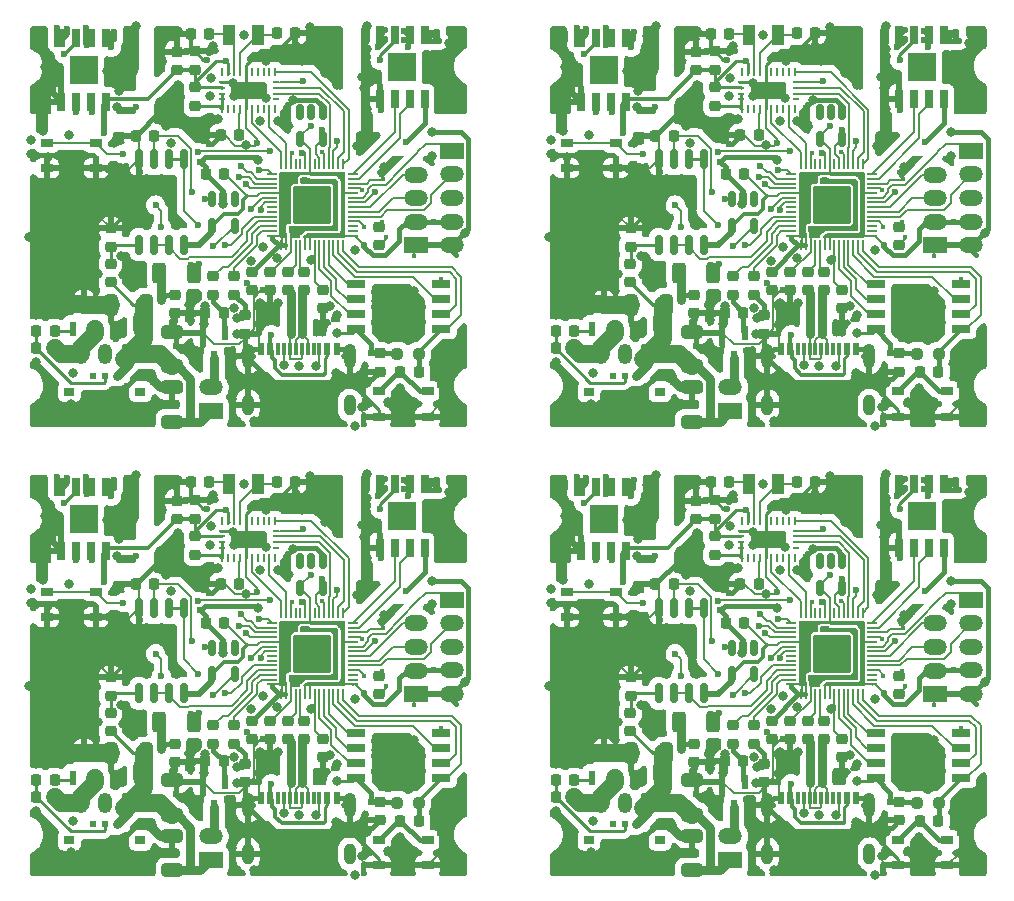
<source format=gbr>
%TF.GenerationSoftware,KiCad,Pcbnew,(6.0.4)*%
%TF.CreationDate,2022-09-20T15:17:21+09:00*%
%TF.ProjectId,mainboard_p_rev3,6d61696e-626f-4617-9264-5f705f726576,rev?*%
%TF.SameCoordinates,Original*%
%TF.FileFunction,Copper,L1,Top*%
%TF.FilePolarity,Positive*%
%FSLAX46Y46*%
G04 Gerber Fmt 4.6, Leading zero omitted, Abs format (unit mm)*
G04 Created by KiCad (PCBNEW (6.0.4)) date 2022-09-20 15:17:21*
%MOMM*%
%LPD*%
G01*
G04 APERTURE LIST*
G04 Aperture macros list*
%AMRoundRect*
0 Rectangle with rounded corners*
0 $1 Rounding radius*
0 $2 $3 $4 $5 $6 $7 $8 $9 X,Y pos of 4 corners*
0 Add a 4 corners polygon primitive as box body*
4,1,4,$2,$3,$4,$5,$6,$7,$8,$9,$2,$3,0*
0 Add four circle primitives for the rounded corners*
1,1,$1+$1,$2,$3*
1,1,$1+$1,$4,$5*
1,1,$1+$1,$6,$7*
1,1,$1+$1,$8,$9*
0 Add four rect primitives between the rounded corners*
20,1,$1+$1,$2,$3,$4,$5,0*
20,1,$1+$1,$4,$5,$6,$7,0*
20,1,$1+$1,$6,$7,$8,$9,0*
20,1,$1+$1,$8,$9,$2,$3,0*%
G04 Aperture macros list end*
%TA.AperFunction,SMDPad,CuDef*%
%ADD10RoundRect,0.225000X-0.225000X-0.250000X0.225000X-0.250000X0.225000X0.250000X-0.225000X0.250000X0*%
%TD*%
%TA.AperFunction,SMDPad,CuDef*%
%ADD11R,1.650000X0.650000*%
%TD*%
%TA.AperFunction,ComponentPad*%
%ADD12RoundRect,0.250000X0.350000X0.625000X-0.350000X0.625000X-0.350000X-0.625000X0.350000X-0.625000X0*%
%TD*%
%TA.AperFunction,ComponentPad*%
%ADD13O,1.200000X1.750000*%
%TD*%
%TA.AperFunction,SMDPad,CuDef*%
%ADD14RoundRect,0.225000X0.225000X0.250000X-0.225000X0.250000X-0.225000X-0.250000X0.225000X-0.250000X0*%
%TD*%
%TA.AperFunction,SMDPad,CuDef*%
%ADD15RoundRect,0.250000X0.650000X-0.325000X0.650000X0.325000X-0.650000X0.325000X-0.650000X-0.325000X0*%
%TD*%
%TA.AperFunction,SMDPad,CuDef*%
%ADD16RoundRect,0.225000X0.250000X-0.225000X0.250000X0.225000X-0.250000X0.225000X-0.250000X-0.225000X0*%
%TD*%
%TA.AperFunction,SMDPad,CuDef*%
%ADD17RoundRect,0.150000X-0.150000X0.512500X-0.150000X-0.512500X0.150000X-0.512500X0.150000X0.512500X0*%
%TD*%
%TA.AperFunction,SMDPad,CuDef*%
%ADD18RoundRect,0.225000X-0.250000X0.225000X-0.250000X-0.225000X0.250000X-0.225000X0.250000X0.225000X0*%
%TD*%
%TA.AperFunction,SMDPad,CuDef*%
%ADD19RoundRect,0.237500X-0.250000X-0.237500X0.250000X-0.237500X0.250000X0.237500X-0.250000X0.237500X0*%
%TD*%
%TA.AperFunction,SMDPad,CuDef*%
%ADD20R,1.000000X1.800000*%
%TD*%
%TA.AperFunction,SMDPad,CuDef*%
%ADD21R,0.600000X1.300000*%
%TD*%
%TA.AperFunction,SMDPad,CuDef*%
%ADD22R,2.000000X1.350000*%
%TD*%
%TA.AperFunction,SMDPad,CuDef*%
%ADD23O,2.000000X1.350000*%
%TD*%
%TA.AperFunction,SMDPad,CuDef*%
%ADD24RoundRect,0.050000X0.387500X0.050000X-0.387500X0.050000X-0.387500X-0.050000X0.387500X-0.050000X0*%
%TD*%
%TA.AperFunction,SMDPad,CuDef*%
%ADD25RoundRect,0.050000X0.050000X0.387500X-0.050000X0.387500X-0.050000X-0.387500X0.050000X-0.387500X0*%
%TD*%
%TA.AperFunction,ComponentPad*%
%ADD26C,0.600000*%
%TD*%
%TA.AperFunction,SMDPad,CuDef*%
%ADD27RoundRect,0.144000X1.456000X1.456000X-1.456000X1.456000X-1.456000X-1.456000X1.456000X-1.456000X0*%
%TD*%
%TA.AperFunction,SMDPad,CuDef*%
%ADD28R,0.600000X0.510000*%
%TD*%
%TA.AperFunction,SMDPad,CuDef*%
%ADD29R,0.900000X0.700000*%
%TD*%
%TA.AperFunction,SMDPad,CuDef*%
%ADD30R,1.050000X0.650000*%
%TD*%
%TA.AperFunction,SMDPad,CuDef*%
%ADD31R,0.650000X1.525000*%
%TD*%
%TA.AperFunction,SMDPad,CuDef*%
%ADD32R,2.390000X2.390000*%
%TD*%
%TA.AperFunction,SMDPad,CuDef*%
%ADD33R,0.250000X0.675000*%
%TD*%
%TA.AperFunction,SMDPad,CuDef*%
%ADD34R,0.575000X0.250000*%
%TD*%
%TA.AperFunction,SMDPad,CuDef*%
%ADD35RoundRect,0.250000X0.325000X0.650000X-0.325000X0.650000X-0.325000X-0.650000X0.325000X-0.650000X0*%
%TD*%
%TA.AperFunction,SMDPad,CuDef*%
%ADD36R,0.600000X1.140000*%
%TD*%
%TA.AperFunction,SMDPad,CuDef*%
%ADD37R,0.300000X1.140000*%
%TD*%
%TA.AperFunction,ComponentPad*%
%ADD38O,1.000000X2.100000*%
%TD*%
%TA.AperFunction,ComponentPad*%
%ADD39O,1.000000X1.800000*%
%TD*%
%TA.AperFunction,SMDPad,CuDef*%
%ADD40RoundRect,0.150000X-0.150000X0.712500X-0.150000X-0.712500X0.150000X-0.712500X0.150000X0.712500X0*%
%TD*%
%TA.AperFunction,SMDPad,CuDef*%
%ADD41RoundRect,0.250000X-0.312500X-0.625000X0.312500X-0.625000X0.312500X0.625000X-0.312500X0.625000X0*%
%TD*%
%TA.AperFunction,ViaPad*%
%ADD42C,0.400000*%
%TD*%
%TA.AperFunction,ViaPad*%
%ADD43C,0.600000*%
%TD*%
%TA.AperFunction,ViaPad*%
%ADD44C,0.800000*%
%TD*%
%TA.AperFunction,Conductor*%
%ADD45C,0.200000*%
%TD*%
%TA.AperFunction,Conductor*%
%ADD46C,0.250000*%
%TD*%
%TA.AperFunction,Conductor*%
%ADD47C,0.400000*%
%TD*%
%TA.AperFunction,Conductor*%
%ADD48C,0.500000*%
%TD*%
%TA.AperFunction,Conductor*%
%ADD49C,0.800000*%
%TD*%
%TA.AperFunction,Conductor*%
%ADD50C,1.500000*%
%TD*%
%TA.AperFunction,Conductor*%
%ADD51C,0.300000*%
%TD*%
G04 APERTURE END LIST*
D10*
%TO.P,R73,1*%
%TO.N,Net-(R1-Pad1)*%
X141037800Y-124353400D03*
%TO.P,R73,2*%
%TO.N,Net-(Q1-Pad1)*%
X142587800Y-124353400D03*
%TD*%
D11*
%TO.P,IC13,1,/CS*%
%TO.N,/QSPI_SS*%
X175296200Y-124201000D03*
%TO.P,IC13,2,DO_(IO1)*%
%TO.N,/QSPI_SD1*%
X175296200Y-122931000D03*
%TO.P,IC13,3,/WP_(IO2)*%
%TO.N,/QSPI_SD2*%
X175296200Y-121661000D03*
%TO.P,IC13,4,GND*%
%TO.N,GND*%
X175296200Y-120391000D03*
%TO.P,IC13,5,DI_(IO0)*%
%TO.N,/QSPI_SD0*%
X168096200Y-120391000D03*
%TO.P,IC13,6,CLK*%
%TO.N,/QSPI_SCLK*%
X168096200Y-121661000D03*
%TO.P,IC13,7,/HOLD_OR_/RESET_(IO3)*%
%TO.N,/QSPI_SD3*%
X168096200Y-122931000D03*
%TO.P,IC13,8,VCC*%
%TO.N,+3V3*%
X168096200Y-124201000D03*
%TD*%
D12*
%TO.P,J25,1,Pin_1*%
%TO.N,/+7V4*%
X148836200Y-126309200D03*
D13*
%TO.P,J25,2*%
%TO.N,N/C*%
X146836200Y-126309200D03*
%TO.P,J25,3,Pin_2*%
%TO.N,GND1*%
X144836200Y-126309200D03*
%TD*%
D14*
%TO.P,R82,1*%
%TO.N,Net-(R13-Pad1)*%
X150982800Y-107818000D03*
%TO.P,R82,2*%
%TO.N,GND*%
X149432800Y-107818000D03*
%TD*%
D10*
%TO.P,C118,1*%
%TO.N,Net-(AC1-Pad26)*%
X161396200Y-99131200D03*
%TO.P,C118,2*%
%TO.N,GND*%
X162946200Y-99131200D03*
%TD*%
D14*
%TO.P,R78,1*%
%TO.N,Net-(Q2-Pad1)*%
X156901000Y-122804000D03*
%TO.P,R78,2*%
%TO.N,GND*%
X155351000Y-122804000D03*
%TD*%
D15*
%TO.P,C115,1*%
%TO.N,/+7V4*%
X152519200Y-127352400D03*
%TO.P,C115,2*%
%TO.N,GND*%
X152519200Y-124402400D03*
%TD*%
D16*
%TO.P,C120,1*%
%TO.N,+3V3*%
X154475000Y-102243000D03*
%TO.P,C120,2*%
%TO.N,GND*%
X154475000Y-100693000D03*
%TD*%
D17*
%TO.P,Y7,1,GND*%
%TO.N,GND*%
X165270000Y-105834800D03*
%TO.P,Y7,2,NC*%
%TO.N,unconnected-(Y1-Pad2)*%
X164320000Y-105834800D03*
%TO.P,Y7,3,OE/~{ST}/NC*%
%TO.N,unconnected-(Y1-Pad3)*%
X163370000Y-105834800D03*
%TO.P,Y7,4,VDD*%
%TO.N,+3V3*%
X163370000Y-108109800D03*
%TO.P,Y7,5,OUT*%
%TO.N,/XIN*%
X165270000Y-108109800D03*
%TD*%
D18*
%TO.P,R80,1*%
%TO.N,+3V3*%
X154475000Y-103741000D03*
%TO.P,R80,2*%
%TO.N,Net-(AC1-Pad4)*%
X154475000Y-105291000D03*
%TD*%
D14*
%TO.P,R71,1*%
%TO.N,/QSPI_SS*%
X173411000Y-127833200D03*
%TO.P,R71,2*%
%TO.N,/~{USB_BOOT}*%
X171861000Y-127833200D03*
%TD*%
D16*
%TO.P,R74,1*%
%TO.N,/USB_D+*%
X163725700Y-120925000D03*
%TO.P,R74,2*%
%TO.N,Net-(R5-Pad2)*%
X163725700Y-119375000D03*
%TD*%
%TO.P,D8,1,K*%
%TO.N,GND*%
X170045200Y-117102000D03*
%TO.P,D8,2,A*%
%TO.N,Net-(D3-Pad2)*%
X170045200Y-115552000D03*
%TD*%
D18*
%TO.P,R91,1*%
%TO.N,/GPIO29_NichromeB*%
X157777000Y-119743000D03*
%TO.P,R91,2*%
%TO.N,Net-(Q7-Pad1)*%
X157777000Y-121293000D03*
%TD*%
%TO.P,C104,1*%
%TO.N,+3V3*%
X170096000Y-126245400D03*
%TO.P,C104,2*%
%TO.N,GND*%
X170096000Y-127795400D03*
%TD*%
%TO.P,C91,1*%
%TO.N,+1V1*%
X165270000Y-120886000D03*
%TO.P,C91,2*%
%TO.N,GND*%
X165270000Y-122436000D03*
%TD*%
D19*
%TO.P,R72,1*%
%TO.N,+3V3*%
X171594600Y-126283800D03*
%TO.P,R72,2*%
%TO.N,/QSPI_SS*%
X173419600Y-126283800D03*
%TD*%
D14*
%TO.P,C100,1*%
%TO.N,+3V3*%
X156939400Y-111043800D03*
%TO.P,C100,2*%
%TO.N,GND*%
X155389400Y-111043800D03*
%TD*%
D18*
%TO.P,C97,1*%
%TO.N,+3V3*%
X159301000Y-119349000D03*
%TO.P,C97,2*%
%TO.N,GND*%
X159301000Y-120899000D03*
%TD*%
D20*
%TO.P,Y8,1*%
%TO.N,Net-(AC1-Pad26)*%
X159835310Y-99296208D03*
%TO.P,Y8,2*%
%TO.N,Net-(AC1-Pad27)*%
X157335310Y-99296208D03*
%TD*%
D21*
%TO.P,Q11,1,G*%
%TO.N,Net-(Q2-Pad1)*%
X157025200Y-124522600D03*
%TO.P,Q11,2,S*%
%TO.N,GND*%
X155125200Y-124522600D03*
%TO.P,Q11,3,D*%
%TO.N,Net-(J3-Pad2)*%
X156075200Y-126622600D03*
%TD*%
D22*
%TO.P,J30,1,Pin_1*%
%TO.N,GND*%
X173144000Y-117114400D03*
D23*
%TO.P,J30,2,Pin_2*%
%TO.N,+3V3*%
X173144000Y-115114400D03*
%TO.P,J30,3,Pin_3*%
%TO.N,/GPIO4_GNSS_RX*%
X173144000Y-113114400D03*
%TO.P,J30,4,Pin_4*%
%TO.N,/GPIO5_GNSS_TX*%
X173144000Y-111114400D03*
%TD*%
D24*
%TO.P,U13,1,IOVDD*%
%TO.N,+3V3*%
X167825100Y-116276900D03*
%TO.P,U13,2,GPIO0*%
%TO.N,/GPIO0*%
X167825100Y-115876900D03*
%TO.P,U13,3,GPIO1*%
%TO.N,/GPIO1*%
X167825100Y-115476900D03*
%TO.P,U13,4,GPIO2*%
%TO.N,/GPIO2_LED*%
X167825100Y-115076900D03*
%TO.P,U13,5,GPIO3*%
%TO.N,/GPIO3_ToF_RST*%
X167825100Y-114676900D03*
%TO.P,U13,6,GPIO4*%
%TO.N,/GPIO4_GNSS_RX*%
X167825100Y-114276900D03*
%TO.P,U13,7,GPIO5*%
%TO.N,/GPIO5_GNSS_TX*%
X167825100Y-113876900D03*
%TO.P,U13,8,GPIO6*%
%TO.N,/GPIO6_ToF_SDA*%
X167825100Y-113476900D03*
%TO.P,U13,9,GPIO7*%
%TO.N,/GPIO7_ToF_SCL*%
X167825100Y-113076900D03*
%TO.P,U13,10,IOVDD*%
%TO.N,+3V3*%
X167825100Y-112676900D03*
%TO.P,U13,11,GPIO8*%
%TO.N,/GPIO8_I2C_EXT_SDA*%
X167825100Y-112276900D03*
%TO.P,U13,12,GPIO9*%
%TO.N,/GPIO9_I2C_EXT_SCL*%
X167825100Y-111876900D03*
%TO.P,U13,13,GPIO10*%
%TO.N,/GPIO10_MO_A_1*%
X167825100Y-111476900D03*
%TO.P,U13,14,GPIO11*%
%TO.N,/GPIO11_MO_A_2*%
X167825100Y-111076900D03*
D25*
%TO.P,U13,15,GPIO12*%
%TO.N,/GPIO12_IMU_MISO*%
X166987600Y-110239400D03*
%TO.P,U13,16,GPIO13*%
%TO.N,/GPIO13_IMU_CS*%
X166587600Y-110239400D03*
%TO.P,U13,17,GPIO14*%
%TO.N,/GPIO14_IMU_SCK*%
X166187600Y-110239400D03*
%TO.P,U13,18,GPIO15*%
%TO.N,/GPIO15_IMU_MOSI*%
X165787600Y-110239400D03*
%TO.P,U13,19,TESTEN*%
%TO.N,GND*%
X165387600Y-110239400D03*
%TO.P,U13,20,XIN*%
%TO.N,/XIN*%
X164987600Y-110239400D03*
%TO.P,U13,21,XOUT*%
%TO.N,/XOUT*%
X164587600Y-110239400D03*
%TO.P,U13,22,IOVDD*%
%TO.N,+3V3*%
X164187600Y-110239400D03*
%TO.P,U13,23,DVDD*%
%TO.N,+1V1*%
X163787600Y-110239400D03*
%TO.P,U13,24,SWCLK*%
%TO.N,/SWCLK*%
X163387600Y-110239400D03*
%TO.P,U13,25,SWD*%
%TO.N,/SWD*%
X162987600Y-110239400D03*
%TO.P,U13,26,RUN*%
%TO.N,/RUN*%
X162587600Y-110239400D03*
%TO.P,U13,27,GPIO16*%
%TO.N,/GPIO16_IMU_INT*%
X162187600Y-110239400D03*
%TO.P,U13,28,GPIO17*%
%TO.N,/GPIO17_IMU_RST*%
X161787600Y-110239400D03*
D24*
%TO.P,U13,29,GPIO18*%
%TO.N,/GPIO18_MO_B_1*%
X160950100Y-111076900D03*
%TO.P,U13,30,GPIO19*%
%TO.N,/GPIO19_MO_B_2*%
X160950100Y-111476900D03*
%TO.P,U13,31,GPIO20*%
%TO.N,/GPIO20_MOE_A_1*%
X160950100Y-111876900D03*
%TO.P,U13,32,GPIO21*%
%TO.N,/GPIO21_MOE_B_1*%
X160950100Y-112276900D03*
%TO.P,U13,33,IOVDD*%
%TO.N,+3V3*%
X160950100Y-112676900D03*
%TO.P,U13,34,GPIO22*%
%TO.N,/GPIO22_MOE_A_2*%
X160950100Y-113076900D03*
%TO.P,U13,35,GPIO23*%
%TO.N,/GPIO23_MOE_B_2*%
X160950100Y-113476900D03*
%TO.P,U13,36,GPIO24*%
%TO.N,unconnected-(U1-Pad36)*%
X160950100Y-113876900D03*
%TO.P,U13,37,GPIO25*%
%TO.N,unconnected-(U1-Pad37)*%
X160950100Y-114276900D03*
%TO.P,U13,38,GPIO26_ADC0*%
%TO.N,/GPIO26_ADC_I_monitor*%
X160950100Y-114676900D03*
%TO.P,U13,39,GPIO27_ADC1*%
%TO.N,/GPIO27_ADC_V_monitor*%
X160950100Y-115076900D03*
%TO.P,U13,40,GPIO28_ADC2*%
%TO.N,/GPIO28_NichromeA*%
X160950100Y-115476900D03*
%TO.P,U13,41,GPIO29_ADC3*%
%TO.N,/GPIO29_NichromeB*%
X160950100Y-115876900D03*
%TO.P,U13,42,IOVDD*%
%TO.N,+3V3*%
X160950100Y-116276900D03*
D25*
%TO.P,U13,43,ADC_AVDD*%
X161787600Y-117114400D03*
%TO.P,U13,44,VREG_IN*%
X162187600Y-117114400D03*
%TO.P,U13,45,VREG_VOUT*%
%TO.N,+1V1*%
X162587600Y-117114400D03*
%TO.P,U13,46,USB_DM*%
%TO.N,Net-(R6-Pad2)*%
X162987600Y-117114400D03*
%TO.P,U13,47,USB_DP*%
%TO.N,Net-(R5-Pad2)*%
X163387600Y-117114400D03*
%TO.P,U13,48,USB_VDD*%
%TO.N,+3V3*%
X163787600Y-117114400D03*
%TO.P,U13,49,IOVDD*%
X164187600Y-117114400D03*
%TO.P,U13,50,DVDD*%
%TO.N,+1V1*%
X164587600Y-117114400D03*
%TO.P,U13,51,QSPI_SD3*%
%TO.N,/QSPI_SD3*%
X164987600Y-117114400D03*
%TO.P,U13,52,QSPI_SCLK*%
%TO.N,/QSPI_SCLK*%
X165387600Y-117114400D03*
%TO.P,U13,53,QSPI_SD0*%
%TO.N,/QSPI_SD0*%
X165787600Y-117114400D03*
%TO.P,U13,54,QSPI_SD2*%
%TO.N,/QSPI_SD2*%
X166187600Y-117114400D03*
%TO.P,U13,55,QSPI_SD1*%
%TO.N,/QSPI_SD1*%
X166587600Y-117114400D03*
%TO.P,U13,56,QSPI_SS*%
%TO.N,/QSPI_SS*%
X166987600Y-117114400D03*
D26*
%TO.P,U13,57,GND*%
%TO.N,GND*%
X164387600Y-112401900D03*
X165662600Y-114951900D03*
X164387600Y-113676900D03*
X165662600Y-113676900D03*
X164387600Y-114951900D03*
X163112600Y-114951900D03*
X163112600Y-112401900D03*
D27*
X164387600Y-113676900D03*
D26*
X163112600Y-113676900D03*
X165662600Y-112401900D03*
%TD*%
D10*
%TO.P,C117,1*%
%TO.N,GND*%
X156646400Y-107792600D03*
%TO.P,C117,2*%
%TO.N,Net-(AC1-Pad9)*%
X158196400Y-107792600D03*
%TD*%
D28*
%TO.P,SW4,1*%
%TO.N,N/C*%
X145829600Y-128131600D03*
%TO.P,SW4,2*%
%TO.N,/+7V4*%
X147829600Y-128131600D03*
%TO.P,SW4,C1*%
%TO.N,Net-(R1-Pad1)*%
X146829600Y-128131600D03*
D29*
%TO.P,SW4,MP1*%
%TO.N,N/C*%
X143829600Y-129486600D03*
%TO.P,SW4,MP2*%
X149829600Y-129486600D03*
%TD*%
D21*
%TO.P,Q10,1,G*%
%TO.N,Net-(Q1-Pad1)*%
X144104200Y-124177000D03*
%TO.P,Q10,2,S*%
%TO.N,GND1*%
X146004200Y-124177000D03*
%TO.P,Q10,3,D*%
%TO.N,GND*%
X145054200Y-122077000D03*
%TD*%
D15*
%TO.P,C114,1*%
%TO.N,/+7V4*%
X152544600Y-132026000D03*
%TO.P,C114,2*%
%TO.N,GND*%
X152544600Y-129076000D03*
%TD*%
D18*
%TO.P,R83,1*%
%TO.N,Net-(R14-Pad1)*%
X147312200Y-118676200D03*
%TO.P,R83,2*%
%TO.N,/+7V4*%
X147312200Y-120226200D03*
%TD*%
D14*
%TO.P,C119,1*%
%TO.N,Net-(AC1-Pad27)*%
X155681800Y-99182000D03*
%TO.P,C119,2*%
%TO.N,GND*%
X154131800Y-99182000D03*
%TD*%
D22*
%TO.P,J31,1,Pin_1*%
%TO.N,/GPIO7_ToF_SCL*%
X176192000Y-109101200D03*
D23*
%TO.P,J31,2,Pin_2*%
%TO.N,/GPIO3_ToF_RST*%
X176192000Y-111101200D03*
%TO.P,J31,3,Pin_3*%
%TO.N,/GPIO6_ToF_SDA*%
X176192000Y-113101200D03*
%TO.P,J31,4,Pin_4*%
%TO.N,+3V3*%
X176192000Y-115101200D03*
%TO.P,J31,5,Pin_5*%
%TO.N,GND*%
X176192000Y-117101200D03*
%TD*%
D18*
%TO.P,R84,1*%
%TO.N,GND*%
X147337600Y-115679000D03*
%TO.P,R84,2*%
%TO.N,Net-(R14-Pad1)*%
X147337600Y-117229000D03*
%TD*%
D30*
%TO.P,S7,1,1*%
%TO.N,/~{USB_BOOT}*%
X170002200Y-129450600D03*
%TO.P,S7,2,2*%
X174152200Y-129450600D03*
%TO.P,S7,3,3*%
%TO.N,GND*%
X170002200Y-131600600D03*
%TO.P,S7,4,4*%
X174152200Y-131600600D03*
%TD*%
D31*
%TO.P,IC16,1,GND*%
%TO.N,GND*%
X143146600Y-104967400D03*
%TO.P,IC16,2,IN2*%
%TO.N,/GPIO19_MO_B_2*%
X144416600Y-104967400D03*
%TO.P,IC16,3,IN1*%
%TO.N,/GPIO18_MO_B_1*%
X145686600Y-104967400D03*
%TO.P,IC16,4,VREF*%
%TO.N,+3V3*%
X146956600Y-104967400D03*
%TO.P,IC16,5,VM*%
%TO.N,/+7V4*%
X146956600Y-99543400D03*
%TO.P,IC16,6,OUT1*%
%TO.N,/M2_MINUS*%
X145686600Y-99543400D03*
%TO.P,IC16,7,RS*%
%TO.N,Net-(IC8-Pad7)*%
X144416600Y-99543400D03*
%TO.P,IC16,8,OUT2*%
%TO.N,/M2_PLUS*%
X143146600Y-99543400D03*
D32*
%TO.P,IC16,9,EP*%
%TO.N,unconnected-(IC8-Pad9)*%
X145051600Y-102255400D03*
%TD*%
D16*
%TO.P,C102,1*%
%TO.N,+3V3*%
X152900200Y-102268400D03*
%TO.P,C102,2*%
%TO.N,GND*%
X152900200Y-100718400D03*
%TD*%
D33*
%TO.P,AC4,1,RESV_NC_1*%
%TO.N,unconnected-(AC1-Pad1)*%
X156771600Y-102439400D03*
D34*
%TO.P,AC4,2,GND_1*%
%TO.N,GND*%
X156708600Y-103252400D03*
%TO.P,AC4,3,VDD*%
%TO.N,+3V3*%
X156708600Y-103752400D03*
%TO.P,AC4,4,BOOTN*%
%TO.N,Net-(AC1-Pad4)*%
X156708600Y-104252400D03*
%TO.P,AC4,5,PS1*%
X156708600Y-104752400D03*
D33*
%TO.P,AC4,6,PS0/WAKE*%
X156771600Y-105565400D03*
%TO.P,AC4,7,RESV_NC_2*%
%TO.N,unconnected-(AC1-Pad7)*%
X157271600Y-105565400D03*
%TO.P,AC4,8,RESV_NC_3*%
%TO.N,unconnected-(AC1-Pad8)*%
X157771600Y-105565400D03*
%TO.P,AC4,9,CAP*%
%TO.N,Net-(AC1-Pad9)*%
X158271600Y-105565400D03*
%TO.P,AC4,10,CLKSEL0*%
%TO.N,GND*%
X158771600Y-105565400D03*
%TO.P,AC4,11,NRST*%
%TO.N,/GPIO17_IMU_RST*%
X159271600Y-105565400D03*
%TO.P,AC4,12,RESV_NC_4*%
%TO.N,unconnected-(AC1-Pad12)*%
X159771600Y-105565400D03*
%TO.P,AC4,13,RESV_NC_5*%
%TO.N,unconnected-(AC1-Pad13)*%
X160271600Y-105565400D03*
%TO.P,AC4,14,H_INTN*%
%TO.N,/GPIO16_IMU_INT*%
X160771600Y-105565400D03*
%TO.P,AC4,15,ENV_SCL*%
%TO.N,unconnected-(AC1-Pad15)*%
X161271600Y-105565400D03*
D34*
%TO.P,AC4,16,ENV_SDA*%
%TO.N,unconnected-(AC1-Pad16)*%
X161334600Y-104752400D03*
%TO.P,AC4,17,SA0/H_MOSI*%
%TO.N,/GPIO15_IMU_MOSI*%
X161334600Y-104252400D03*
%TO.P,AC4,18,H_CSN*%
%TO.N,/GPIO13_IMU_CS*%
X161334600Y-103752400D03*
%TO.P,AC4,19,H_SCL/SCK/RX*%
%TO.N,/GPIO14_IMU_SCK*%
X161334600Y-103252400D03*
D33*
%TO.P,AC4,20,H_SDA/H_MISO/TX*%
%TO.N,/GPIO12_IMU_MISO*%
X161271600Y-102439400D03*
%TO.P,AC4,21,RESV_NC_6*%
%TO.N,unconnected-(AC1-Pad21)*%
X160771600Y-102439400D03*
%TO.P,AC4,22,RESV_NC_7*%
%TO.N,unconnected-(AC1-Pad22)*%
X160271600Y-102439400D03*
%TO.P,AC4,23,RESV_NC_8*%
%TO.N,unconnected-(AC1-Pad23)*%
X159771600Y-102439400D03*
%TO.P,AC4,24,RESV_NC_9*%
%TO.N,unconnected-(AC1-Pad24)*%
X159271600Y-102439400D03*
%TO.P,AC4,25,GND_2*%
%TO.N,GND*%
X158771600Y-102439400D03*
%TO.P,AC4,26,XOUT32/CLKSEL1*%
%TO.N,Net-(AC1-Pad26)*%
X158271600Y-102439400D03*
%TO.P,AC4,27,XIN32*%
%TO.N,Net-(AC1-Pad27)*%
X157771600Y-102439400D03*
%TO.P,AC4,28,VDDIO*%
%TO.N,+3V3*%
X157271600Y-102439400D03*
%TD*%
D17*
%TO.P,U15,1*%
%TO.N,Net-(R13-Pad1)*%
X157812600Y-113157500D03*
%TO.P,U15,2,V-*%
%TO.N,GND*%
X156862600Y-113157500D03*
%TO.P,U15,3,-*%
%TO.N,Net-(R12-Pad2)*%
X155912600Y-113157500D03*
%TO.P,U15,4,+*%
%TO.N,+3V3*%
X155912600Y-115432500D03*
%TO.P,U15,5,V+*%
%TO.N,/3V3_REG_OUT*%
X157812600Y-115432500D03*
%TD*%
D35*
%TO.P,C111,1*%
%TO.N,/+7V4*%
X150311200Y-122118200D03*
%TO.P,C111,2*%
%TO.N,GND*%
X147361200Y-122118200D03*
%TD*%
D36*
%TO.P,U14,1,A1-B12_GND*%
%TO.N,GND*%
X160050000Y-125900000D03*
%TO.P,U14,2,A4-B9_VBUS*%
%TO.N,/VBUS*%
X160850000Y-125900000D03*
D37*
%TO.P,U14,3,B8_SBU2*%
%TO.N,unconnected-(U4-Pad3)*%
X161500000Y-125900000D03*
%TO.P,U14,4,A5_CC1*%
%TO.N,Net-(R17-Pad1)*%
X162000000Y-125900000D03*
%TO.P,U14,5,B7_DN2*%
%TO.N,/USB_D-*%
X162500000Y-125900000D03*
%TO.P,U14,6,A6_DP1*%
%TO.N,/USB_D+*%
X163000000Y-125900000D03*
%TO.P,U14,7,A7_DN1*%
%TO.N,/USB_D-*%
X163500000Y-125900000D03*
%TO.P,U14,8,B6_DP2*%
%TO.N,/USB_D+*%
X164000000Y-125900000D03*
%TO.P,U14,9,A8_SBU1*%
%TO.N,unconnected-(U4-Pad9)*%
X164500000Y-125900000D03*
%TO.P,U14,10,B5_CC2*%
%TO.N,Net-(R16-Pad1)*%
X165000000Y-125900000D03*
D36*
%TO.P,U14,11,A9-B4_VBUS*%
%TO.N,/VBUS*%
X165650000Y-125900000D03*
%TO.P,U14,12,A12-B1_GND*%
%TO.N,GND*%
X166450000Y-125900000D03*
D38*
%TO.P,U14,SHIELD,SHIELD*%
X167570000Y-126470000D03*
X158930000Y-126470000D03*
D39*
X158930000Y-130650000D03*
%TO.P,U14,SHILED*%
%TO.N,N/C*%
X167570000Y-130650000D03*
%TD*%
D18*
%TO.P,C94,1*%
%TO.N,+1V1*%
X160825000Y-119362000D03*
%TO.P,C94,2*%
%TO.N,GND*%
X160825000Y-120912000D03*
%TD*%
D22*
%TO.P,J26,1,Pin_1*%
%TO.N,/+7V4*%
X155795800Y-131135200D03*
D23*
%TO.P,J26,2,Pin_2*%
%TO.N,Net-(J3-Pad2)*%
X155795800Y-129135200D03*
%TD*%
D30*
%TO.P,S8,1,1*%
%TO.N,/RUN*%
X141925000Y-108425000D03*
%TO.P,S8,2,2*%
X146075000Y-108425000D03*
%TO.P,S8,3,3*%
%TO.N,GND*%
X141925000Y-110575000D03*
%TO.P,S8,4,4*%
X146075000Y-110575000D03*
%TD*%
D18*
%TO.P,C106,1*%
%TO.N,/3V3_REG_OUT*%
X152747800Y-121317800D03*
%TO.P,C106,2*%
%TO.N,GND*%
X152747800Y-122867800D03*
%TD*%
D31*
%TO.P,IC15,1,GND*%
%TO.N,GND*%
X170095000Y-104713400D03*
%TO.P,IC15,2,IN2*%
%TO.N,/GPIO11_MO_A_2*%
X171365000Y-104713400D03*
%TO.P,IC15,3,IN1*%
%TO.N,/GPIO10_MO_A_1*%
X172635000Y-104713400D03*
%TO.P,IC15,4,VREF*%
%TO.N,+3V3*%
X173905000Y-104713400D03*
%TO.P,IC15,5,VM*%
%TO.N,/+7V4*%
X173905000Y-99289400D03*
%TO.P,IC15,6,OUT1*%
%TO.N,/M1_MINUS*%
X172635000Y-99289400D03*
%TO.P,IC15,7,RS*%
%TO.N,Net-(IC7-Pad7)*%
X171365000Y-99289400D03*
%TO.P,IC15,8,OUT2*%
%TO.N,/M1_PLUS*%
X170095000Y-99289400D03*
D32*
%TO.P,IC15,9,EP*%
%TO.N,unconnected-(IC7-Pad9)*%
X172000000Y-102001400D03*
%TD*%
D16*
%TO.P,R75,1*%
%TO.N,/USB_D-*%
X162349000Y-120925000D03*
%TO.P,R75,2*%
%TO.N,Net-(R6-Pad2)*%
X162349000Y-119375000D03*
%TD*%
D18*
%TO.P,R92,1*%
%TO.N,Net-(Q7-Pad1)*%
X158666000Y-123032000D03*
%TO.P,R92,2*%
%TO.N,GND*%
X158666000Y-124582000D03*
%TD*%
D40*
%TO.P,U16,1*%
%TO.N,/GPIO26_ADC_I_monitor*%
X153535200Y-109818900D03*
%TO.P,U16,2,-*%
X152265200Y-109818900D03*
%TO.P,U16,3,+*%
%TO.N,Net-(R13-Pad1)*%
X150995200Y-109818900D03*
%TO.P,U16,4,V-*%
%TO.N,GND*%
X149725200Y-109818900D03*
%TO.P,U16,5,+*%
%TO.N,Net-(R14-Pad1)*%
X149725200Y-117043900D03*
%TO.P,U16,6,-*%
%TO.N,/GPIO27_ADC_V_monitor*%
X150995200Y-117043900D03*
%TO.P,U16,7*%
X152265200Y-117043900D03*
%TO.P,U16,8,V+*%
%TO.N,+3V3*%
X153535200Y-117043900D03*
%TD*%
D10*
%TO.P,R70,1*%
%TO.N,Net-(R1-Pad1)*%
X141025400Y-125801200D03*
%TO.P,R70,2*%
%TO.N,GND1*%
X142575400Y-125801200D03*
%TD*%
D41*
%TO.P,R79,1*%
%TO.N,/3V3_REG_OUT*%
X151437700Y-119425800D03*
%TO.P,R79,2*%
%TO.N,+3V3*%
X154362700Y-119425800D03*
%TD*%
D18*
%TO.P,R77,1*%
%TO.N,/GPIO28_NichromeA*%
X155999000Y-119743000D03*
%TO.P,R77,2*%
%TO.N,Net-(Q2-Pad1)*%
X155999000Y-121293000D03*
%TD*%
D10*
%TO.P,R50,1*%
%TO.N,Net-(R1-Pad1)*%
X97037800Y-124353400D03*
%TO.P,R50,2*%
%TO.N,Net-(Q1-Pad1)*%
X98587800Y-124353400D03*
%TD*%
D11*
%TO.P,IC5,1,/CS*%
%TO.N,/QSPI_SS*%
X131296200Y-124201000D03*
%TO.P,IC5,2,DO_(IO1)*%
%TO.N,/QSPI_SD1*%
X131296200Y-122931000D03*
%TO.P,IC5,3,/WP_(IO2)*%
%TO.N,/QSPI_SD2*%
X131296200Y-121661000D03*
%TO.P,IC5,4,GND*%
%TO.N,GND*%
X131296200Y-120391000D03*
%TO.P,IC5,5,DI_(IO0)*%
%TO.N,/QSPI_SD0*%
X124096200Y-120391000D03*
%TO.P,IC5,6,CLK*%
%TO.N,/QSPI_SCLK*%
X124096200Y-121661000D03*
%TO.P,IC5,7,/HOLD_OR_/RESET_(IO3)*%
%TO.N,/QSPI_SD3*%
X124096200Y-122931000D03*
%TO.P,IC5,8,VCC*%
%TO.N,+3V3*%
X124096200Y-124201000D03*
%TD*%
D12*
%TO.P,J17,1,Pin_1*%
%TO.N,/+7V4*%
X104836200Y-126309200D03*
D13*
%TO.P,J17,2*%
%TO.N,N/C*%
X102836200Y-126309200D03*
%TO.P,J17,3,Pin_2*%
%TO.N,GND1*%
X100836200Y-126309200D03*
%TD*%
D14*
%TO.P,R59,1*%
%TO.N,Net-(R13-Pad1)*%
X106982800Y-107818000D03*
%TO.P,R59,2*%
%TO.N,GND*%
X105432800Y-107818000D03*
%TD*%
D10*
%TO.P,C88,1*%
%TO.N,Net-(AC1-Pad26)*%
X117396200Y-99131200D03*
%TO.P,C88,2*%
%TO.N,GND*%
X118946200Y-99131200D03*
%TD*%
D14*
%TO.P,R55,1*%
%TO.N,Net-(Q2-Pad1)*%
X112901000Y-122804000D03*
%TO.P,R55,2*%
%TO.N,GND*%
X111351000Y-122804000D03*
%TD*%
D15*
%TO.P,C85,1*%
%TO.N,/+7V4*%
X108519200Y-127352400D03*
%TO.P,C85,2*%
%TO.N,GND*%
X108519200Y-124402400D03*
%TD*%
D16*
%TO.P,C90,1*%
%TO.N,+3V3*%
X110475000Y-102243000D03*
%TO.P,C90,2*%
%TO.N,GND*%
X110475000Y-100693000D03*
%TD*%
D17*
%TO.P,Y5,1,GND*%
%TO.N,GND*%
X121270000Y-105834800D03*
%TO.P,Y5,2,NC*%
%TO.N,unconnected-(Y1-Pad2)*%
X120320000Y-105834800D03*
%TO.P,Y5,3,OE/~{ST}/NC*%
%TO.N,unconnected-(Y1-Pad3)*%
X119370000Y-105834800D03*
%TO.P,Y5,4,VDD*%
%TO.N,+3V3*%
X119370000Y-108109800D03*
%TO.P,Y5,5,OUT*%
%TO.N,/XIN*%
X121270000Y-108109800D03*
%TD*%
D18*
%TO.P,R57,1*%
%TO.N,+3V3*%
X110475000Y-103741000D03*
%TO.P,R57,2*%
%TO.N,Net-(AC1-Pad4)*%
X110475000Y-105291000D03*
%TD*%
D14*
%TO.P,R48,1*%
%TO.N,/QSPI_SS*%
X129411000Y-127833200D03*
%TO.P,R48,2*%
%TO.N,/~{USB_BOOT}*%
X127861000Y-127833200D03*
%TD*%
D16*
%TO.P,R51,1*%
%TO.N,/USB_D+*%
X119725700Y-120925000D03*
%TO.P,R51,2*%
%TO.N,Net-(R5-Pad2)*%
X119725700Y-119375000D03*
%TD*%
%TO.P,D6,1,K*%
%TO.N,GND*%
X126045200Y-117102000D03*
%TO.P,D6,2,A*%
%TO.N,Net-(D3-Pad2)*%
X126045200Y-115552000D03*
%TD*%
D18*
%TO.P,R68,1*%
%TO.N,/GPIO29_NichromeB*%
X113777000Y-119743000D03*
%TO.P,R68,2*%
%TO.N,Net-(Q7-Pad1)*%
X113777000Y-121293000D03*
%TD*%
%TO.P,C74,1*%
%TO.N,+3V3*%
X126096000Y-126245400D03*
%TO.P,C74,2*%
%TO.N,GND*%
X126096000Y-127795400D03*
%TD*%
%TO.P,C61,1*%
%TO.N,+1V1*%
X121270000Y-120886000D03*
%TO.P,C61,2*%
%TO.N,GND*%
X121270000Y-122436000D03*
%TD*%
D19*
%TO.P,R49,1*%
%TO.N,+3V3*%
X127594600Y-126283800D03*
%TO.P,R49,2*%
%TO.N,/QSPI_SS*%
X129419600Y-126283800D03*
%TD*%
D14*
%TO.P,C70,1*%
%TO.N,+3V3*%
X112939400Y-111043800D03*
%TO.P,C70,2*%
%TO.N,GND*%
X111389400Y-111043800D03*
%TD*%
D18*
%TO.P,C67,1*%
%TO.N,+3V3*%
X115301000Y-119349000D03*
%TO.P,C67,2*%
%TO.N,GND*%
X115301000Y-120899000D03*
%TD*%
D20*
%TO.P,Y6,1*%
%TO.N,Net-(AC1-Pad26)*%
X115835310Y-99296208D03*
%TO.P,Y6,2*%
%TO.N,Net-(AC1-Pad27)*%
X113335310Y-99296208D03*
%TD*%
D21*
%TO.P,Q6,1,G*%
%TO.N,Net-(Q2-Pad1)*%
X113025200Y-124522600D03*
%TO.P,Q6,2,S*%
%TO.N,GND*%
X111125200Y-124522600D03*
%TO.P,Q6,3,D*%
%TO.N,Net-(J3-Pad2)*%
X112075200Y-126622600D03*
%TD*%
D22*
%TO.P,J22,1,Pin_1*%
%TO.N,GND*%
X129144000Y-117114400D03*
D23*
%TO.P,J22,2,Pin_2*%
%TO.N,+3V3*%
X129144000Y-115114400D03*
%TO.P,J22,3,Pin_3*%
%TO.N,/GPIO4_GNSS_RX*%
X129144000Y-113114400D03*
%TO.P,J22,4,Pin_4*%
%TO.N,/GPIO5_GNSS_TX*%
X129144000Y-111114400D03*
%TD*%
D24*
%TO.P,U3,1,IOVDD*%
%TO.N,+3V3*%
X123825100Y-116276900D03*
%TO.P,U3,2,GPIO0*%
%TO.N,/GPIO0*%
X123825100Y-115876900D03*
%TO.P,U3,3,GPIO1*%
%TO.N,/GPIO1*%
X123825100Y-115476900D03*
%TO.P,U3,4,GPIO2*%
%TO.N,/GPIO2_LED*%
X123825100Y-115076900D03*
%TO.P,U3,5,GPIO3*%
%TO.N,/GPIO3_ToF_RST*%
X123825100Y-114676900D03*
%TO.P,U3,6,GPIO4*%
%TO.N,/GPIO4_GNSS_RX*%
X123825100Y-114276900D03*
%TO.P,U3,7,GPIO5*%
%TO.N,/GPIO5_GNSS_TX*%
X123825100Y-113876900D03*
%TO.P,U3,8,GPIO6*%
%TO.N,/GPIO6_ToF_SDA*%
X123825100Y-113476900D03*
%TO.P,U3,9,GPIO7*%
%TO.N,/GPIO7_ToF_SCL*%
X123825100Y-113076900D03*
%TO.P,U3,10,IOVDD*%
%TO.N,+3V3*%
X123825100Y-112676900D03*
%TO.P,U3,11,GPIO8*%
%TO.N,/GPIO8_I2C_EXT_SDA*%
X123825100Y-112276900D03*
%TO.P,U3,12,GPIO9*%
%TO.N,/GPIO9_I2C_EXT_SCL*%
X123825100Y-111876900D03*
%TO.P,U3,13,GPIO10*%
%TO.N,/GPIO10_MO_A_1*%
X123825100Y-111476900D03*
%TO.P,U3,14,GPIO11*%
%TO.N,/GPIO11_MO_A_2*%
X123825100Y-111076900D03*
D25*
%TO.P,U3,15,GPIO12*%
%TO.N,/GPIO12_IMU_MISO*%
X122987600Y-110239400D03*
%TO.P,U3,16,GPIO13*%
%TO.N,/GPIO13_IMU_CS*%
X122587600Y-110239400D03*
%TO.P,U3,17,GPIO14*%
%TO.N,/GPIO14_IMU_SCK*%
X122187600Y-110239400D03*
%TO.P,U3,18,GPIO15*%
%TO.N,/GPIO15_IMU_MOSI*%
X121787600Y-110239400D03*
%TO.P,U3,19,TESTEN*%
%TO.N,GND*%
X121387600Y-110239400D03*
%TO.P,U3,20,XIN*%
%TO.N,/XIN*%
X120987600Y-110239400D03*
%TO.P,U3,21,XOUT*%
%TO.N,/XOUT*%
X120587600Y-110239400D03*
%TO.P,U3,22,IOVDD*%
%TO.N,+3V3*%
X120187600Y-110239400D03*
%TO.P,U3,23,DVDD*%
%TO.N,+1V1*%
X119787600Y-110239400D03*
%TO.P,U3,24,SWCLK*%
%TO.N,/SWCLK*%
X119387600Y-110239400D03*
%TO.P,U3,25,SWD*%
%TO.N,/SWD*%
X118987600Y-110239400D03*
%TO.P,U3,26,RUN*%
%TO.N,/RUN*%
X118587600Y-110239400D03*
%TO.P,U3,27,GPIO16*%
%TO.N,/GPIO16_IMU_INT*%
X118187600Y-110239400D03*
%TO.P,U3,28,GPIO17*%
%TO.N,/GPIO17_IMU_RST*%
X117787600Y-110239400D03*
D24*
%TO.P,U3,29,GPIO18*%
%TO.N,/GPIO18_MO_B_1*%
X116950100Y-111076900D03*
%TO.P,U3,30,GPIO19*%
%TO.N,/GPIO19_MO_B_2*%
X116950100Y-111476900D03*
%TO.P,U3,31,GPIO20*%
%TO.N,/GPIO20_MOE_A_1*%
X116950100Y-111876900D03*
%TO.P,U3,32,GPIO21*%
%TO.N,/GPIO21_MOE_B_1*%
X116950100Y-112276900D03*
%TO.P,U3,33,IOVDD*%
%TO.N,+3V3*%
X116950100Y-112676900D03*
%TO.P,U3,34,GPIO22*%
%TO.N,/GPIO22_MOE_A_2*%
X116950100Y-113076900D03*
%TO.P,U3,35,GPIO23*%
%TO.N,/GPIO23_MOE_B_2*%
X116950100Y-113476900D03*
%TO.P,U3,36,GPIO24*%
%TO.N,unconnected-(U1-Pad36)*%
X116950100Y-113876900D03*
%TO.P,U3,37,GPIO25*%
%TO.N,unconnected-(U1-Pad37)*%
X116950100Y-114276900D03*
%TO.P,U3,38,GPIO26_ADC0*%
%TO.N,/GPIO26_ADC_I_monitor*%
X116950100Y-114676900D03*
%TO.P,U3,39,GPIO27_ADC1*%
%TO.N,/GPIO27_ADC_V_monitor*%
X116950100Y-115076900D03*
%TO.P,U3,40,GPIO28_ADC2*%
%TO.N,/GPIO28_NichromeA*%
X116950100Y-115476900D03*
%TO.P,U3,41,GPIO29_ADC3*%
%TO.N,/GPIO29_NichromeB*%
X116950100Y-115876900D03*
%TO.P,U3,42,IOVDD*%
%TO.N,+3V3*%
X116950100Y-116276900D03*
D25*
%TO.P,U3,43,ADC_AVDD*%
X117787600Y-117114400D03*
%TO.P,U3,44,VREG_IN*%
X118187600Y-117114400D03*
%TO.P,U3,45,VREG_VOUT*%
%TO.N,+1V1*%
X118587600Y-117114400D03*
%TO.P,U3,46,USB_DM*%
%TO.N,Net-(R6-Pad2)*%
X118987600Y-117114400D03*
%TO.P,U3,47,USB_DP*%
%TO.N,Net-(R5-Pad2)*%
X119387600Y-117114400D03*
%TO.P,U3,48,USB_VDD*%
%TO.N,+3V3*%
X119787600Y-117114400D03*
%TO.P,U3,49,IOVDD*%
X120187600Y-117114400D03*
%TO.P,U3,50,DVDD*%
%TO.N,+1V1*%
X120587600Y-117114400D03*
%TO.P,U3,51,QSPI_SD3*%
%TO.N,/QSPI_SD3*%
X120987600Y-117114400D03*
%TO.P,U3,52,QSPI_SCLK*%
%TO.N,/QSPI_SCLK*%
X121387600Y-117114400D03*
%TO.P,U3,53,QSPI_SD0*%
%TO.N,/QSPI_SD0*%
X121787600Y-117114400D03*
%TO.P,U3,54,QSPI_SD2*%
%TO.N,/QSPI_SD2*%
X122187600Y-117114400D03*
%TO.P,U3,55,QSPI_SD1*%
%TO.N,/QSPI_SD1*%
X122587600Y-117114400D03*
%TO.P,U3,56,QSPI_SS*%
%TO.N,/QSPI_SS*%
X122987600Y-117114400D03*
D26*
%TO.P,U3,57,GND*%
%TO.N,GND*%
X120387600Y-112401900D03*
X121662600Y-114951900D03*
X120387600Y-113676900D03*
X121662600Y-113676900D03*
X120387600Y-114951900D03*
X119112600Y-114951900D03*
X119112600Y-112401900D03*
D27*
X120387600Y-113676900D03*
D26*
X119112600Y-113676900D03*
X121662600Y-112401900D03*
%TD*%
D10*
%TO.P,C87,1*%
%TO.N,GND*%
X112646400Y-107792600D03*
%TO.P,C87,2*%
%TO.N,Net-(AC1-Pad9)*%
X114196400Y-107792600D03*
%TD*%
D28*
%TO.P,SW3,1*%
%TO.N,N/C*%
X101829600Y-128131600D03*
%TO.P,SW3,2*%
%TO.N,/+7V4*%
X103829600Y-128131600D03*
%TO.P,SW3,C1*%
%TO.N,Net-(R1-Pad1)*%
X102829600Y-128131600D03*
D29*
%TO.P,SW3,MP1*%
%TO.N,N/C*%
X99829600Y-129486600D03*
%TO.P,SW3,MP2*%
X105829600Y-129486600D03*
%TD*%
D21*
%TO.P,Q5,1,G*%
%TO.N,Net-(Q1-Pad1)*%
X100104200Y-124177000D03*
%TO.P,Q5,2,S*%
%TO.N,GND1*%
X102004200Y-124177000D03*
%TO.P,Q5,3,D*%
%TO.N,GND*%
X101054200Y-122077000D03*
%TD*%
D15*
%TO.P,C84,1*%
%TO.N,/+7V4*%
X108544600Y-132026000D03*
%TO.P,C84,2*%
%TO.N,GND*%
X108544600Y-129076000D03*
%TD*%
D18*
%TO.P,R60,1*%
%TO.N,Net-(R14-Pad1)*%
X103312200Y-118676200D03*
%TO.P,R60,2*%
%TO.N,/+7V4*%
X103312200Y-120226200D03*
%TD*%
D14*
%TO.P,C89,1*%
%TO.N,Net-(AC1-Pad27)*%
X111681800Y-99182000D03*
%TO.P,C89,2*%
%TO.N,GND*%
X110131800Y-99182000D03*
%TD*%
D22*
%TO.P,J23,1,Pin_1*%
%TO.N,/GPIO7_ToF_SCL*%
X132192000Y-109101200D03*
D23*
%TO.P,J23,2,Pin_2*%
%TO.N,/GPIO3_ToF_RST*%
X132192000Y-111101200D03*
%TO.P,J23,3,Pin_3*%
%TO.N,/GPIO6_ToF_SDA*%
X132192000Y-113101200D03*
%TO.P,J23,4,Pin_4*%
%TO.N,+3V3*%
X132192000Y-115101200D03*
%TO.P,J23,5,Pin_5*%
%TO.N,GND*%
X132192000Y-117101200D03*
%TD*%
D18*
%TO.P,R61,1*%
%TO.N,GND*%
X103337600Y-115679000D03*
%TO.P,R61,2*%
%TO.N,Net-(R14-Pad1)*%
X103337600Y-117229000D03*
%TD*%
D30*
%TO.P,S5,1,1*%
%TO.N,/~{USB_BOOT}*%
X126002200Y-129450600D03*
%TO.P,S5,2,2*%
X130152200Y-129450600D03*
%TO.P,S5,3,3*%
%TO.N,GND*%
X126002200Y-131600600D03*
%TO.P,S5,4,4*%
X130152200Y-131600600D03*
%TD*%
D31*
%TO.P,IC12,1,GND*%
%TO.N,GND*%
X99146600Y-104967400D03*
%TO.P,IC12,2,IN2*%
%TO.N,/GPIO19_MO_B_2*%
X100416600Y-104967400D03*
%TO.P,IC12,3,IN1*%
%TO.N,/GPIO18_MO_B_1*%
X101686600Y-104967400D03*
%TO.P,IC12,4,VREF*%
%TO.N,+3V3*%
X102956600Y-104967400D03*
%TO.P,IC12,5,VM*%
%TO.N,/+7V4*%
X102956600Y-99543400D03*
%TO.P,IC12,6,OUT1*%
%TO.N,/M2_MINUS*%
X101686600Y-99543400D03*
%TO.P,IC12,7,RS*%
%TO.N,Net-(IC8-Pad7)*%
X100416600Y-99543400D03*
%TO.P,IC12,8,OUT2*%
%TO.N,/M2_PLUS*%
X99146600Y-99543400D03*
D32*
%TO.P,IC12,9,EP*%
%TO.N,unconnected-(IC8-Pad9)*%
X101051600Y-102255400D03*
%TD*%
D16*
%TO.P,C72,1*%
%TO.N,+3V3*%
X108900200Y-102268400D03*
%TO.P,C72,2*%
%TO.N,GND*%
X108900200Y-100718400D03*
%TD*%
D33*
%TO.P,AC3,1,RESV_NC_1*%
%TO.N,unconnected-(AC1-Pad1)*%
X112771600Y-102439400D03*
D34*
%TO.P,AC3,2,GND_1*%
%TO.N,GND*%
X112708600Y-103252400D03*
%TO.P,AC3,3,VDD*%
%TO.N,+3V3*%
X112708600Y-103752400D03*
%TO.P,AC3,4,BOOTN*%
%TO.N,Net-(AC1-Pad4)*%
X112708600Y-104252400D03*
%TO.P,AC3,5,PS1*%
X112708600Y-104752400D03*
D33*
%TO.P,AC3,6,PS0/WAKE*%
X112771600Y-105565400D03*
%TO.P,AC3,7,RESV_NC_2*%
%TO.N,unconnected-(AC1-Pad7)*%
X113271600Y-105565400D03*
%TO.P,AC3,8,RESV_NC_3*%
%TO.N,unconnected-(AC1-Pad8)*%
X113771600Y-105565400D03*
%TO.P,AC3,9,CAP*%
%TO.N,Net-(AC1-Pad9)*%
X114271600Y-105565400D03*
%TO.P,AC3,10,CLKSEL0*%
%TO.N,GND*%
X114771600Y-105565400D03*
%TO.P,AC3,11,NRST*%
%TO.N,/GPIO17_IMU_RST*%
X115271600Y-105565400D03*
%TO.P,AC3,12,RESV_NC_4*%
%TO.N,unconnected-(AC1-Pad12)*%
X115771600Y-105565400D03*
%TO.P,AC3,13,RESV_NC_5*%
%TO.N,unconnected-(AC1-Pad13)*%
X116271600Y-105565400D03*
%TO.P,AC3,14,H_INTN*%
%TO.N,/GPIO16_IMU_INT*%
X116771600Y-105565400D03*
%TO.P,AC3,15,ENV_SCL*%
%TO.N,unconnected-(AC1-Pad15)*%
X117271600Y-105565400D03*
D34*
%TO.P,AC3,16,ENV_SDA*%
%TO.N,unconnected-(AC1-Pad16)*%
X117334600Y-104752400D03*
%TO.P,AC3,17,SA0/H_MOSI*%
%TO.N,/GPIO15_IMU_MOSI*%
X117334600Y-104252400D03*
%TO.P,AC3,18,H_CSN*%
%TO.N,/GPIO13_IMU_CS*%
X117334600Y-103752400D03*
%TO.P,AC3,19,H_SCL/SCK/RX*%
%TO.N,/GPIO14_IMU_SCK*%
X117334600Y-103252400D03*
D33*
%TO.P,AC3,20,H_SDA/H_MISO/TX*%
%TO.N,/GPIO12_IMU_MISO*%
X117271600Y-102439400D03*
%TO.P,AC3,21,RESV_NC_6*%
%TO.N,unconnected-(AC1-Pad21)*%
X116771600Y-102439400D03*
%TO.P,AC3,22,RESV_NC_7*%
%TO.N,unconnected-(AC1-Pad22)*%
X116271600Y-102439400D03*
%TO.P,AC3,23,RESV_NC_8*%
%TO.N,unconnected-(AC1-Pad23)*%
X115771600Y-102439400D03*
%TO.P,AC3,24,RESV_NC_9*%
%TO.N,unconnected-(AC1-Pad24)*%
X115271600Y-102439400D03*
%TO.P,AC3,25,GND_2*%
%TO.N,GND*%
X114771600Y-102439400D03*
%TO.P,AC3,26,XOUT32/CLKSEL1*%
%TO.N,Net-(AC1-Pad26)*%
X114271600Y-102439400D03*
%TO.P,AC3,27,XIN32*%
%TO.N,Net-(AC1-Pad27)*%
X113771600Y-102439400D03*
%TO.P,AC3,28,VDDIO*%
%TO.N,+3V3*%
X113271600Y-102439400D03*
%TD*%
D17*
%TO.P,U11,1*%
%TO.N,Net-(R13-Pad1)*%
X113812600Y-113157500D03*
%TO.P,U11,2,V-*%
%TO.N,GND*%
X112862600Y-113157500D03*
%TO.P,U11,3,-*%
%TO.N,Net-(R12-Pad2)*%
X111912600Y-113157500D03*
%TO.P,U11,4,+*%
%TO.N,+3V3*%
X111912600Y-115432500D03*
%TO.P,U11,5,V+*%
%TO.N,/3V3_REG_OUT*%
X113812600Y-115432500D03*
%TD*%
D35*
%TO.P,C81,1*%
%TO.N,/+7V4*%
X106311200Y-122118200D03*
%TO.P,C81,2*%
%TO.N,GND*%
X103361200Y-122118200D03*
%TD*%
D36*
%TO.P,U10,1,A1-B12_GND*%
%TO.N,GND*%
X116050000Y-125900000D03*
%TO.P,U10,2,A4-B9_VBUS*%
%TO.N,/VBUS*%
X116850000Y-125900000D03*
D37*
%TO.P,U10,3,B8_SBU2*%
%TO.N,unconnected-(U4-Pad3)*%
X117500000Y-125900000D03*
%TO.P,U10,4,A5_CC1*%
%TO.N,Net-(R17-Pad1)*%
X118000000Y-125900000D03*
%TO.P,U10,5,B7_DN2*%
%TO.N,/USB_D-*%
X118500000Y-125900000D03*
%TO.P,U10,6,A6_DP1*%
%TO.N,/USB_D+*%
X119000000Y-125900000D03*
%TO.P,U10,7,A7_DN1*%
%TO.N,/USB_D-*%
X119500000Y-125900000D03*
%TO.P,U10,8,B6_DP2*%
%TO.N,/USB_D+*%
X120000000Y-125900000D03*
%TO.P,U10,9,A8_SBU1*%
%TO.N,unconnected-(U4-Pad9)*%
X120500000Y-125900000D03*
%TO.P,U10,10,B5_CC2*%
%TO.N,Net-(R16-Pad1)*%
X121000000Y-125900000D03*
D36*
%TO.P,U10,11,A9-B4_VBUS*%
%TO.N,/VBUS*%
X121650000Y-125900000D03*
%TO.P,U10,12,A12-B1_GND*%
%TO.N,GND*%
X122450000Y-125900000D03*
D38*
%TO.P,U10,SHIELD,SHIELD*%
X123570000Y-126470000D03*
X114930000Y-126470000D03*
D39*
X114930000Y-130650000D03*
%TO.P,U10,SHILED*%
%TO.N,N/C*%
X123570000Y-130650000D03*
%TD*%
D18*
%TO.P,C64,1*%
%TO.N,+1V1*%
X116825000Y-119362000D03*
%TO.P,C64,2*%
%TO.N,GND*%
X116825000Y-120912000D03*
%TD*%
D22*
%TO.P,J18,1,Pin_1*%
%TO.N,/+7V4*%
X111795800Y-131135200D03*
D23*
%TO.P,J18,2,Pin_2*%
%TO.N,Net-(J3-Pad2)*%
X111795800Y-129135200D03*
%TD*%
D30*
%TO.P,S6,1,1*%
%TO.N,/RUN*%
X97925000Y-108425000D03*
%TO.P,S6,2,2*%
X102075000Y-108425000D03*
%TO.P,S6,3,3*%
%TO.N,GND*%
X97925000Y-110575000D03*
%TO.P,S6,4,4*%
X102075000Y-110575000D03*
%TD*%
D18*
%TO.P,C76,1*%
%TO.N,/3V3_REG_OUT*%
X108747800Y-121317800D03*
%TO.P,C76,2*%
%TO.N,GND*%
X108747800Y-122867800D03*
%TD*%
D31*
%TO.P,IC11,1,GND*%
%TO.N,GND*%
X126095000Y-104713400D03*
%TO.P,IC11,2,IN2*%
%TO.N,/GPIO11_MO_A_2*%
X127365000Y-104713400D03*
%TO.P,IC11,3,IN1*%
%TO.N,/GPIO10_MO_A_1*%
X128635000Y-104713400D03*
%TO.P,IC11,4,VREF*%
%TO.N,+3V3*%
X129905000Y-104713400D03*
%TO.P,IC11,5,VM*%
%TO.N,/+7V4*%
X129905000Y-99289400D03*
%TO.P,IC11,6,OUT1*%
%TO.N,/M1_MINUS*%
X128635000Y-99289400D03*
%TO.P,IC11,7,RS*%
%TO.N,Net-(IC7-Pad7)*%
X127365000Y-99289400D03*
%TO.P,IC11,8,OUT2*%
%TO.N,/M1_PLUS*%
X126095000Y-99289400D03*
D32*
%TO.P,IC11,9,EP*%
%TO.N,unconnected-(IC7-Pad9)*%
X128000000Y-102001400D03*
%TD*%
D16*
%TO.P,R52,1*%
%TO.N,/USB_D-*%
X118349000Y-120925000D03*
%TO.P,R52,2*%
%TO.N,Net-(R6-Pad2)*%
X118349000Y-119375000D03*
%TD*%
D18*
%TO.P,R69,1*%
%TO.N,Net-(Q7-Pad1)*%
X114666000Y-123032000D03*
%TO.P,R69,2*%
%TO.N,GND*%
X114666000Y-124582000D03*
%TD*%
D40*
%TO.P,U12,1*%
%TO.N,/GPIO26_ADC_I_monitor*%
X109535200Y-109818900D03*
%TO.P,U12,2,-*%
X108265200Y-109818900D03*
%TO.P,U12,3,+*%
%TO.N,Net-(R13-Pad1)*%
X106995200Y-109818900D03*
%TO.P,U12,4,V-*%
%TO.N,GND*%
X105725200Y-109818900D03*
%TO.P,U12,5,+*%
%TO.N,Net-(R14-Pad1)*%
X105725200Y-117043900D03*
%TO.P,U12,6,-*%
%TO.N,/GPIO27_ADC_V_monitor*%
X106995200Y-117043900D03*
%TO.P,U12,7*%
X108265200Y-117043900D03*
%TO.P,U12,8,V+*%
%TO.N,+3V3*%
X109535200Y-117043900D03*
%TD*%
D10*
%TO.P,R47,1*%
%TO.N,Net-(R1-Pad1)*%
X97025400Y-125801200D03*
%TO.P,R47,2*%
%TO.N,GND1*%
X98575400Y-125801200D03*
%TD*%
D41*
%TO.P,R56,1*%
%TO.N,/3V3_REG_OUT*%
X107437700Y-119425800D03*
%TO.P,R56,2*%
%TO.N,+3V3*%
X110362700Y-119425800D03*
%TD*%
D18*
%TO.P,R54,1*%
%TO.N,/GPIO28_NichromeA*%
X111999000Y-119743000D03*
%TO.P,R54,2*%
%TO.N,Net-(Q2-Pad1)*%
X111999000Y-121293000D03*
%TD*%
D10*
%TO.P,R27,1*%
%TO.N,Net-(R1-Pad1)*%
X141037800Y-86353400D03*
%TO.P,R27,2*%
%TO.N,Net-(Q1-Pad1)*%
X142587800Y-86353400D03*
%TD*%
D11*
%TO.P,IC3,1,/CS*%
%TO.N,/QSPI_SS*%
X175296200Y-86201000D03*
%TO.P,IC3,2,DO_(IO1)*%
%TO.N,/QSPI_SD1*%
X175296200Y-84931000D03*
%TO.P,IC3,3,/WP_(IO2)*%
%TO.N,/QSPI_SD2*%
X175296200Y-83661000D03*
%TO.P,IC3,4,GND*%
%TO.N,GND*%
X175296200Y-82391000D03*
%TO.P,IC3,5,DI_(IO0)*%
%TO.N,/QSPI_SD0*%
X168096200Y-82391000D03*
%TO.P,IC3,6,CLK*%
%TO.N,/QSPI_SCLK*%
X168096200Y-83661000D03*
%TO.P,IC3,7,/HOLD_OR_/RESET_(IO3)*%
%TO.N,/QSPI_SD3*%
X168096200Y-84931000D03*
%TO.P,IC3,8,VCC*%
%TO.N,+3V3*%
X168096200Y-86201000D03*
%TD*%
D12*
%TO.P,J2,1,Pin_1*%
%TO.N,/+7V4*%
X148836200Y-88309200D03*
D13*
%TO.P,J2,2*%
%TO.N,N/C*%
X146836200Y-88309200D03*
%TO.P,J2,3,Pin_2*%
%TO.N,GND1*%
X144836200Y-88309200D03*
%TD*%
D14*
%TO.P,R36,1*%
%TO.N,Net-(R13-Pad1)*%
X150982800Y-69818000D03*
%TO.P,R36,2*%
%TO.N,GND*%
X149432800Y-69818000D03*
%TD*%
D10*
%TO.P,C58,1*%
%TO.N,Net-(AC1-Pad26)*%
X161396200Y-61131200D03*
%TO.P,C58,2*%
%TO.N,GND*%
X162946200Y-61131200D03*
%TD*%
D14*
%TO.P,R32,1*%
%TO.N,Net-(Q2-Pad1)*%
X156901000Y-84804000D03*
%TO.P,R32,2*%
%TO.N,GND*%
X155351000Y-84804000D03*
%TD*%
D15*
%TO.P,C55,1*%
%TO.N,/+7V4*%
X152519200Y-89352400D03*
%TO.P,C55,2*%
%TO.N,GND*%
X152519200Y-86402400D03*
%TD*%
D16*
%TO.P,C60,1*%
%TO.N,+3V3*%
X154475000Y-64243000D03*
%TO.P,C60,2*%
%TO.N,GND*%
X154475000Y-62693000D03*
%TD*%
D17*
%TO.P,Y3,1,GND*%
%TO.N,GND*%
X165270000Y-67834800D03*
%TO.P,Y3,2,NC*%
%TO.N,unconnected-(Y1-Pad2)*%
X164320000Y-67834800D03*
%TO.P,Y3,3,OE/~{ST}/NC*%
%TO.N,unconnected-(Y1-Pad3)*%
X163370000Y-67834800D03*
%TO.P,Y3,4,VDD*%
%TO.N,+3V3*%
X163370000Y-70109800D03*
%TO.P,Y3,5,OUT*%
%TO.N,/XIN*%
X165270000Y-70109800D03*
%TD*%
D18*
%TO.P,R34,1*%
%TO.N,+3V3*%
X154475000Y-65741000D03*
%TO.P,R34,2*%
%TO.N,Net-(AC1-Pad4)*%
X154475000Y-67291000D03*
%TD*%
D14*
%TO.P,R25,1*%
%TO.N,/QSPI_SS*%
X173411000Y-89833200D03*
%TO.P,R25,2*%
%TO.N,/~{USB_BOOT}*%
X171861000Y-89833200D03*
%TD*%
D16*
%TO.P,R28,1*%
%TO.N,/USB_D+*%
X163725700Y-82925000D03*
%TO.P,R28,2*%
%TO.N,Net-(R5-Pad2)*%
X163725700Y-81375000D03*
%TD*%
%TO.P,D4,1,K*%
%TO.N,GND*%
X170045200Y-79102000D03*
%TO.P,D4,2,A*%
%TO.N,Net-(D3-Pad2)*%
X170045200Y-77552000D03*
%TD*%
D18*
%TO.P,R45,1*%
%TO.N,/GPIO29_NichromeB*%
X157777000Y-81743000D03*
%TO.P,R45,2*%
%TO.N,Net-(Q7-Pad1)*%
X157777000Y-83293000D03*
%TD*%
%TO.P,C44,1*%
%TO.N,+3V3*%
X170096000Y-88245400D03*
%TO.P,C44,2*%
%TO.N,GND*%
X170096000Y-89795400D03*
%TD*%
%TO.P,C24,1*%
%TO.N,+1V1*%
X165270000Y-82886000D03*
%TO.P,C24,2*%
%TO.N,GND*%
X165270000Y-84436000D03*
%TD*%
D19*
%TO.P,R26,1*%
%TO.N,+3V3*%
X171594600Y-88283800D03*
%TO.P,R26,2*%
%TO.N,/QSPI_SS*%
X173419600Y-88283800D03*
%TD*%
D14*
%TO.P,C40,1*%
%TO.N,+3V3*%
X156939400Y-73043800D03*
%TO.P,C40,2*%
%TO.N,GND*%
X155389400Y-73043800D03*
%TD*%
D18*
%TO.P,C32,1*%
%TO.N,+3V3*%
X159301000Y-81349000D03*
%TO.P,C32,2*%
%TO.N,GND*%
X159301000Y-82899000D03*
%TD*%
D20*
%TO.P,Y4,1*%
%TO.N,Net-(AC1-Pad26)*%
X159835310Y-61296208D03*
%TO.P,Y4,2*%
%TO.N,Net-(AC1-Pad27)*%
X157335310Y-61296208D03*
%TD*%
D21*
%TO.P,Q4,1,G*%
%TO.N,Net-(Q2-Pad1)*%
X157025200Y-86522600D03*
%TO.P,Q4,2,S*%
%TO.N,GND*%
X155125200Y-86522600D03*
%TO.P,Q4,3,D*%
%TO.N,Net-(J3-Pad2)*%
X156075200Y-88622600D03*
%TD*%
D22*
%TO.P,J14,1,Pin_1*%
%TO.N,GND*%
X173144000Y-79114400D03*
D23*
%TO.P,J14,2,Pin_2*%
%TO.N,+3V3*%
X173144000Y-77114400D03*
%TO.P,J14,3,Pin_3*%
%TO.N,/GPIO4_GNSS_RX*%
X173144000Y-75114400D03*
%TO.P,J14,4,Pin_4*%
%TO.N,/GPIO5_GNSS_TX*%
X173144000Y-73114400D03*
%TD*%
D24*
%TO.P,U2,1,IOVDD*%
%TO.N,+3V3*%
X167825100Y-78276900D03*
%TO.P,U2,2,GPIO0*%
%TO.N,/GPIO0*%
X167825100Y-77876900D03*
%TO.P,U2,3,GPIO1*%
%TO.N,/GPIO1*%
X167825100Y-77476900D03*
%TO.P,U2,4,GPIO2*%
%TO.N,/GPIO2_LED*%
X167825100Y-77076900D03*
%TO.P,U2,5,GPIO3*%
%TO.N,/GPIO3_ToF_RST*%
X167825100Y-76676900D03*
%TO.P,U2,6,GPIO4*%
%TO.N,/GPIO4_GNSS_RX*%
X167825100Y-76276900D03*
%TO.P,U2,7,GPIO5*%
%TO.N,/GPIO5_GNSS_TX*%
X167825100Y-75876900D03*
%TO.P,U2,8,GPIO6*%
%TO.N,/GPIO6_ToF_SDA*%
X167825100Y-75476900D03*
%TO.P,U2,9,GPIO7*%
%TO.N,/GPIO7_ToF_SCL*%
X167825100Y-75076900D03*
%TO.P,U2,10,IOVDD*%
%TO.N,+3V3*%
X167825100Y-74676900D03*
%TO.P,U2,11,GPIO8*%
%TO.N,/GPIO8_I2C_EXT_SDA*%
X167825100Y-74276900D03*
%TO.P,U2,12,GPIO9*%
%TO.N,/GPIO9_I2C_EXT_SCL*%
X167825100Y-73876900D03*
%TO.P,U2,13,GPIO10*%
%TO.N,/GPIO10_MO_A_1*%
X167825100Y-73476900D03*
%TO.P,U2,14,GPIO11*%
%TO.N,/GPIO11_MO_A_2*%
X167825100Y-73076900D03*
D25*
%TO.P,U2,15,GPIO12*%
%TO.N,/GPIO12_IMU_MISO*%
X166987600Y-72239400D03*
%TO.P,U2,16,GPIO13*%
%TO.N,/GPIO13_IMU_CS*%
X166587600Y-72239400D03*
%TO.P,U2,17,GPIO14*%
%TO.N,/GPIO14_IMU_SCK*%
X166187600Y-72239400D03*
%TO.P,U2,18,GPIO15*%
%TO.N,/GPIO15_IMU_MOSI*%
X165787600Y-72239400D03*
%TO.P,U2,19,TESTEN*%
%TO.N,GND*%
X165387600Y-72239400D03*
%TO.P,U2,20,XIN*%
%TO.N,/XIN*%
X164987600Y-72239400D03*
%TO.P,U2,21,XOUT*%
%TO.N,/XOUT*%
X164587600Y-72239400D03*
%TO.P,U2,22,IOVDD*%
%TO.N,+3V3*%
X164187600Y-72239400D03*
%TO.P,U2,23,DVDD*%
%TO.N,+1V1*%
X163787600Y-72239400D03*
%TO.P,U2,24,SWCLK*%
%TO.N,/SWCLK*%
X163387600Y-72239400D03*
%TO.P,U2,25,SWD*%
%TO.N,/SWD*%
X162987600Y-72239400D03*
%TO.P,U2,26,RUN*%
%TO.N,/RUN*%
X162587600Y-72239400D03*
%TO.P,U2,27,GPIO16*%
%TO.N,/GPIO16_IMU_INT*%
X162187600Y-72239400D03*
%TO.P,U2,28,GPIO17*%
%TO.N,/GPIO17_IMU_RST*%
X161787600Y-72239400D03*
D24*
%TO.P,U2,29,GPIO18*%
%TO.N,/GPIO18_MO_B_1*%
X160950100Y-73076900D03*
%TO.P,U2,30,GPIO19*%
%TO.N,/GPIO19_MO_B_2*%
X160950100Y-73476900D03*
%TO.P,U2,31,GPIO20*%
%TO.N,/GPIO20_MOE_A_1*%
X160950100Y-73876900D03*
%TO.P,U2,32,GPIO21*%
%TO.N,/GPIO21_MOE_B_1*%
X160950100Y-74276900D03*
%TO.P,U2,33,IOVDD*%
%TO.N,+3V3*%
X160950100Y-74676900D03*
%TO.P,U2,34,GPIO22*%
%TO.N,/GPIO22_MOE_A_2*%
X160950100Y-75076900D03*
%TO.P,U2,35,GPIO23*%
%TO.N,/GPIO23_MOE_B_2*%
X160950100Y-75476900D03*
%TO.P,U2,36,GPIO24*%
%TO.N,unconnected-(U1-Pad36)*%
X160950100Y-75876900D03*
%TO.P,U2,37,GPIO25*%
%TO.N,unconnected-(U1-Pad37)*%
X160950100Y-76276900D03*
%TO.P,U2,38,GPIO26_ADC0*%
%TO.N,/GPIO26_ADC_I_monitor*%
X160950100Y-76676900D03*
%TO.P,U2,39,GPIO27_ADC1*%
%TO.N,/GPIO27_ADC_V_monitor*%
X160950100Y-77076900D03*
%TO.P,U2,40,GPIO28_ADC2*%
%TO.N,/GPIO28_NichromeA*%
X160950100Y-77476900D03*
%TO.P,U2,41,GPIO29_ADC3*%
%TO.N,/GPIO29_NichromeB*%
X160950100Y-77876900D03*
%TO.P,U2,42,IOVDD*%
%TO.N,+3V3*%
X160950100Y-78276900D03*
D25*
%TO.P,U2,43,ADC_AVDD*%
X161787600Y-79114400D03*
%TO.P,U2,44,VREG_IN*%
X162187600Y-79114400D03*
%TO.P,U2,45,VREG_VOUT*%
%TO.N,+1V1*%
X162587600Y-79114400D03*
%TO.P,U2,46,USB_DM*%
%TO.N,Net-(R6-Pad2)*%
X162987600Y-79114400D03*
%TO.P,U2,47,USB_DP*%
%TO.N,Net-(R5-Pad2)*%
X163387600Y-79114400D03*
%TO.P,U2,48,USB_VDD*%
%TO.N,+3V3*%
X163787600Y-79114400D03*
%TO.P,U2,49,IOVDD*%
X164187600Y-79114400D03*
%TO.P,U2,50,DVDD*%
%TO.N,+1V1*%
X164587600Y-79114400D03*
%TO.P,U2,51,QSPI_SD3*%
%TO.N,/QSPI_SD3*%
X164987600Y-79114400D03*
%TO.P,U2,52,QSPI_SCLK*%
%TO.N,/QSPI_SCLK*%
X165387600Y-79114400D03*
%TO.P,U2,53,QSPI_SD0*%
%TO.N,/QSPI_SD0*%
X165787600Y-79114400D03*
%TO.P,U2,54,QSPI_SD2*%
%TO.N,/QSPI_SD2*%
X166187600Y-79114400D03*
%TO.P,U2,55,QSPI_SD1*%
%TO.N,/QSPI_SD1*%
X166587600Y-79114400D03*
%TO.P,U2,56,QSPI_SS*%
%TO.N,/QSPI_SS*%
X166987600Y-79114400D03*
D26*
%TO.P,U2,57,GND*%
%TO.N,GND*%
X164387600Y-74401900D03*
X165662600Y-76951900D03*
X164387600Y-75676900D03*
X165662600Y-75676900D03*
X164387600Y-76951900D03*
X163112600Y-76951900D03*
X163112600Y-74401900D03*
D27*
X164387600Y-75676900D03*
D26*
X163112600Y-75676900D03*
X165662600Y-74401900D03*
%TD*%
D10*
%TO.P,C57,1*%
%TO.N,GND*%
X156646400Y-69792600D03*
%TO.P,C57,2*%
%TO.N,Net-(AC1-Pad9)*%
X158196400Y-69792600D03*
%TD*%
D28*
%TO.P,SW2,1*%
%TO.N,N/C*%
X145829600Y-90131600D03*
%TO.P,SW2,2*%
%TO.N,/+7V4*%
X147829600Y-90131600D03*
%TO.P,SW2,C1*%
%TO.N,Net-(R1-Pad1)*%
X146829600Y-90131600D03*
D29*
%TO.P,SW2,MP1*%
%TO.N,N/C*%
X143829600Y-91486600D03*
%TO.P,SW2,MP2*%
X149829600Y-91486600D03*
%TD*%
D21*
%TO.P,Q3,1,G*%
%TO.N,Net-(Q1-Pad1)*%
X144104200Y-86177000D03*
%TO.P,Q3,2,S*%
%TO.N,GND1*%
X146004200Y-86177000D03*
%TO.P,Q3,3,D*%
%TO.N,GND*%
X145054200Y-84077000D03*
%TD*%
D15*
%TO.P,C54,1*%
%TO.N,/+7V4*%
X152544600Y-94026000D03*
%TO.P,C54,2*%
%TO.N,GND*%
X152544600Y-91076000D03*
%TD*%
D18*
%TO.P,R37,1*%
%TO.N,Net-(R14-Pad1)*%
X147312200Y-80676200D03*
%TO.P,R37,2*%
%TO.N,/+7V4*%
X147312200Y-82226200D03*
%TD*%
D14*
%TO.P,C59,1*%
%TO.N,Net-(AC1-Pad27)*%
X155681800Y-61182000D03*
%TO.P,C59,2*%
%TO.N,GND*%
X154131800Y-61182000D03*
%TD*%
D22*
%TO.P,J15,1,Pin_1*%
%TO.N,/GPIO7_ToF_SCL*%
X176192000Y-71101200D03*
D23*
%TO.P,J15,2,Pin_2*%
%TO.N,/GPIO3_ToF_RST*%
X176192000Y-73101200D03*
%TO.P,J15,3,Pin_3*%
%TO.N,/GPIO6_ToF_SDA*%
X176192000Y-75101200D03*
%TO.P,J15,4,Pin_4*%
%TO.N,+3V3*%
X176192000Y-77101200D03*
%TO.P,J15,5,Pin_5*%
%TO.N,GND*%
X176192000Y-79101200D03*
%TD*%
D18*
%TO.P,R38,1*%
%TO.N,GND*%
X147337600Y-77679000D03*
%TO.P,R38,2*%
%TO.N,Net-(R14-Pad1)*%
X147337600Y-79229000D03*
%TD*%
D30*
%TO.P,S3,1,1*%
%TO.N,/~{USB_BOOT}*%
X170002200Y-91450600D03*
%TO.P,S3,2,2*%
X174152200Y-91450600D03*
%TO.P,S3,3,3*%
%TO.N,GND*%
X170002200Y-93600600D03*
%TO.P,S3,4,4*%
X174152200Y-93600600D03*
%TD*%
D31*
%TO.P,IC10,1,GND*%
%TO.N,GND*%
X143146600Y-66967400D03*
%TO.P,IC10,2,IN2*%
%TO.N,/GPIO19_MO_B_2*%
X144416600Y-66967400D03*
%TO.P,IC10,3,IN1*%
%TO.N,/GPIO18_MO_B_1*%
X145686600Y-66967400D03*
%TO.P,IC10,4,VREF*%
%TO.N,+3V3*%
X146956600Y-66967400D03*
%TO.P,IC10,5,VM*%
%TO.N,/+7V4*%
X146956600Y-61543400D03*
%TO.P,IC10,6,OUT1*%
%TO.N,/M2_MINUS*%
X145686600Y-61543400D03*
%TO.P,IC10,7,RS*%
%TO.N,Net-(IC8-Pad7)*%
X144416600Y-61543400D03*
%TO.P,IC10,8,OUT2*%
%TO.N,/M2_PLUS*%
X143146600Y-61543400D03*
D32*
%TO.P,IC10,9,EP*%
%TO.N,unconnected-(IC8-Pad9)*%
X145051600Y-64255400D03*
%TD*%
D16*
%TO.P,C42,1*%
%TO.N,+3V3*%
X152900200Y-64268400D03*
%TO.P,C42,2*%
%TO.N,GND*%
X152900200Y-62718400D03*
%TD*%
D33*
%TO.P,AC2,1,RESV_NC_1*%
%TO.N,unconnected-(AC1-Pad1)*%
X156771600Y-64439400D03*
D34*
%TO.P,AC2,2,GND_1*%
%TO.N,GND*%
X156708600Y-65252400D03*
%TO.P,AC2,3,VDD*%
%TO.N,+3V3*%
X156708600Y-65752400D03*
%TO.P,AC2,4,BOOTN*%
%TO.N,Net-(AC1-Pad4)*%
X156708600Y-66252400D03*
%TO.P,AC2,5,PS1*%
X156708600Y-66752400D03*
D33*
%TO.P,AC2,6,PS0/WAKE*%
X156771600Y-67565400D03*
%TO.P,AC2,7,RESV_NC_2*%
%TO.N,unconnected-(AC1-Pad7)*%
X157271600Y-67565400D03*
%TO.P,AC2,8,RESV_NC_3*%
%TO.N,unconnected-(AC1-Pad8)*%
X157771600Y-67565400D03*
%TO.P,AC2,9,CAP*%
%TO.N,Net-(AC1-Pad9)*%
X158271600Y-67565400D03*
%TO.P,AC2,10,CLKSEL0*%
%TO.N,GND*%
X158771600Y-67565400D03*
%TO.P,AC2,11,NRST*%
%TO.N,/GPIO17_IMU_RST*%
X159271600Y-67565400D03*
%TO.P,AC2,12,RESV_NC_4*%
%TO.N,unconnected-(AC1-Pad12)*%
X159771600Y-67565400D03*
%TO.P,AC2,13,RESV_NC_5*%
%TO.N,unconnected-(AC1-Pad13)*%
X160271600Y-67565400D03*
%TO.P,AC2,14,H_INTN*%
%TO.N,/GPIO16_IMU_INT*%
X160771600Y-67565400D03*
%TO.P,AC2,15,ENV_SCL*%
%TO.N,unconnected-(AC1-Pad15)*%
X161271600Y-67565400D03*
D34*
%TO.P,AC2,16,ENV_SDA*%
%TO.N,unconnected-(AC1-Pad16)*%
X161334600Y-66752400D03*
%TO.P,AC2,17,SA0/H_MOSI*%
%TO.N,/GPIO15_IMU_MOSI*%
X161334600Y-66252400D03*
%TO.P,AC2,18,H_CSN*%
%TO.N,/GPIO13_IMU_CS*%
X161334600Y-65752400D03*
%TO.P,AC2,19,H_SCL/SCK/RX*%
%TO.N,/GPIO14_IMU_SCK*%
X161334600Y-65252400D03*
D33*
%TO.P,AC2,20,H_SDA/H_MISO/TX*%
%TO.N,/GPIO12_IMU_MISO*%
X161271600Y-64439400D03*
%TO.P,AC2,21,RESV_NC_6*%
%TO.N,unconnected-(AC1-Pad21)*%
X160771600Y-64439400D03*
%TO.P,AC2,22,RESV_NC_7*%
%TO.N,unconnected-(AC1-Pad22)*%
X160271600Y-64439400D03*
%TO.P,AC2,23,RESV_NC_8*%
%TO.N,unconnected-(AC1-Pad23)*%
X159771600Y-64439400D03*
%TO.P,AC2,24,RESV_NC_9*%
%TO.N,unconnected-(AC1-Pad24)*%
X159271600Y-64439400D03*
%TO.P,AC2,25,GND_2*%
%TO.N,GND*%
X158771600Y-64439400D03*
%TO.P,AC2,26,XOUT32/CLKSEL1*%
%TO.N,Net-(AC1-Pad26)*%
X158271600Y-64439400D03*
%TO.P,AC2,27,XIN32*%
%TO.N,Net-(AC1-Pad27)*%
X157771600Y-64439400D03*
%TO.P,AC2,28,VDDIO*%
%TO.N,+3V3*%
X157271600Y-64439400D03*
%TD*%
D17*
%TO.P,U8,1*%
%TO.N,Net-(R13-Pad1)*%
X157812600Y-75157500D03*
%TO.P,U8,2,V-*%
%TO.N,GND*%
X156862600Y-75157500D03*
%TO.P,U8,3,-*%
%TO.N,Net-(R12-Pad2)*%
X155912600Y-75157500D03*
%TO.P,U8,4,+*%
%TO.N,+3V3*%
X155912600Y-77432500D03*
%TO.P,U8,5,V+*%
%TO.N,/3V3_REG_OUT*%
X157812600Y-77432500D03*
%TD*%
D35*
%TO.P,C51,1*%
%TO.N,/+7V4*%
X150311200Y-84118200D03*
%TO.P,C51,2*%
%TO.N,GND*%
X147361200Y-84118200D03*
%TD*%
D36*
%TO.P,U7,1,A1-B12_GND*%
%TO.N,GND*%
X160050000Y-87900000D03*
%TO.P,U7,2,A4-B9_VBUS*%
%TO.N,/VBUS*%
X160850000Y-87900000D03*
D37*
%TO.P,U7,3,B8_SBU2*%
%TO.N,unconnected-(U4-Pad3)*%
X161500000Y-87900000D03*
%TO.P,U7,4,A5_CC1*%
%TO.N,Net-(R17-Pad1)*%
X162000000Y-87900000D03*
%TO.P,U7,5,B7_DN2*%
%TO.N,/USB_D-*%
X162500000Y-87900000D03*
%TO.P,U7,6,A6_DP1*%
%TO.N,/USB_D+*%
X163000000Y-87900000D03*
%TO.P,U7,7,A7_DN1*%
%TO.N,/USB_D-*%
X163500000Y-87900000D03*
%TO.P,U7,8,B6_DP2*%
%TO.N,/USB_D+*%
X164000000Y-87900000D03*
%TO.P,U7,9,A8_SBU1*%
%TO.N,unconnected-(U4-Pad9)*%
X164500000Y-87900000D03*
%TO.P,U7,10,B5_CC2*%
%TO.N,Net-(R16-Pad1)*%
X165000000Y-87900000D03*
D36*
%TO.P,U7,11,A9-B4_VBUS*%
%TO.N,/VBUS*%
X165650000Y-87900000D03*
%TO.P,U7,12,A12-B1_GND*%
%TO.N,GND*%
X166450000Y-87900000D03*
D38*
%TO.P,U7,SHIELD,SHIELD*%
X167570000Y-88470000D03*
X158930000Y-88470000D03*
D39*
X158930000Y-92650000D03*
%TO.P,U7,SHILED*%
%TO.N,N/C*%
X167570000Y-92650000D03*
%TD*%
D18*
%TO.P,C28,1*%
%TO.N,+1V1*%
X160825000Y-81362000D03*
%TO.P,C28,2*%
%TO.N,GND*%
X160825000Y-82912000D03*
%TD*%
D22*
%TO.P,J8,1,Pin_1*%
%TO.N,/+7V4*%
X155795800Y-93135200D03*
D23*
%TO.P,J8,2,Pin_2*%
%TO.N,Net-(J3-Pad2)*%
X155795800Y-91135200D03*
%TD*%
D30*
%TO.P,S4,1,1*%
%TO.N,/RUN*%
X141925000Y-70425000D03*
%TO.P,S4,2,2*%
X146075000Y-70425000D03*
%TO.P,S4,3,3*%
%TO.N,GND*%
X141925000Y-72575000D03*
%TO.P,S4,4,4*%
X146075000Y-72575000D03*
%TD*%
D18*
%TO.P,C46,1*%
%TO.N,/3V3_REG_OUT*%
X152747800Y-83317800D03*
%TO.P,C46,2*%
%TO.N,GND*%
X152747800Y-84867800D03*
%TD*%
D31*
%TO.P,IC9,1,GND*%
%TO.N,GND*%
X170095000Y-66713400D03*
%TO.P,IC9,2,IN2*%
%TO.N,/GPIO11_MO_A_2*%
X171365000Y-66713400D03*
%TO.P,IC9,3,IN1*%
%TO.N,/GPIO10_MO_A_1*%
X172635000Y-66713400D03*
%TO.P,IC9,4,VREF*%
%TO.N,+3V3*%
X173905000Y-66713400D03*
%TO.P,IC9,5,VM*%
%TO.N,/+7V4*%
X173905000Y-61289400D03*
%TO.P,IC9,6,OUT1*%
%TO.N,/M1_MINUS*%
X172635000Y-61289400D03*
%TO.P,IC9,7,RS*%
%TO.N,Net-(IC7-Pad7)*%
X171365000Y-61289400D03*
%TO.P,IC9,8,OUT2*%
%TO.N,/M1_PLUS*%
X170095000Y-61289400D03*
D32*
%TO.P,IC9,9,EP*%
%TO.N,unconnected-(IC7-Pad9)*%
X172000000Y-64001400D03*
%TD*%
D16*
%TO.P,R29,1*%
%TO.N,/USB_D-*%
X162349000Y-82925000D03*
%TO.P,R29,2*%
%TO.N,Net-(R6-Pad2)*%
X162349000Y-81375000D03*
%TD*%
D18*
%TO.P,R46,1*%
%TO.N,Net-(Q7-Pad1)*%
X158666000Y-85032000D03*
%TO.P,R46,2*%
%TO.N,GND*%
X158666000Y-86582000D03*
%TD*%
D40*
%TO.P,U9,1*%
%TO.N,/GPIO26_ADC_I_monitor*%
X153535200Y-71818900D03*
%TO.P,U9,2,-*%
X152265200Y-71818900D03*
%TO.P,U9,3,+*%
%TO.N,Net-(R13-Pad1)*%
X150995200Y-71818900D03*
%TO.P,U9,4,V-*%
%TO.N,GND*%
X149725200Y-71818900D03*
%TO.P,U9,5,+*%
%TO.N,Net-(R14-Pad1)*%
X149725200Y-79043900D03*
%TO.P,U9,6,-*%
%TO.N,/GPIO27_ADC_V_monitor*%
X150995200Y-79043900D03*
%TO.P,U9,7*%
X152265200Y-79043900D03*
%TO.P,U9,8,V+*%
%TO.N,+3V3*%
X153535200Y-79043900D03*
%TD*%
D10*
%TO.P,R24,1*%
%TO.N,Net-(R1-Pad1)*%
X141025400Y-87801200D03*
%TO.P,R24,2*%
%TO.N,GND1*%
X142575400Y-87801200D03*
%TD*%
D41*
%TO.P,R33,1*%
%TO.N,/3V3_REG_OUT*%
X151437700Y-81425800D03*
%TO.P,R33,2*%
%TO.N,+3V3*%
X154362700Y-81425800D03*
%TD*%
D18*
%TO.P,R31,1*%
%TO.N,/GPIO28_NichromeA*%
X155999000Y-81743000D03*
%TO.P,R31,2*%
%TO.N,Net-(Q2-Pad1)*%
X155999000Y-83293000D03*
%TD*%
D31*
%TO.P,IC7,1,GND*%
%TO.N,GND*%
X126095000Y-66713400D03*
%TO.P,IC7,2,IN2*%
%TO.N,/GPIO11_MO_A_2*%
X127365000Y-66713400D03*
%TO.P,IC7,3,IN1*%
%TO.N,/GPIO10_MO_A_1*%
X128635000Y-66713400D03*
%TO.P,IC7,4,VREF*%
%TO.N,+3V3*%
X129905000Y-66713400D03*
%TO.P,IC7,5,VM*%
%TO.N,/+7V4*%
X129905000Y-61289400D03*
%TO.P,IC7,6,OUT1*%
%TO.N,/M1_MINUS*%
X128635000Y-61289400D03*
%TO.P,IC7,7,RS*%
%TO.N,Net-(IC7-Pad7)*%
X127365000Y-61289400D03*
%TO.P,IC7,8,OUT2*%
%TO.N,/M1_PLUS*%
X126095000Y-61289400D03*
D32*
%TO.P,IC7,9,EP*%
%TO.N,unconnected-(IC7-Pad9)*%
X128000000Y-64001400D03*
%TD*%
D11*
%TO.P,IC1,1,/CS*%
%TO.N,/QSPI_SS*%
X131296200Y-86201000D03*
%TO.P,IC1,2,DO_(IO1)*%
%TO.N,/QSPI_SD1*%
X131296200Y-84931000D03*
%TO.P,IC1,3,/WP_(IO2)*%
%TO.N,/QSPI_SD2*%
X131296200Y-83661000D03*
%TO.P,IC1,4,GND*%
%TO.N,GND*%
X131296200Y-82391000D03*
%TO.P,IC1,5,DI_(IO0)*%
%TO.N,/QSPI_SD0*%
X124096200Y-82391000D03*
%TO.P,IC1,6,CLK*%
%TO.N,/QSPI_SCLK*%
X124096200Y-83661000D03*
%TO.P,IC1,7,/HOLD_OR_/RESET_(IO3)*%
%TO.N,/QSPI_SD3*%
X124096200Y-84931000D03*
%TO.P,IC1,8,VCC*%
%TO.N,+3V3*%
X124096200Y-86201000D03*
%TD*%
D30*
%TO.P,S2,1,1*%
%TO.N,/RUN*%
X97925000Y-70425000D03*
%TO.P,S2,2,2*%
X102075000Y-70425000D03*
%TO.P,S2,3,3*%
%TO.N,GND*%
X97925000Y-72575000D03*
%TO.P,S2,4,4*%
X102075000Y-72575000D03*
%TD*%
D18*
%TO.P,R23,1*%
%TO.N,Net-(Q7-Pad1)*%
X114666000Y-85032000D03*
%TO.P,R23,2*%
%TO.N,GND*%
X114666000Y-86582000D03*
%TD*%
D16*
%TO.P,R6,1*%
%TO.N,/USB_D-*%
X118349000Y-82925000D03*
%TO.P,R6,2*%
%TO.N,Net-(R6-Pad2)*%
X118349000Y-81375000D03*
%TD*%
D10*
%TO.P,R4,1*%
%TO.N,Net-(R1-Pad1)*%
X97037800Y-86353400D03*
%TO.P,R4,2*%
%TO.N,Net-(Q1-Pad1)*%
X98587800Y-86353400D03*
%TD*%
D18*
%TO.P,C16,1*%
%TO.N,/3V3_REG_OUT*%
X108747800Y-83317800D03*
%TO.P,C16,2*%
%TO.N,GND*%
X108747800Y-84867800D03*
%TD*%
D22*
%TO.P,J3,1,Pin_1*%
%TO.N,/+7V4*%
X111795800Y-93135200D03*
D23*
%TO.P,J3,2,Pin_2*%
%TO.N,Net-(J3-Pad2)*%
X111795800Y-91135200D03*
%TD*%
D41*
%TO.P,R10,1*%
%TO.N,/3V3_REG_OUT*%
X107437700Y-81425800D03*
%TO.P,R10,2*%
%TO.N,+3V3*%
X110362700Y-81425800D03*
%TD*%
D10*
%TO.P,R1,1*%
%TO.N,Net-(R1-Pad1)*%
X97025400Y-87801200D03*
%TO.P,R1,2*%
%TO.N,GND1*%
X98575400Y-87801200D03*
%TD*%
D40*
%TO.P,U6,1*%
%TO.N,/GPIO26_ADC_I_monitor*%
X109535200Y-71818900D03*
%TO.P,U6,2,-*%
X108265200Y-71818900D03*
%TO.P,U6,3,+*%
%TO.N,Net-(R13-Pad1)*%
X106995200Y-71818900D03*
%TO.P,U6,4,V-*%
%TO.N,GND*%
X105725200Y-71818900D03*
%TO.P,U6,5,+*%
%TO.N,Net-(R14-Pad1)*%
X105725200Y-79043900D03*
%TO.P,U6,6,-*%
%TO.N,/GPIO27_ADC_V_monitor*%
X106995200Y-79043900D03*
%TO.P,U6,7*%
X108265200Y-79043900D03*
%TO.P,U6,8,V+*%
%TO.N,+3V3*%
X109535200Y-79043900D03*
%TD*%
D18*
%TO.P,R8,1*%
%TO.N,/GPIO28_NichromeA*%
X111999000Y-81743000D03*
%TO.P,R8,2*%
%TO.N,Net-(Q2-Pad1)*%
X111999000Y-83293000D03*
%TD*%
D24*
%TO.P,U1,1,IOVDD*%
%TO.N,+3V3*%
X123825100Y-78276900D03*
%TO.P,U1,2,GPIO0*%
%TO.N,/GPIO0*%
X123825100Y-77876900D03*
%TO.P,U1,3,GPIO1*%
%TO.N,/GPIO1*%
X123825100Y-77476900D03*
%TO.P,U1,4,GPIO2*%
%TO.N,/GPIO2_LED*%
X123825100Y-77076900D03*
%TO.P,U1,5,GPIO3*%
%TO.N,/GPIO3_ToF_RST*%
X123825100Y-76676900D03*
%TO.P,U1,6,GPIO4*%
%TO.N,/GPIO4_GNSS_RX*%
X123825100Y-76276900D03*
%TO.P,U1,7,GPIO5*%
%TO.N,/GPIO5_GNSS_TX*%
X123825100Y-75876900D03*
%TO.P,U1,8,GPIO6*%
%TO.N,/GPIO6_ToF_SDA*%
X123825100Y-75476900D03*
%TO.P,U1,9,GPIO7*%
%TO.N,/GPIO7_ToF_SCL*%
X123825100Y-75076900D03*
%TO.P,U1,10,IOVDD*%
%TO.N,+3V3*%
X123825100Y-74676900D03*
%TO.P,U1,11,GPIO8*%
%TO.N,/GPIO8_I2C_EXT_SDA*%
X123825100Y-74276900D03*
%TO.P,U1,12,GPIO9*%
%TO.N,/GPIO9_I2C_EXT_SCL*%
X123825100Y-73876900D03*
%TO.P,U1,13,GPIO10*%
%TO.N,/GPIO10_MO_A_1*%
X123825100Y-73476900D03*
%TO.P,U1,14,GPIO11*%
%TO.N,/GPIO11_MO_A_2*%
X123825100Y-73076900D03*
D25*
%TO.P,U1,15,GPIO12*%
%TO.N,/GPIO12_IMU_MISO*%
X122987600Y-72239400D03*
%TO.P,U1,16,GPIO13*%
%TO.N,/GPIO13_IMU_CS*%
X122587600Y-72239400D03*
%TO.P,U1,17,GPIO14*%
%TO.N,/GPIO14_IMU_SCK*%
X122187600Y-72239400D03*
%TO.P,U1,18,GPIO15*%
%TO.N,/GPIO15_IMU_MOSI*%
X121787600Y-72239400D03*
%TO.P,U1,19,TESTEN*%
%TO.N,GND*%
X121387600Y-72239400D03*
%TO.P,U1,20,XIN*%
%TO.N,/XIN*%
X120987600Y-72239400D03*
%TO.P,U1,21,XOUT*%
%TO.N,/XOUT*%
X120587600Y-72239400D03*
%TO.P,U1,22,IOVDD*%
%TO.N,+3V3*%
X120187600Y-72239400D03*
%TO.P,U1,23,DVDD*%
%TO.N,+1V1*%
X119787600Y-72239400D03*
%TO.P,U1,24,SWCLK*%
%TO.N,/SWCLK*%
X119387600Y-72239400D03*
%TO.P,U1,25,SWD*%
%TO.N,/SWD*%
X118987600Y-72239400D03*
%TO.P,U1,26,RUN*%
%TO.N,/RUN*%
X118587600Y-72239400D03*
%TO.P,U1,27,GPIO16*%
%TO.N,/GPIO16_IMU_INT*%
X118187600Y-72239400D03*
%TO.P,U1,28,GPIO17*%
%TO.N,/GPIO17_IMU_RST*%
X117787600Y-72239400D03*
D24*
%TO.P,U1,29,GPIO18*%
%TO.N,/GPIO18_MO_B_1*%
X116950100Y-73076900D03*
%TO.P,U1,30,GPIO19*%
%TO.N,/GPIO19_MO_B_2*%
X116950100Y-73476900D03*
%TO.P,U1,31,GPIO20*%
%TO.N,/GPIO20_MOE_A_1*%
X116950100Y-73876900D03*
%TO.P,U1,32,GPIO21*%
%TO.N,/GPIO21_MOE_B_1*%
X116950100Y-74276900D03*
%TO.P,U1,33,IOVDD*%
%TO.N,+3V3*%
X116950100Y-74676900D03*
%TO.P,U1,34,GPIO22*%
%TO.N,/GPIO22_MOE_A_2*%
X116950100Y-75076900D03*
%TO.P,U1,35,GPIO23*%
%TO.N,/GPIO23_MOE_B_2*%
X116950100Y-75476900D03*
%TO.P,U1,36,GPIO24*%
%TO.N,unconnected-(U1-Pad36)*%
X116950100Y-75876900D03*
%TO.P,U1,37,GPIO25*%
%TO.N,unconnected-(U1-Pad37)*%
X116950100Y-76276900D03*
%TO.P,U1,38,GPIO26_ADC0*%
%TO.N,/GPIO26_ADC_I_monitor*%
X116950100Y-76676900D03*
%TO.P,U1,39,GPIO27_ADC1*%
%TO.N,/GPIO27_ADC_V_monitor*%
X116950100Y-77076900D03*
%TO.P,U1,40,GPIO28_ADC2*%
%TO.N,/GPIO28_NichromeA*%
X116950100Y-77476900D03*
%TO.P,U1,41,GPIO29_ADC3*%
%TO.N,/GPIO29_NichromeB*%
X116950100Y-77876900D03*
%TO.P,U1,42,IOVDD*%
%TO.N,+3V3*%
X116950100Y-78276900D03*
D25*
%TO.P,U1,43,ADC_AVDD*%
X117787600Y-79114400D03*
%TO.P,U1,44,VREG_IN*%
X118187600Y-79114400D03*
%TO.P,U1,45,VREG_VOUT*%
%TO.N,+1V1*%
X118587600Y-79114400D03*
%TO.P,U1,46,USB_DM*%
%TO.N,Net-(R6-Pad2)*%
X118987600Y-79114400D03*
%TO.P,U1,47,USB_DP*%
%TO.N,Net-(R5-Pad2)*%
X119387600Y-79114400D03*
%TO.P,U1,48,USB_VDD*%
%TO.N,+3V3*%
X119787600Y-79114400D03*
%TO.P,U1,49,IOVDD*%
X120187600Y-79114400D03*
%TO.P,U1,50,DVDD*%
%TO.N,+1V1*%
X120587600Y-79114400D03*
%TO.P,U1,51,QSPI_SD3*%
%TO.N,/QSPI_SD3*%
X120987600Y-79114400D03*
%TO.P,U1,52,QSPI_SCLK*%
%TO.N,/QSPI_SCLK*%
X121387600Y-79114400D03*
%TO.P,U1,53,QSPI_SD0*%
%TO.N,/QSPI_SD0*%
X121787600Y-79114400D03*
%TO.P,U1,54,QSPI_SD2*%
%TO.N,/QSPI_SD2*%
X122187600Y-79114400D03*
%TO.P,U1,55,QSPI_SD1*%
%TO.N,/QSPI_SD1*%
X122587600Y-79114400D03*
%TO.P,U1,56,QSPI_SS*%
%TO.N,/QSPI_SS*%
X122987600Y-79114400D03*
D26*
%TO.P,U1,57,GND*%
%TO.N,GND*%
X120387600Y-74401900D03*
X121662600Y-76951900D03*
X120387600Y-75676900D03*
X121662600Y-75676900D03*
X120387600Y-76951900D03*
X119112600Y-76951900D03*
X119112600Y-74401900D03*
D27*
X120387600Y-75676900D03*
D26*
X119112600Y-75676900D03*
X121662600Y-74401900D03*
%TD*%
D33*
%TO.P,AC1,1,RESV_NC_1*%
%TO.N,unconnected-(AC1-Pad1)*%
X112771600Y-64439400D03*
D34*
%TO.P,AC1,2,GND_1*%
%TO.N,GND*%
X112708600Y-65252400D03*
%TO.P,AC1,3,VDD*%
%TO.N,+3V3*%
X112708600Y-65752400D03*
%TO.P,AC1,4,BOOTN*%
%TO.N,Net-(AC1-Pad4)*%
X112708600Y-66252400D03*
%TO.P,AC1,5,PS1*%
X112708600Y-66752400D03*
D33*
%TO.P,AC1,6,PS0/WAKE*%
X112771600Y-67565400D03*
%TO.P,AC1,7,RESV_NC_2*%
%TO.N,unconnected-(AC1-Pad7)*%
X113271600Y-67565400D03*
%TO.P,AC1,8,RESV_NC_3*%
%TO.N,unconnected-(AC1-Pad8)*%
X113771600Y-67565400D03*
%TO.P,AC1,9,CAP*%
%TO.N,Net-(AC1-Pad9)*%
X114271600Y-67565400D03*
%TO.P,AC1,10,CLKSEL0*%
%TO.N,GND*%
X114771600Y-67565400D03*
%TO.P,AC1,11,NRST*%
%TO.N,/GPIO17_IMU_RST*%
X115271600Y-67565400D03*
%TO.P,AC1,12,RESV_NC_4*%
%TO.N,unconnected-(AC1-Pad12)*%
X115771600Y-67565400D03*
%TO.P,AC1,13,RESV_NC_5*%
%TO.N,unconnected-(AC1-Pad13)*%
X116271600Y-67565400D03*
%TO.P,AC1,14,H_INTN*%
%TO.N,/GPIO16_IMU_INT*%
X116771600Y-67565400D03*
%TO.P,AC1,15,ENV_SCL*%
%TO.N,unconnected-(AC1-Pad15)*%
X117271600Y-67565400D03*
D34*
%TO.P,AC1,16,ENV_SDA*%
%TO.N,unconnected-(AC1-Pad16)*%
X117334600Y-66752400D03*
%TO.P,AC1,17,SA0/H_MOSI*%
%TO.N,/GPIO15_IMU_MOSI*%
X117334600Y-66252400D03*
%TO.P,AC1,18,H_CSN*%
%TO.N,/GPIO13_IMU_CS*%
X117334600Y-65752400D03*
%TO.P,AC1,19,H_SCL/SCK/RX*%
%TO.N,/GPIO14_IMU_SCK*%
X117334600Y-65252400D03*
D33*
%TO.P,AC1,20,H_SDA/H_MISO/TX*%
%TO.N,/GPIO12_IMU_MISO*%
X117271600Y-64439400D03*
%TO.P,AC1,21,RESV_NC_6*%
%TO.N,unconnected-(AC1-Pad21)*%
X116771600Y-64439400D03*
%TO.P,AC1,22,RESV_NC_7*%
%TO.N,unconnected-(AC1-Pad22)*%
X116271600Y-64439400D03*
%TO.P,AC1,23,RESV_NC_8*%
%TO.N,unconnected-(AC1-Pad23)*%
X115771600Y-64439400D03*
%TO.P,AC1,24,RESV_NC_9*%
%TO.N,unconnected-(AC1-Pad24)*%
X115271600Y-64439400D03*
%TO.P,AC1,25,GND_2*%
%TO.N,GND*%
X114771600Y-64439400D03*
%TO.P,AC1,26,XOUT32/CLKSEL1*%
%TO.N,Net-(AC1-Pad26)*%
X114271600Y-64439400D03*
%TO.P,AC1,27,XIN32*%
%TO.N,Net-(AC1-Pad27)*%
X113771600Y-64439400D03*
%TO.P,AC1,28,VDDIO*%
%TO.N,+3V3*%
X113271600Y-64439400D03*
%TD*%
D18*
%TO.P,C4,1*%
%TO.N,+1V1*%
X116825000Y-81362000D03*
%TO.P,C4,2*%
%TO.N,GND*%
X116825000Y-82912000D03*
%TD*%
D14*
%TO.P,C36,1*%
%TO.N,Net-(AC1-Pad27)*%
X111681800Y-61182000D03*
%TO.P,C36,2*%
%TO.N,GND*%
X110131800Y-61182000D03*
%TD*%
D30*
%TO.P,S1,1,1*%
%TO.N,/~{USB_BOOT}*%
X126002200Y-91450600D03*
%TO.P,S1,2,2*%
X130152200Y-91450600D03*
%TO.P,S1,3,3*%
%TO.N,GND*%
X126002200Y-93600600D03*
%TO.P,S1,4,4*%
X130152200Y-93600600D03*
%TD*%
D18*
%TO.P,R14,1*%
%TO.N,Net-(R14-Pad1)*%
X103312200Y-80676200D03*
%TO.P,R14,2*%
%TO.N,/+7V4*%
X103312200Y-82226200D03*
%TD*%
D22*
%TO.P,J7,1,Pin_1*%
%TO.N,GND*%
X129144000Y-79114400D03*
D23*
%TO.P,J7,2,Pin_2*%
%TO.N,+3V3*%
X129144000Y-77114400D03*
%TO.P,J7,3,Pin_3*%
%TO.N,/GPIO4_GNSS_RX*%
X129144000Y-75114400D03*
%TO.P,J7,4,Pin_4*%
%TO.N,/GPIO5_GNSS_TX*%
X129144000Y-73114400D03*
%TD*%
D15*
%TO.P,C26,1*%
%TO.N,/+7V4*%
X108544600Y-94026000D03*
%TO.P,C26,2*%
%TO.N,GND*%
X108544600Y-91076000D03*
%TD*%
D35*
%TO.P,C21,1*%
%TO.N,/+7V4*%
X106311200Y-84118200D03*
%TO.P,C21,2*%
%TO.N,GND*%
X103361200Y-84118200D03*
%TD*%
D17*
%TO.P,U5,1*%
%TO.N,Net-(R13-Pad1)*%
X113812600Y-75157500D03*
%TO.P,U5,2,V-*%
%TO.N,GND*%
X112862600Y-75157500D03*
%TO.P,U5,3,-*%
%TO.N,Net-(R12-Pad2)*%
X111912600Y-75157500D03*
%TO.P,U5,4,+*%
%TO.N,+3V3*%
X111912600Y-77432500D03*
%TO.P,U5,5,V+*%
%TO.N,/3V3_REG_OUT*%
X113812600Y-77432500D03*
%TD*%
D18*
%TO.P,R15,1*%
%TO.N,GND*%
X103337600Y-77679000D03*
%TO.P,R15,2*%
%TO.N,Net-(R14-Pad1)*%
X103337600Y-79229000D03*
%TD*%
D16*
%TO.P,C12,1*%
%TO.N,+3V3*%
X108900200Y-64268400D03*
%TO.P,C12,2*%
%TO.N,GND*%
X108900200Y-62718400D03*
%TD*%
D31*
%TO.P,IC8,1,GND*%
%TO.N,GND*%
X99146600Y-66967400D03*
%TO.P,IC8,2,IN2*%
%TO.N,/GPIO19_MO_B_2*%
X100416600Y-66967400D03*
%TO.P,IC8,3,IN1*%
%TO.N,/GPIO18_MO_B_1*%
X101686600Y-66967400D03*
%TO.P,IC8,4,VREF*%
%TO.N,+3V3*%
X102956600Y-66967400D03*
%TO.P,IC8,5,VM*%
%TO.N,/+7V4*%
X102956600Y-61543400D03*
%TO.P,IC8,6,OUT1*%
%TO.N,/M2_MINUS*%
X101686600Y-61543400D03*
%TO.P,IC8,7,RS*%
%TO.N,Net-(IC8-Pad7)*%
X100416600Y-61543400D03*
%TO.P,IC8,8,OUT2*%
%TO.N,/M2_PLUS*%
X99146600Y-61543400D03*
D32*
%TO.P,IC8,9,EP*%
%TO.N,unconnected-(IC8-Pad9)*%
X101051600Y-64255400D03*
%TD*%
D22*
%TO.P,J10,1,Pin_1*%
%TO.N,/GPIO7_ToF_SCL*%
X132192000Y-71101200D03*
D23*
%TO.P,J10,2,Pin_2*%
%TO.N,/GPIO3_ToF_RST*%
X132192000Y-73101200D03*
%TO.P,J10,3,Pin_3*%
%TO.N,/GPIO6_ToF_SDA*%
X132192000Y-75101200D03*
%TO.P,J10,4,Pin_4*%
%TO.N,+3V3*%
X132192000Y-77101200D03*
%TO.P,J10,5,Pin_5*%
%TO.N,GND*%
X132192000Y-79101200D03*
%TD*%
D21*
%TO.P,Q1,1,G*%
%TO.N,Net-(Q1-Pad1)*%
X100104200Y-86177000D03*
%TO.P,Q1,2,S*%
%TO.N,GND1*%
X102004200Y-86177000D03*
%TO.P,Q1,3,D*%
%TO.N,GND*%
X101054200Y-84077000D03*
%TD*%
D28*
%TO.P,SW1,1*%
%TO.N,N/C*%
X101829600Y-90131600D03*
%TO.P,SW1,2*%
%TO.N,/+7V4*%
X103829600Y-90131600D03*
%TO.P,SW1,C1*%
%TO.N,Net-(R1-Pad1)*%
X102829600Y-90131600D03*
D29*
%TO.P,SW1,MP1*%
%TO.N,N/C*%
X99829600Y-91486600D03*
%TO.P,SW1,MP2*%
X105829600Y-91486600D03*
%TD*%
D10*
%TO.P,C34,1*%
%TO.N,GND*%
X112646400Y-69792600D03*
%TO.P,C34,2*%
%TO.N,Net-(AC1-Pad9)*%
X114196400Y-69792600D03*
%TD*%
D36*
%TO.P,U4,1,A1-B12_GND*%
%TO.N,GND*%
X116050000Y-87900000D03*
%TO.P,U4,2,A4-B9_VBUS*%
%TO.N,/VBUS*%
X116850000Y-87900000D03*
D37*
%TO.P,U4,3,B8_SBU2*%
%TO.N,unconnected-(U4-Pad3)*%
X117500000Y-87900000D03*
%TO.P,U4,4,A5_CC1*%
%TO.N,Net-(R17-Pad1)*%
X118000000Y-87900000D03*
%TO.P,U4,5,B7_DN2*%
%TO.N,/USB_D-*%
X118500000Y-87900000D03*
%TO.P,U4,6,A6_DP1*%
%TO.N,/USB_D+*%
X119000000Y-87900000D03*
%TO.P,U4,7,A7_DN1*%
%TO.N,/USB_D-*%
X119500000Y-87900000D03*
%TO.P,U4,8,B6_DP2*%
%TO.N,/USB_D+*%
X120000000Y-87900000D03*
%TO.P,U4,9,A8_SBU1*%
%TO.N,unconnected-(U4-Pad9)*%
X120500000Y-87900000D03*
%TO.P,U4,10,B5_CC2*%
%TO.N,Net-(R16-Pad1)*%
X121000000Y-87900000D03*
D36*
%TO.P,U4,11,A9-B4_VBUS*%
%TO.N,/VBUS*%
X121650000Y-87900000D03*
%TO.P,U4,12,A12-B1_GND*%
%TO.N,GND*%
X122450000Y-87900000D03*
D38*
%TO.P,U4,SHIELD,SHIELD*%
X123570000Y-88470000D03*
X114930000Y-88470000D03*
D39*
X114930000Y-92650000D03*
%TO.P,U4,SHILED*%
%TO.N,N/C*%
X123570000Y-92650000D03*
%TD*%
D14*
%TO.P,R2,1*%
%TO.N,/QSPI_SS*%
X129411000Y-89833200D03*
%TO.P,R2,2*%
%TO.N,/~{USB_BOOT}*%
X127861000Y-89833200D03*
%TD*%
D16*
%TO.P,C37,1*%
%TO.N,+3V3*%
X110475000Y-64243000D03*
%TO.P,C37,2*%
%TO.N,GND*%
X110475000Y-62693000D03*
%TD*%
%TO.P,R5,1*%
%TO.N,/USB_D+*%
X119725700Y-82925000D03*
%TO.P,R5,2*%
%TO.N,Net-(R5-Pad2)*%
X119725700Y-81375000D03*
%TD*%
D21*
%TO.P,Q2,1,G*%
%TO.N,Net-(Q2-Pad1)*%
X113025200Y-86522600D03*
%TO.P,Q2,2,S*%
%TO.N,GND*%
X111125200Y-86522600D03*
%TO.P,Q2,3,D*%
%TO.N,Net-(J3-Pad2)*%
X112075200Y-88622600D03*
%TD*%
D18*
%TO.P,C1,1*%
%TO.N,+1V1*%
X121270000Y-82886000D03*
%TO.P,C1,2*%
%TO.N,GND*%
X121270000Y-84436000D03*
%TD*%
D20*
%TO.P,Y2,1*%
%TO.N,Net-(AC1-Pad26)*%
X115835310Y-61296208D03*
%TO.P,Y2,2*%
%TO.N,Net-(AC1-Pad27)*%
X113335310Y-61296208D03*
%TD*%
D18*
%TO.P,R11,1*%
%TO.N,+3V3*%
X110475000Y-65741000D03*
%TO.P,R11,2*%
%TO.N,Net-(AC1-Pad4)*%
X110475000Y-67291000D03*
%TD*%
D17*
%TO.P,Y1,1,GND*%
%TO.N,GND*%
X121270000Y-67834800D03*
%TO.P,Y1,2,NC*%
%TO.N,unconnected-(Y1-Pad2)*%
X120320000Y-67834800D03*
%TO.P,Y1,3,OE/~{ST}/NC*%
%TO.N,unconnected-(Y1-Pad3)*%
X119370000Y-67834800D03*
%TO.P,Y1,4,VDD*%
%TO.N,+3V3*%
X119370000Y-70109800D03*
%TO.P,Y1,5,OUT*%
%TO.N,/XIN*%
X121270000Y-70109800D03*
%TD*%
D18*
%TO.P,C14,1*%
%TO.N,+3V3*%
X126096000Y-88245400D03*
%TO.P,C14,2*%
%TO.N,GND*%
X126096000Y-89795400D03*
%TD*%
%TO.P,R22,1*%
%TO.N,/GPIO29_NichromeB*%
X113777000Y-81743000D03*
%TO.P,R22,2*%
%TO.N,Net-(Q7-Pad1)*%
X113777000Y-83293000D03*
%TD*%
%TO.P,C7,1*%
%TO.N,+3V3*%
X115301000Y-81349000D03*
%TO.P,C7,2*%
%TO.N,GND*%
X115301000Y-82899000D03*
%TD*%
D16*
%TO.P,D3,1,K*%
%TO.N,GND*%
X126045200Y-79102000D03*
%TO.P,D3,2,A*%
%TO.N,Net-(D3-Pad2)*%
X126045200Y-77552000D03*
%TD*%
D14*
%TO.P,C10,1*%
%TO.N,+3V3*%
X112939400Y-73043800D03*
%TO.P,C10,2*%
%TO.N,GND*%
X111389400Y-73043800D03*
%TD*%
D19*
%TO.P,R3,1*%
%TO.N,+3V3*%
X127594600Y-88283800D03*
%TO.P,R3,2*%
%TO.N,/QSPI_SS*%
X129419600Y-88283800D03*
%TD*%
D14*
%TO.P,R9,1*%
%TO.N,Net-(Q2-Pad1)*%
X112901000Y-84804000D03*
%TO.P,R9,2*%
%TO.N,GND*%
X111351000Y-84804000D03*
%TD*%
%TO.P,R13,1*%
%TO.N,Net-(R13-Pad1)*%
X106982800Y-69818000D03*
%TO.P,R13,2*%
%TO.N,GND*%
X105432800Y-69818000D03*
%TD*%
D15*
%TO.P,C30,1*%
%TO.N,/+7V4*%
X108519200Y-89352400D03*
%TO.P,C30,2*%
%TO.N,GND*%
X108519200Y-86402400D03*
%TD*%
D10*
%TO.P,C35,1*%
%TO.N,Net-(AC1-Pad26)*%
X117396200Y-61131200D03*
%TO.P,C35,2*%
%TO.N,GND*%
X118946200Y-61131200D03*
%TD*%
D12*
%TO.P,J1,1,Pin_1*%
%TO.N,/+7V4*%
X104836200Y-88309200D03*
D13*
%TO.P,J1,2*%
%TO.N,N/C*%
X102836200Y-88309200D03*
%TO.P,J1,3,Pin_2*%
%TO.N,GND1*%
X100836200Y-88309200D03*
%TD*%
D42*
%TO.N,/GPIO9_I2C_EXT_SCL*%
X170375000Y-111488991D03*
D43*
%TO.N,/GPIO6_ToF_SDA*%
X176192000Y-113101200D03*
%TO.N,/GPIO18_MO_B_1*%
X145737400Y-105786000D03*
%TO.N,/GPIO26_ADC_I_monitor*%
X154754400Y-115387200D03*
%TO.N,/GPIO21_MOE_B_1*%
X158762508Y-111922700D03*
%TO.N,Net-(R13-Pad1)*%
X154221000Y-112628700D03*
%TO.N,/GPIO26_ADC_I_monitor*%
X157046461Y-117046461D03*
D44*
%TO.N,Net-(R17-Pad1)*%
X162011036Y-127200000D03*
D42*
%TO.N,/GPIO2_LED*%
X168749800Y-115565000D03*
D43*
%TO.N,/GPIO6_ToF_SDA*%
X169735203Y-112588002D03*
%TO.N,/GPIO22_MOE_A_2*%
X159195054Y-114047624D03*
%TO.N,Net-(R13-Pad1)*%
X157812600Y-112809283D03*
D42*
%TO.N,/GPIO8_I2C_EXT_SDA*%
X168635822Y-112415976D03*
D43*
%TO.N,/GPIO20_MOE_A_1*%
X158178170Y-111301020D03*
D44*
%TO.N,Net-(Q7-Pad1)*%
X158005600Y-123261200D03*
D42*
%TO.N,/RUN*%
X162687100Y-109265800D03*
%TO.N,Net-(D3-Pad2)*%
X170310570Y-115163248D03*
D43*
%TO.N,+3V3*%
X154129947Y-117099548D03*
%TO.N,GND*%
X159707400Y-108478400D03*
D44*
X168000000Y-117500000D03*
D43*
%TO.N,+3V3*%
X154779800Y-117114400D03*
%TO.N,/M2_MINUS*%
X145280200Y-100121800D03*
%TO.N,/+7V4*%
X174400000Y-99800000D03*
%TO.N,/M1_MINUS*%
X172189502Y-99715400D03*
%TO.N,/RUN*%
X154734220Y-109240400D03*
%TO.N,+3V3*%
X154830600Y-118689200D03*
%TO.N,/RUN*%
X148379000Y-109367400D03*
%TO.N,/GPIO23_MOE_B_2*%
X160013100Y-114077400D03*
%TO.N,Net-(IC7-Pad7)*%
X170121400Y-101442600D03*
%TO.N,+3V3*%
X174686800Y-115101200D03*
X157100000Y-101524500D03*
D44*
X166500000Y-124500000D03*
D43*
%TO.N,/3V3_REG_OUT*%
X151528600Y-119171800D03*
%TO.N,+3V3*%
X154133992Y-118757421D03*
%TO.N,/3V3_REG_OUT*%
X151122200Y-113685400D03*
X151604800Y-115539600D03*
D44*
%TO.N,/+7V4*%
X149979200Y-124201000D03*
D43*
X175127355Y-99781839D03*
X174922000Y-99004200D03*
D44*
%TO.N,GND*%
X158000000Y-132000000D03*
%TO.N,/+7V4*%
X149877600Y-123286600D03*
D43*
%TO.N,/RUN*%
X160843278Y-109145922D03*
%TO.N,+3V3*%
X168800600Y-117038200D03*
%TO.N,/GPIO18_MO_B_1*%
X159854626Y-110754152D03*
%TO.N,/GPIO19_MO_B_2*%
X158335800Y-110358000D03*
%TO.N,/VBUS*%
X160901200Y-124683600D03*
%TO.N,/GPIO19_MO_B_2*%
X144416600Y-105786000D03*
%TO.N,/GPIO14_IMU_SCK*%
X166469020Y-108249800D03*
%TO.N,/M1_PLUS*%
X169918200Y-100325000D03*
%TO.N,/3V3_REG_OUT*%
X151579400Y-121722320D03*
%TO.N,/+7V4*%
X147566200Y-99664600D03*
%TO.N,+3V3*%
X166870200Y-111247000D03*
X164251998Y-106996800D03*
%TO.N,/GPIO14_IMU_SCK*%
X163593600Y-103152900D03*
%TO.N,/M2_PLUS*%
X143592098Y-98801000D03*
%TO.N,/M1_PLUS*%
X170540498Y-98877200D03*
%TO.N,/+7V4*%
X147591600Y-99004200D03*
%TO.N,/M1_MINUS*%
X172500000Y-100306898D03*
%TO.N,Net-(R12-Pad2)*%
X155338600Y-113152000D03*
%TO.N,/3V3_REG_OUT*%
X156000000Y-117165200D03*
%TO.N,/XIN*%
X165244600Y-107322400D03*
D44*
%TO.N,Net-(R16-Pad1)*%
X164700000Y-127300000D03*
D43*
%TO.N,Net-(IC8-Pad7)*%
X143380247Y-100910100D03*
D44*
%TO.N,/+7V4*%
X150504237Y-122577257D03*
D43*
%TO.N,/M2_PLUS*%
X142791000Y-98724800D03*
X142791000Y-100045600D03*
%TO.N,/M2_MINUS*%
X145241102Y-99359800D03*
%TO.N,/M1_PLUS*%
X170540498Y-99613800D03*
%TO.N,/+7V4*%
X147388400Y-100350400D03*
%TO.N,+3V3*%
X146721666Y-107615542D03*
X169334000Y-126245400D03*
X172290199Y-108377966D03*
%TO.N,/M2_MINUS*%
X145231588Y-98683879D03*
%TO.N,/M1_MINUS*%
X172189502Y-99000000D03*
%TO.N,/3V3_REG_OUT*%
X151554000Y-119832200D03*
D44*
%TO.N,GND*%
X165900000Y-129200000D03*
X166500000Y-123000000D03*
X142800000Y-126000000D03*
X169800000Y-121800000D03*
X141000000Y-112000000D03*
D42*
X176150000Y-117500000D03*
D44*
X141500000Y-106500000D03*
X168000000Y-132400000D03*
X168575000Y-102825000D03*
X171000000Y-124000000D03*
X147000000Y-102382400D03*
X166400000Y-127900000D03*
X171000000Y-121000000D03*
X156400000Y-106400000D03*
X156812100Y-113627780D03*
X163000000Y-100200000D03*
X154763933Y-107937307D03*
X148200000Y-118000000D03*
X176000000Y-100000000D03*
X176500000Y-105000000D03*
D43*
X152575000Y-129400000D03*
D44*
X144123249Y-127874451D03*
X169800000Y-123800000D03*
X163500000Y-129500000D03*
X157800000Y-122400000D03*
D43*
X155500000Y-101400000D03*
D44*
X165000000Y-99500000D03*
D43*
X143019600Y-122118200D03*
D44*
X157775000Y-128975000D03*
X156006128Y-100250496D03*
X174500000Y-109500000D03*
X176000000Y-101500000D03*
X168600000Y-130800000D03*
X144000000Y-130500000D03*
X161471100Y-106600000D03*
D43*
X141978200Y-122092800D03*
D44*
X169000000Y-128800000D03*
X160000000Y-122000000D03*
X151500000Y-105000000D03*
D43*
X149826800Y-110866000D03*
X152773200Y-123353300D03*
D44*
X160700000Y-129500000D03*
X148099600Y-102382400D03*
X140400000Y-116400000D03*
X147200000Y-110600000D03*
X169000000Y-100500000D03*
X174500000Y-107500000D03*
X160000000Y-106600000D03*
X141800000Y-102000000D03*
X166500000Y-99000000D03*
X149250000Y-118750000D03*
X145400000Y-125000000D03*
X141600000Y-107400000D03*
D43*
X142486200Y-122550000D03*
D44*
X165880278Y-122244522D03*
X145500000Y-131978082D03*
X166300000Y-131900000D03*
X153000000Y-103500000D03*
X147600000Y-108400000D03*
X141000000Y-119500000D03*
X169000000Y-106600000D03*
D43*
X159571839Y-101027639D03*
D44*
X141000000Y-123000000D03*
X168167551Y-108677566D03*
X169000000Y-98500000D03*
X171800000Y-129200000D03*
X143800000Y-107800000D03*
X176475000Y-127200000D03*
X165500000Y-102500000D03*
X149625000Y-131975000D03*
X146500000Y-130000000D03*
X153800000Y-107200000D03*
X146750000Y-113250000D03*
X143800000Y-111200000D03*
X143321488Y-132000000D03*
X162800000Y-104800000D03*
D43*
X158852800Y-120270863D03*
D44*
X149500000Y-113500000D03*
X173000000Y-121000000D03*
X149250000Y-120250000D03*
X150500000Y-112500000D03*
X141000000Y-121000000D03*
D42*
X175277600Y-119959200D03*
D44*
X143500000Y-115500000D03*
X165000000Y-101000000D03*
X158585310Y-99296208D03*
X151500000Y-100500000D03*
X143500000Y-117500000D03*
D43*
X152849400Y-125598000D03*
D44*
X163300000Y-127300000D03*
X177310420Y-116098615D03*
X151500000Y-99000000D03*
D42*
X172991600Y-118003400D03*
D44*
X149475000Y-98575000D03*
X152000000Y-107000000D03*
X140600000Y-109400000D03*
X143400000Y-109600000D03*
X157575000Y-130125000D03*
X159775000Y-109845422D03*
X157700000Y-103400000D03*
X170995292Y-122480840D03*
X155300000Y-122200000D03*
X160250000Y-117250000D03*
X141000000Y-132000000D03*
X166500000Y-100500000D03*
X177000000Y-99000000D03*
X161500000Y-122000000D03*
D42*
X170600000Y-116414100D03*
D44*
X143496481Y-112490711D03*
X159200000Y-118400000D03*
X149200000Y-102400000D03*
X146250000Y-119500000D03*
X148500000Y-130150000D03*
X173000000Y-130400000D03*
X176000000Y-130500000D03*
X141000000Y-105000000D03*
X163500000Y-101500000D03*
X166500000Y-103500000D03*
X147850000Y-105375000D03*
D43*
X153890800Y-123362800D03*
D44*
X160500000Y-101500000D03*
X158800000Y-108600000D03*
X151490255Y-101995039D03*
X143500000Y-114500000D03*
X164200000Y-98600000D03*
X166493385Y-101992963D03*
X141500000Y-103500000D03*
X158000000Y-124600000D03*
X152250000Y-111750000D03*
X142000000Y-128500000D03*
X147750000Y-112000000D03*
X141000000Y-127000000D03*
X169000000Y-105600000D03*
X148000000Y-104000000D03*
X140600000Y-108200000D03*
X148400000Y-119600000D03*
X159492065Y-131994495D03*
X146250000Y-131000000D03*
D43*
X155646470Y-108500730D03*
D44*
X159800000Y-128600000D03*
X171800000Y-132000000D03*
X168800000Y-103800000D03*
D43*
X142410000Y-103804800D03*
D44*
X158750000Y-104250000D03*
D43*
X154921858Y-110017572D03*
D44*
X141000000Y-99000000D03*
D42*
X176600000Y-117900000D03*
D44*
X155800000Y-102900000D03*
D42*
X165200000Y-109200000D03*
D44*
X155200000Y-123800000D03*
X161400000Y-118200000D03*
X173000000Y-122500000D03*
X160447598Y-104630572D03*
X142000000Y-109600000D03*
D43*
X175201400Y-128900000D03*
D44*
X170500000Y-110434200D03*
X155700000Y-104500000D03*
X173000000Y-124000000D03*
D43*
X170172200Y-105608200D03*
D44*
X168800000Y-107800000D03*
X176500000Y-125500000D03*
X157750000Y-104500000D03*
X141500000Y-100000000D03*
X142000000Y-130500000D03*
X153000000Y-105000000D03*
D43*
%TO.N,+1V1*%
X163546083Y-109271277D03*
D44*
%TO.N,GND*%
X152400000Y-108400000D03*
D43*
X157324700Y-127299800D03*
D44*
X153000000Y-99000000D03*
X162000000Y-101000000D03*
X164000000Y-100500000D03*
X159750000Y-103750000D03*
X170800000Y-130400000D03*
X175500000Y-103500000D03*
D43*
X147800000Y-125000000D03*
D44*
X150513541Y-128086459D03*
D43*
X149445800Y-105379600D03*
D44*
X146500000Y-112000000D03*
X176500000Y-132000000D03*
%TO.N,+1V1*%
X163238000Y-115876400D03*
D43*
X163771400Y-111602600D03*
D44*
X164288100Y-118384400D03*
%TO.N,GND*%
X143500000Y-119500000D03*
D42*
%TO.N,/GPIO9_I2C_EXT_SCL*%
X126375000Y-111488991D03*
D43*
%TO.N,/GPIO6_ToF_SDA*%
X132192000Y-113101200D03*
%TO.N,/GPIO18_MO_B_1*%
X101737400Y-105786000D03*
%TO.N,/GPIO26_ADC_I_monitor*%
X110754400Y-115387200D03*
%TO.N,/GPIO21_MOE_B_1*%
X114762508Y-111922700D03*
%TO.N,Net-(R13-Pad1)*%
X110221000Y-112628700D03*
%TO.N,/GPIO26_ADC_I_monitor*%
X113046461Y-117046461D03*
D44*
%TO.N,Net-(R17-Pad1)*%
X118011036Y-127200000D03*
D42*
%TO.N,/GPIO2_LED*%
X124749800Y-115565000D03*
D43*
%TO.N,/GPIO6_ToF_SDA*%
X125735203Y-112588002D03*
%TO.N,/GPIO22_MOE_A_2*%
X115195054Y-114047624D03*
%TO.N,Net-(R13-Pad1)*%
X113812600Y-112809283D03*
D42*
%TO.N,/GPIO8_I2C_EXT_SDA*%
X124635822Y-112415976D03*
D43*
%TO.N,/GPIO20_MOE_A_1*%
X114178170Y-111301020D03*
D44*
%TO.N,Net-(Q7-Pad1)*%
X114005600Y-123261200D03*
D42*
%TO.N,/RUN*%
X118687100Y-109265800D03*
%TO.N,Net-(D3-Pad2)*%
X126310570Y-115163248D03*
D43*
%TO.N,+3V3*%
X110129947Y-117099548D03*
%TO.N,GND*%
X115707400Y-108478400D03*
D44*
X124000000Y-117500000D03*
D43*
%TO.N,+3V3*%
X110779800Y-117114400D03*
%TO.N,/M2_MINUS*%
X101280200Y-100121800D03*
%TO.N,/+7V4*%
X130400000Y-99800000D03*
%TO.N,/M1_MINUS*%
X128189502Y-99715400D03*
%TO.N,/RUN*%
X110734220Y-109240400D03*
%TO.N,+3V3*%
X110830600Y-118689200D03*
%TO.N,/RUN*%
X104379000Y-109367400D03*
%TO.N,/GPIO23_MOE_B_2*%
X116013100Y-114077400D03*
%TO.N,Net-(IC7-Pad7)*%
X126121400Y-101442600D03*
%TO.N,+3V3*%
X130686800Y-115101200D03*
X113100000Y-101524500D03*
D44*
X122500000Y-124500000D03*
D43*
%TO.N,/3V3_REG_OUT*%
X107528600Y-119171800D03*
%TO.N,+3V3*%
X110133992Y-118757421D03*
%TO.N,/3V3_REG_OUT*%
X107122200Y-113685400D03*
X107604800Y-115539600D03*
D44*
%TO.N,/+7V4*%
X105979200Y-124201000D03*
D43*
X131127355Y-99781839D03*
X130922000Y-99004200D03*
D44*
%TO.N,GND*%
X114000000Y-132000000D03*
%TO.N,/+7V4*%
X105877600Y-123286600D03*
D43*
%TO.N,/RUN*%
X116843278Y-109145922D03*
%TO.N,+3V3*%
X124800600Y-117038200D03*
%TO.N,/GPIO18_MO_B_1*%
X115854626Y-110754152D03*
%TO.N,/GPIO19_MO_B_2*%
X114335800Y-110358000D03*
%TO.N,/VBUS*%
X116901200Y-124683600D03*
%TO.N,/GPIO19_MO_B_2*%
X100416600Y-105786000D03*
%TO.N,/GPIO14_IMU_SCK*%
X122469020Y-108249800D03*
%TO.N,/M1_PLUS*%
X125918200Y-100325000D03*
%TO.N,/3V3_REG_OUT*%
X107579400Y-121722320D03*
%TO.N,/+7V4*%
X103566200Y-99664600D03*
%TO.N,+3V3*%
X122870200Y-111247000D03*
X120251998Y-106996800D03*
%TO.N,/GPIO14_IMU_SCK*%
X119593600Y-103152900D03*
%TO.N,/M2_PLUS*%
X99592098Y-98801000D03*
%TO.N,/M1_PLUS*%
X126540498Y-98877200D03*
%TO.N,/+7V4*%
X103591600Y-99004200D03*
%TO.N,/M1_MINUS*%
X128500000Y-100306898D03*
%TO.N,Net-(R12-Pad2)*%
X111338600Y-113152000D03*
%TO.N,/3V3_REG_OUT*%
X112000000Y-117165200D03*
%TO.N,/XIN*%
X121244600Y-107322400D03*
D44*
%TO.N,Net-(R16-Pad1)*%
X120700000Y-127300000D03*
D43*
%TO.N,Net-(IC8-Pad7)*%
X99380247Y-100910100D03*
D44*
%TO.N,/+7V4*%
X106504237Y-122577257D03*
D43*
%TO.N,/M2_PLUS*%
X98791000Y-98724800D03*
X98791000Y-100045600D03*
%TO.N,/M2_MINUS*%
X101241102Y-99359800D03*
%TO.N,/M1_PLUS*%
X126540498Y-99613800D03*
%TO.N,/+7V4*%
X103388400Y-100350400D03*
%TO.N,+3V3*%
X102721666Y-107615542D03*
X125334000Y-126245400D03*
X128290199Y-108377966D03*
%TO.N,/M2_MINUS*%
X101231588Y-98683879D03*
%TO.N,/M1_MINUS*%
X128189502Y-99000000D03*
%TO.N,/3V3_REG_OUT*%
X107554000Y-119832200D03*
D44*
%TO.N,GND*%
X121900000Y-129200000D03*
X122500000Y-123000000D03*
X98800000Y-126000000D03*
X125800000Y-121800000D03*
X97000000Y-112000000D03*
D42*
X132150000Y-117500000D03*
D44*
X97500000Y-106500000D03*
X124000000Y-132400000D03*
X124575000Y-102825000D03*
X127000000Y-124000000D03*
X103000000Y-102382400D03*
X122400000Y-127900000D03*
X127000000Y-121000000D03*
X112400000Y-106400000D03*
X112812100Y-113627780D03*
X119000000Y-100200000D03*
X110763933Y-107937307D03*
X104200000Y-118000000D03*
X132000000Y-100000000D03*
X132500000Y-105000000D03*
D43*
X108575000Y-129400000D03*
D44*
X100123249Y-127874451D03*
X125800000Y-123800000D03*
X119500000Y-129500000D03*
X113800000Y-122400000D03*
D43*
X111500000Y-101400000D03*
D44*
X121000000Y-99500000D03*
D43*
X99019600Y-122118200D03*
D44*
X113775000Y-128975000D03*
X112006128Y-100250496D03*
X130500000Y-109500000D03*
X132000000Y-101500000D03*
X124600000Y-130800000D03*
X100000000Y-130500000D03*
X117471100Y-106600000D03*
D43*
X97978200Y-122092800D03*
D44*
X125000000Y-128800000D03*
X116000000Y-122000000D03*
X107500000Y-105000000D03*
D43*
X105826800Y-110866000D03*
X108773200Y-123353300D03*
D44*
X116700000Y-129500000D03*
X104099600Y-102382400D03*
X96400000Y-116400000D03*
X103200000Y-110600000D03*
X125000000Y-100500000D03*
X130500000Y-107500000D03*
X116000000Y-106600000D03*
X97800000Y-102000000D03*
X122500000Y-99000000D03*
X105250000Y-118750000D03*
X101400000Y-125000000D03*
X97600000Y-107400000D03*
D43*
X98486200Y-122550000D03*
D44*
X121880278Y-122244522D03*
X101500000Y-131978082D03*
X122300000Y-131900000D03*
X109000000Y-103500000D03*
X103600000Y-108400000D03*
X97000000Y-119500000D03*
X125000000Y-106600000D03*
D43*
X115571839Y-101027639D03*
D44*
X97000000Y-123000000D03*
X124167551Y-108677566D03*
X125000000Y-98500000D03*
X127800000Y-129200000D03*
X99800000Y-107800000D03*
X132475000Y-127200000D03*
X121500000Y-102500000D03*
X105625000Y-131975000D03*
X102500000Y-130000000D03*
X109800000Y-107200000D03*
X102750000Y-113250000D03*
X99800000Y-111200000D03*
X99321488Y-132000000D03*
X118800000Y-104800000D03*
D43*
X114852800Y-120270863D03*
D44*
X105500000Y-113500000D03*
X129000000Y-121000000D03*
X105250000Y-120250000D03*
X106500000Y-112500000D03*
X97000000Y-121000000D03*
D42*
X131277600Y-119959200D03*
D44*
X99500000Y-115500000D03*
X121000000Y-101000000D03*
X114585310Y-99296208D03*
X107500000Y-100500000D03*
X99500000Y-117500000D03*
D43*
X108849400Y-125598000D03*
D44*
X119300000Y-127300000D03*
X133310420Y-116098615D03*
X107500000Y-99000000D03*
D42*
X128991600Y-118003400D03*
D44*
X105475000Y-98575000D03*
X108000000Y-107000000D03*
X96600000Y-109400000D03*
X99400000Y-109600000D03*
X113575000Y-130125000D03*
X115775000Y-109845422D03*
X113700000Y-103400000D03*
X126995292Y-122480840D03*
X111300000Y-122200000D03*
X116250000Y-117250000D03*
X97000000Y-132000000D03*
X122500000Y-100500000D03*
X133000000Y-99000000D03*
X117500000Y-122000000D03*
D42*
X126600000Y-116414100D03*
D44*
X99496481Y-112490711D03*
X115200000Y-118400000D03*
X105200000Y-102400000D03*
X102250000Y-119500000D03*
X104500000Y-130150000D03*
X129000000Y-130400000D03*
X132000000Y-130500000D03*
X97000000Y-105000000D03*
X119500000Y-101500000D03*
X122500000Y-103500000D03*
X103850000Y-105375000D03*
D43*
X109890800Y-123362800D03*
D44*
X116500000Y-101500000D03*
X114800000Y-108600000D03*
X107490255Y-101995039D03*
X99500000Y-114500000D03*
X120200000Y-98600000D03*
X122493385Y-101992963D03*
X97500000Y-103500000D03*
X114000000Y-124600000D03*
X108250000Y-111750000D03*
X98000000Y-128500000D03*
X103750000Y-112000000D03*
X97000000Y-127000000D03*
X125000000Y-105600000D03*
X104000000Y-104000000D03*
X96600000Y-108200000D03*
X104400000Y-119600000D03*
X115492065Y-131994495D03*
X102250000Y-131000000D03*
D43*
X111646470Y-108500730D03*
D44*
X115800000Y-128600000D03*
X127800000Y-132000000D03*
X124800000Y-103800000D03*
D43*
X98410000Y-103804800D03*
D44*
X114750000Y-104250000D03*
D43*
X110921858Y-110017572D03*
D44*
X97000000Y-99000000D03*
D42*
X132600000Y-117900000D03*
D44*
X111800000Y-102900000D03*
D42*
X121200000Y-109200000D03*
D44*
X111200000Y-123800000D03*
X117400000Y-118200000D03*
X129000000Y-122500000D03*
X116447598Y-104630572D03*
X98000000Y-109600000D03*
D43*
X131201400Y-128900000D03*
D44*
X126500000Y-110434200D03*
X111700000Y-104500000D03*
X129000000Y-124000000D03*
D43*
X126172200Y-105608200D03*
D44*
X124800000Y-107800000D03*
X132500000Y-125500000D03*
X113750000Y-104500000D03*
X97500000Y-100000000D03*
X98000000Y-130500000D03*
X109000000Y-105000000D03*
D43*
%TO.N,+1V1*%
X119546083Y-109271277D03*
D44*
%TO.N,GND*%
X108400000Y-108400000D03*
D43*
X113324700Y-127299800D03*
D44*
X109000000Y-99000000D03*
X118000000Y-101000000D03*
X120000000Y-100500000D03*
X115750000Y-103750000D03*
X126800000Y-130400000D03*
X131500000Y-103500000D03*
D43*
X103800000Y-125000000D03*
D44*
X106513541Y-128086459D03*
D43*
X105445800Y-105379600D03*
D44*
X102500000Y-112000000D03*
X132500000Y-132000000D03*
%TO.N,+1V1*%
X119238000Y-115876400D03*
D43*
X119771400Y-111602600D03*
D44*
X120288100Y-118384400D03*
%TO.N,GND*%
X99500000Y-119500000D03*
D42*
%TO.N,/GPIO9_I2C_EXT_SCL*%
X170375000Y-73488991D03*
D43*
%TO.N,/GPIO6_ToF_SDA*%
X176192000Y-75101200D03*
%TO.N,/GPIO18_MO_B_1*%
X145737400Y-67786000D03*
%TO.N,/GPIO26_ADC_I_monitor*%
X154754400Y-77387200D03*
%TO.N,/GPIO21_MOE_B_1*%
X158762508Y-73922700D03*
%TO.N,Net-(R13-Pad1)*%
X154221000Y-74628700D03*
%TO.N,/GPIO26_ADC_I_monitor*%
X157046461Y-79046461D03*
D44*
%TO.N,Net-(R17-Pad1)*%
X162011036Y-89200000D03*
D42*
%TO.N,/GPIO2_LED*%
X168749800Y-77565000D03*
D43*
%TO.N,/GPIO6_ToF_SDA*%
X169735203Y-74588002D03*
%TO.N,/GPIO22_MOE_A_2*%
X159195054Y-76047624D03*
%TO.N,Net-(R13-Pad1)*%
X157812600Y-74809283D03*
D42*
%TO.N,/GPIO8_I2C_EXT_SDA*%
X168635822Y-74415976D03*
D43*
%TO.N,/GPIO20_MOE_A_1*%
X158178170Y-73301020D03*
D44*
%TO.N,Net-(Q7-Pad1)*%
X158005600Y-85261200D03*
D42*
%TO.N,/RUN*%
X162687100Y-71265800D03*
%TO.N,Net-(D3-Pad2)*%
X170310570Y-77163248D03*
D43*
%TO.N,+3V3*%
X154129947Y-79099548D03*
%TO.N,GND*%
X159707400Y-70478400D03*
D44*
X168000000Y-79500000D03*
D43*
%TO.N,+3V3*%
X154779800Y-79114400D03*
%TO.N,/M2_MINUS*%
X145280200Y-62121800D03*
%TO.N,/+7V4*%
X174400000Y-61800000D03*
%TO.N,/M1_MINUS*%
X172189502Y-61715400D03*
%TO.N,/RUN*%
X154734220Y-71240400D03*
%TO.N,+3V3*%
X154830600Y-80689200D03*
%TO.N,/RUN*%
X148379000Y-71367400D03*
%TO.N,/GPIO23_MOE_B_2*%
X160013100Y-76077400D03*
%TO.N,Net-(IC7-Pad7)*%
X170121400Y-63442600D03*
%TO.N,+3V3*%
X174686800Y-77101200D03*
X157100000Y-63524500D03*
D44*
X166500000Y-86500000D03*
D43*
%TO.N,/3V3_REG_OUT*%
X151528600Y-81171800D03*
%TO.N,+3V3*%
X154133992Y-80757421D03*
%TO.N,/3V3_REG_OUT*%
X151122200Y-75685400D03*
X151604800Y-77539600D03*
D44*
%TO.N,/+7V4*%
X149979200Y-86201000D03*
D43*
X175127355Y-61781839D03*
X174922000Y-61004200D03*
D44*
%TO.N,GND*%
X158000000Y-94000000D03*
%TO.N,/+7V4*%
X149877600Y-85286600D03*
D43*
%TO.N,/RUN*%
X160843278Y-71145922D03*
%TO.N,+3V3*%
X168800600Y-79038200D03*
%TO.N,/GPIO18_MO_B_1*%
X159854626Y-72754152D03*
%TO.N,/GPIO19_MO_B_2*%
X158335800Y-72358000D03*
%TO.N,/VBUS*%
X160901200Y-86683600D03*
%TO.N,/GPIO19_MO_B_2*%
X144416600Y-67786000D03*
%TO.N,/GPIO14_IMU_SCK*%
X166469020Y-70249800D03*
%TO.N,/M1_PLUS*%
X169918200Y-62325000D03*
%TO.N,/3V3_REG_OUT*%
X151579400Y-83722320D03*
%TO.N,/+7V4*%
X147566200Y-61664600D03*
%TO.N,+3V3*%
X166870200Y-73247000D03*
X164251998Y-68996800D03*
%TO.N,/GPIO14_IMU_SCK*%
X163593600Y-65152900D03*
%TO.N,/M2_PLUS*%
X143592098Y-60801000D03*
%TO.N,/M1_PLUS*%
X170540498Y-60877200D03*
%TO.N,/+7V4*%
X147591600Y-61004200D03*
%TO.N,/M1_MINUS*%
X172500000Y-62306898D03*
%TO.N,Net-(R12-Pad2)*%
X155338600Y-75152000D03*
%TO.N,/3V3_REG_OUT*%
X156000000Y-79165200D03*
%TO.N,/XIN*%
X165244600Y-69322400D03*
D44*
%TO.N,Net-(R16-Pad1)*%
X164700000Y-89300000D03*
D43*
%TO.N,Net-(IC8-Pad7)*%
X143380247Y-62910100D03*
D44*
%TO.N,/+7V4*%
X150504237Y-84577257D03*
D43*
%TO.N,/M2_PLUS*%
X142791000Y-60724800D03*
X142791000Y-62045600D03*
%TO.N,/M2_MINUS*%
X145241102Y-61359800D03*
%TO.N,/M1_PLUS*%
X170540498Y-61613800D03*
%TO.N,/+7V4*%
X147388400Y-62350400D03*
%TO.N,+3V3*%
X146721666Y-69615542D03*
X169334000Y-88245400D03*
X172290199Y-70377966D03*
%TO.N,/M2_MINUS*%
X145231588Y-60683879D03*
%TO.N,/M1_MINUS*%
X172189502Y-61000000D03*
%TO.N,/3V3_REG_OUT*%
X151554000Y-81832200D03*
D44*
%TO.N,GND*%
X165900000Y-91200000D03*
X166500000Y-85000000D03*
X142800000Y-88000000D03*
X169800000Y-83800000D03*
X141000000Y-74000000D03*
D42*
X176150000Y-79500000D03*
D44*
X141500000Y-68500000D03*
X168000000Y-94400000D03*
X168575000Y-64825000D03*
X171000000Y-86000000D03*
X147000000Y-64382400D03*
X166400000Y-89900000D03*
X171000000Y-83000000D03*
X156400000Y-68400000D03*
X156812100Y-75627780D03*
X163000000Y-62200000D03*
X154763933Y-69937307D03*
X148200000Y-80000000D03*
X176000000Y-62000000D03*
X176500000Y-67000000D03*
D43*
X152575000Y-91400000D03*
D44*
X144123249Y-89874451D03*
X169800000Y-85800000D03*
X163500000Y-91500000D03*
X157800000Y-84400000D03*
D43*
X155500000Y-63400000D03*
D44*
X165000000Y-61500000D03*
D43*
X143019600Y-84118200D03*
D44*
X157775000Y-90975000D03*
X156006128Y-62250496D03*
X174500000Y-71500000D03*
X176000000Y-63500000D03*
X168600000Y-92800000D03*
X144000000Y-92500000D03*
X161471100Y-68600000D03*
D43*
X141978200Y-84092800D03*
D44*
X169000000Y-90800000D03*
X160000000Y-84000000D03*
X151500000Y-67000000D03*
D43*
X149826800Y-72866000D03*
X152773200Y-85353300D03*
D44*
X160700000Y-91500000D03*
X148099600Y-64382400D03*
X140400000Y-78400000D03*
X147200000Y-72600000D03*
X169000000Y-62500000D03*
X174500000Y-69500000D03*
X160000000Y-68600000D03*
X141800000Y-64000000D03*
X166500000Y-61000000D03*
X149250000Y-80750000D03*
X145400000Y-87000000D03*
X141600000Y-69400000D03*
D43*
X142486200Y-84550000D03*
D44*
X165880278Y-84244522D03*
X145500000Y-93978082D03*
X166300000Y-93900000D03*
X153000000Y-65500000D03*
X147600000Y-70400000D03*
X141000000Y-81500000D03*
X169000000Y-68600000D03*
D43*
X159571839Y-63027639D03*
D44*
X141000000Y-85000000D03*
X168167551Y-70677566D03*
X169000000Y-60500000D03*
X171800000Y-91200000D03*
X143800000Y-69800000D03*
X176475000Y-89200000D03*
X165500000Y-64500000D03*
X149625000Y-93975000D03*
X146500000Y-92000000D03*
X153800000Y-69200000D03*
X146750000Y-75250000D03*
X143800000Y-73200000D03*
X143321488Y-94000000D03*
X162800000Y-66800000D03*
D43*
X158852800Y-82270863D03*
D44*
X149500000Y-75500000D03*
X173000000Y-83000000D03*
X149250000Y-82250000D03*
X150500000Y-74500000D03*
X141000000Y-83000000D03*
D42*
X175277600Y-81959200D03*
D44*
X143500000Y-77500000D03*
X165000000Y-63000000D03*
X158585310Y-61296208D03*
X151500000Y-62500000D03*
X143500000Y-79500000D03*
D43*
X152849400Y-87598000D03*
D44*
X163300000Y-89300000D03*
X177310420Y-78098615D03*
X151500000Y-61000000D03*
D42*
X172991600Y-80003400D03*
D44*
X149475000Y-60575000D03*
X152000000Y-69000000D03*
X140600000Y-71400000D03*
X143400000Y-71600000D03*
X157575000Y-92125000D03*
X159775000Y-71845422D03*
X157700000Y-65400000D03*
X170995292Y-84480840D03*
X155300000Y-84200000D03*
X160250000Y-79250000D03*
X141000000Y-94000000D03*
X166500000Y-62500000D03*
X177000000Y-61000000D03*
X161500000Y-84000000D03*
D42*
X170600000Y-78414100D03*
D44*
X143496481Y-74490711D03*
X159200000Y-80400000D03*
X149200000Y-64400000D03*
X146250000Y-81500000D03*
X148500000Y-92150000D03*
X173000000Y-92400000D03*
X176000000Y-92500000D03*
X141000000Y-67000000D03*
X163500000Y-63500000D03*
X166500000Y-65500000D03*
X147850000Y-67375000D03*
D43*
X153890800Y-85362800D03*
D44*
X160500000Y-63500000D03*
X158800000Y-70600000D03*
X151490255Y-63995039D03*
X143500000Y-76500000D03*
X164200000Y-60600000D03*
X166493385Y-63992963D03*
X141500000Y-65500000D03*
X158000000Y-86600000D03*
X152250000Y-73750000D03*
X142000000Y-90500000D03*
X147750000Y-74000000D03*
X141000000Y-89000000D03*
X169000000Y-67600000D03*
X148000000Y-66000000D03*
X140600000Y-70200000D03*
X148400000Y-81600000D03*
X159492065Y-93994495D03*
X146250000Y-93000000D03*
D43*
X155646470Y-70500730D03*
D44*
X159800000Y-90600000D03*
X171800000Y-94000000D03*
X168800000Y-65800000D03*
D43*
X142410000Y-65804800D03*
D44*
X158750000Y-66250000D03*
D43*
X154921858Y-72017572D03*
D44*
X141000000Y-61000000D03*
D42*
X176600000Y-79900000D03*
D44*
X155800000Y-64900000D03*
D42*
X165200000Y-71200000D03*
D44*
X155200000Y-85800000D03*
X161400000Y-80200000D03*
X173000000Y-84500000D03*
X160447598Y-66630572D03*
X142000000Y-71600000D03*
D43*
X175201400Y-90900000D03*
D44*
X170500000Y-72434200D03*
X155700000Y-66500000D03*
X173000000Y-86000000D03*
D43*
X170172200Y-67608200D03*
D44*
X168800000Y-69800000D03*
X176500000Y-87500000D03*
X157750000Y-66500000D03*
X141500000Y-62000000D03*
X142000000Y-92500000D03*
X153000000Y-67000000D03*
D43*
%TO.N,+1V1*%
X163546083Y-71271277D03*
D44*
%TO.N,GND*%
X152400000Y-70400000D03*
D43*
X157324700Y-89299800D03*
D44*
X153000000Y-61000000D03*
X162000000Y-63000000D03*
X164000000Y-62500000D03*
X159750000Y-65750000D03*
X170800000Y-92400000D03*
X175500000Y-65500000D03*
D43*
X147800000Y-87000000D03*
D44*
X150513541Y-90086459D03*
D43*
X149445800Y-67379600D03*
D44*
X146500000Y-74000000D03*
X176500000Y-94000000D03*
%TO.N,+1V1*%
X163238000Y-77876400D03*
D43*
X163771400Y-73602600D03*
D44*
X164288100Y-80384400D03*
%TO.N,GND*%
X143500000Y-81500000D03*
D43*
%TO.N,+1V1*%
X119771400Y-73602600D03*
D44*
X119238000Y-77876400D03*
X120288100Y-80384400D03*
D43*
X119546083Y-71271277D03*
D44*
%TO.N,GND*%
X109000000Y-61000000D03*
X118000000Y-63000000D03*
X115750000Y-65750000D03*
X132500000Y-94000000D03*
X131500000Y-65500000D03*
X102500000Y-74000000D03*
D43*
X105445800Y-67379600D03*
D44*
X120000000Y-62500000D03*
X106513541Y-90086459D03*
X108400000Y-70400000D03*
D43*
X113324700Y-89299800D03*
X103800000Y-87000000D03*
D44*
X99500000Y-81500000D03*
X126800000Y-92400000D03*
X120200000Y-60600000D03*
X117400000Y-80200000D03*
X97500000Y-65500000D03*
X132500000Y-87500000D03*
X111200000Y-85800000D03*
X104400000Y-81600000D03*
X111700000Y-66500000D03*
X103750000Y-74000000D03*
X97500000Y-62000000D03*
X113750000Y-66500000D03*
X115492065Y-93994495D03*
X122493385Y-63992963D03*
D42*
X121200000Y-71200000D03*
D44*
X129000000Y-84500000D03*
X97000000Y-89000000D03*
X124800000Y-69800000D03*
X127800000Y-94000000D03*
X116447598Y-66630572D03*
X102250000Y-93000000D03*
D43*
X126172200Y-67608200D03*
D44*
X111800000Y-64900000D03*
X98000000Y-92500000D03*
X98000000Y-71600000D03*
X126500000Y-72434200D03*
X97000000Y-61000000D03*
X109000000Y-67000000D03*
D43*
X131201400Y-90900000D03*
D44*
X104000000Y-66000000D03*
D42*
X132600000Y-79900000D03*
D43*
X110921858Y-72017572D03*
D44*
X129000000Y-86000000D03*
D43*
X98410000Y-65804800D03*
D44*
X114750000Y-66250000D03*
X98000000Y-90500000D03*
X108250000Y-73750000D03*
X107490255Y-63995039D03*
X99500000Y-76500000D03*
D43*
X111646470Y-70500730D03*
D44*
X124800000Y-65800000D03*
X115800000Y-90600000D03*
X96600000Y-70200000D03*
X125000000Y-67600000D03*
X114000000Y-86600000D03*
X114800000Y-70600000D03*
X99496481Y-74490711D03*
X111300000Y-84200000D03*
X116500000Y-63500000D03*
X105200000Y-64400000D03*
X102250000Y-81500000D03*
D43*
X108849400Y-87598000D03*
D44*
X115775000Y-71845422D03*
X99500000Y-79500000D03*
X107500000Y-62500000D03*
X104500000Y-92150000D03*
X115200000Y-80400000D03*
D42*
X126600000Y-78414100D03*
D44*
X133000000Y-61000000D03*
X126995292Y-84480840D03*
X117500000Y-84000000D03*
X122500000Y-62500000D03*
X113700000Y-65400000D03*
X107500000Y-61000000D03*
X121000000Y-63000000D03*
X113575000Y-92125000D03*
X129000000Y-92400000D03*
X97000000Y-94000000D03*
X116250000Y-79250000D03*
X99400000Y-71600000D03*
X133310420Y-78098615D03*
X119500000Y-63500000D03*
D42*
X128991600Y-80003400D03*
D44*
X119300000Y-89300000D03*
X108000000Y-69000000D03*
D43*
X109890800Y-85362800D03*
D44*
X96600000Y-71400000D03*
X97000000Y-67000000D03*
X132000000Y-92500000D03*
X114585310Y-61296208D03*
X105475000Y-60575000D03*
X103850000Y-67375000D03*
X122500000Y-65500000D03*
X99800000Y-73200000D03*
X125000000Y-68600000D03*
X129000000Y-83000000D03*
X105250000Y-82250000D03*
X122300000Y-93900000D03*
X103600000Y-70400000D03*
X105500000Y-75500000D03*
D43*
X114852800Y-82270863D03*
D44*
X118800000Y-66800000D03*
X102750000Y-75250000D03*
X125000000Y-60500000D03*
X99321488Y-94000000D03*
X109800000Y-69200000D03*
X99800000Y-69800000D03*
X102500000Y-92000000D03*
X105625000Y-93975000D03*
X121500000Y-64500000D03*
D43*
X115571839Y-63027639D03*
D44*
X132475000Y-89200000D03*
X127800000Y-91200000D03*
X97600000Y-69400000D03*
X124167551Y-70677566D03*
X97000000Y-85000000D03*
X106500000Y-74500000D03*
X97000000Y-81500000D03*
X109000000Y-65500000D03*
X101500000Y-93978082D03*
X121880278Y-84244522D03*
D43*
X98486200Y-84550000D03*
D44*
X101400000Y-87000000D03*
X105250000Y-80750000D03*
X99500000Y-77500000D03*
D42*
X131277600Y-81959200D03*
D44*
X97000000Y-83000000D03*
X125000000Y-90800000D03*
D43*
X97978200Y-84092800D03*
D44*
X127000000Y-83000000D03*
X107500000Y-67000000D03*
X116000000Y-84000000D03*
X116700000Y-91500000D03*
X100123249Y-89874451D03*
X127000000Y-86000000D03*
X121000000Y-61500000D03*
X104099600Y-64382400D03*
X96400000Y-78400000D03*
X110763933Y-69937307D03*
X132000000Y-62000000D03*
X125000000Y-62500000D03*
X103200000Y-72600000D03*
X130500000Y-71500000D03*
D43*
X108773200Y-85353300D03*
D44*
X113775000Y-90975000D03*
D43*
X105826800Y-72866000D03*
D44*
X97000000Y-74000000D03*
D43*
X99019600Y-84118200D03*
D44*
X98800000Y-88000000D03*
X117471100Y-68600000D03*
X124575000Y-64825000D03*
X122400000Y-89900000D03*
X100000000Y-92500000D03*
X124600000Y-92800000D03*
D43*
X111500000Y-63400000D03*
D42*
X132150000Y-79500000D03*
D44*
X124000000Y-94400000D03*
X132000000Y-63500000D03*
X113800000Y-84400000D03*
X112006128Y-62250496D03*
X119500000Y-91500000D03*
X103000000Y-64382400D03*
X104200000Y-80000000D03*
X132500000Y-67000000D03*
X119000000Y-62200000D03*
X125800000Y-85800000D03*
D43*
X108575000Y-91400000D03*
D44*
X112812100Y-75627780D03*
X112400000Y-68400000D03*
X122500000Y-61000000D03*
X97500000Y-68500000D03*
X125800000Y-83800000D03*
X122500000Y-85000000D03*
X121900000Y-91200000D03*
X97800000Y-64000000D03*
X116000000Y-68600000D03*
X130500000Y-69500000D03*
X114000000Y-94000000D03*
D43*
X115707400Y-70478400D03*
D44*
X124000000Y-79500000D03*
D43*
%TO.N,+3V3*%
X110133992Y-80757421D03*
X125334000Y-88245400D03*
X113100000Y-63524500D03*
D44*
X122500000Y-86500000D03*
D43*
X110129947Y-79099548D03*
X120251998Y-68996800D03*
X124800600Y-79038200D03*
X122870200Y-73247000D03*
X110779800Y-79114400D03*
X110830600Y-80689200D03*
X128290199Y-70377966D03*
X102721666Y-69615542D03*
X130686800Y-77101200D03*
%TO.N,/+7V4*%
X130922000Y-61004200D03*
D44*
X105877600Y-85286600D03*
D43*
X103388400Y-62350400D03*
D44*
X106504237Y-84577257D03*
D43*
X131127355Y-61781839D03*
D44*
X105979200Y-86201000D03*
D43*
X130400000Y-61800000D03*
X103591600Y-61004200D03*
X103566200Y-61664600D03*
%TO.N,/VBUS*%
X116901200Y-86683600D03*
D42*
%TO.N,Net-(D3-Pad2)*%
X126310570Y-77163248D03*
D43*
%TO.N,Net-(IC7-Pad7)*%
X126121400Y-63442600D03*
%TO.N,Net-(IC8-Pad7)*%
X99380247Y-62910100D03*
D44*
%TO.N,Net-(R16-Pad1)*%
X120700000Y-89300000D03*
D43*
%TO.N,/GPIO23_MOE_B_2*%
X116013100Y-76077400D03*
D44*
%TO.N,Net-(Q7-Pad1)*%
X114005600Y-85261200D03*
D42*
%TO.N,/RUN*%
X118687100Y-71265800D03*
D43*
X104379000Y-71367400D03*
X116843278Y-71145922D03*
X110734220Y-71240400D03*
%TO.N,/XIN*%
X121244600Y-69322400D03*
%TO.N,/GPIO20_MOE_A_1*%
X114178170Y-73301020D03*
%TO.N,/3V3_REG_OUT*%
X107604800Y-77539600D03*
X107122200Y-75685400D03*
X107528600Y-81171800D03*
X107554000Y-81832200D03*
X107579400Y-83722320D03*
X112000000Y-79165200D03*
%TO.N,Net-(R12-Pad2)*%
X111338600Y-75152000D03*
%TO.N,/M1_MINUS*%
X128500000Y-62306898D03*
X128189502Y-61000000D03*
X128189502Y-61715400D03*
%TO.N,/M1_PLUS*%
X126540498Y-60877200D03*
X125918200Y-62325000D03*
X126540498Y-61613800D03*
%TO.N,/M2_MINUS*%
X101280200Y-62121800D03*
X101231588Y-60683879D03*
X101241102Y-61359800D03*
%TO.N,/M2_PLUS*%
X99592098Y-60801000D03*
X98791000Y-62045600D03*
X98791000Y-60724800D03*
%TO.N,/GPIO14_IMU_SCK*%
X119593600Y-65152900D03*
X122469020Y-70249800D03*
%TO.N,/GPIO19_MO_B_2*%
X100416600Y-67786000D03*
X114335800Y-72358000D03*
%TO.N,/GPIO18_MO_B_1*%
X115854626Y-72754152D03*
X101737400Y-67786000D03*
%TO.N,Net-(R13-Pad1)*%
X113812600Y-74809283D03*
X110221000Y-74628700D03*
D42*
%TO.N,/GPIO2_LED*%
X124749800Y-77565000D03*
D43*
%TO.N,/GPIO6_ToF_SDA*%
X132192000Y-75101200D03*
X125735203Y-74588002D03*
D42*
%TO.N,/GPIO8_I2C_EXT_SDA*%
X124635822Y-74415976D03*
%TO.N,/GPIO9_I2C_EXT_SCL*%
X126375000Y-73488991D03*
D43*
%TO.N,/GPIO26_ADC_I_monitor*%
X113046461Y-79046461D03*
X110754400Y-77387200D03*
%TO.N,/GPIO21_MOE_B_1*%
X114762508Y-73922700D03*
%TO.N,/GPIO22_MOE_A_2*%
X115195054Y-76047624D03*
D44*
%TO.N,Net-(R17-Pad1)*%
X118011036Y-89200000D03*
%TD*%
D45*
%TO.N,/GPIO27_ADC_V_monitor*%
X160875800Y-115077380D02*
X159782413Y-115077381D01*
%TO.N,Net-(R17-Pad1)*%
X162011036Y-127200000D02*
X162000000Y-127188964D01*
%TO.N,/GPIO27_ADC_V_monitor*%
X153845317Y-118232000D02*
X153225083Y-118232000D01*
X160950100Y-115076900D02*
X160876280Y-115076900D01*
X152265200Y-117272117D02*
X152265200Y-117043900D01*
X153997717Y-118079600D02*
X153845317Y-118232000D01*
%TO.N,/GPIO22_MOE_A_2*%
X159195054Y-114047624D02*
X160165778Y-113076900D01*
%TO.N,Net-(R17-Pad1)*%
X162000000Y-127188964D02*
X162000000Y-125900000D01*
%TO.N,/GPIO21_MOE_B_1*%
X158762508Y-111922700D02*
X159116708Y-112276900D01*
%TO.N,/GPIO27_ADC_V_monitor*%
X158908373Y-116246176D02*
X158908373Y-116742830D01*
%TO.N,/GPIO22_MOE_A_2*%
X160165778Y-113076900D02*
X160950100Y-113076900D01*
%TO.N,/GPIO21_MOE_B_1*%
X159116708Y-112276900D02*
X160950100Y-112276900D01*
%TO.N,/GPIO26_ADC_I_monitor*%
X160949620Y-114677380D02*
X160875800Y-114677380D01*
%TO.N,/GPIO7_ToF_SCL*%
X170617530Y-111988491D02*
X171844480Y-110761541D01*
%TO.N,/GPIO26_ADC_I_monitor*%
X157046461Y-117046461D02*
X157496856Y-117046461D01*
D46*
X152265200Y-109818900D02*
X153535200Y-109818900D01*
D45*
X153535200Y-114168000D02*
X153535200Y-112821800D01*
%TO.N,/GPIO6_ToF_SDA*%
X169735203Y-112588002D02*
X168846305Y-113476900D01*
%TO.N,/GPIO7_ToF_SCL*%
X169135692Y-112622507D02*
X169135692Y-112339675D01*
%TO.N,/GPIO10_MO_A_1*%
X171797800Y-105988100D02*
X171797800Y-108035995D01*
%TO.N,/GPIO8_I2C_EXT_SDA*%
X167825100Y-112276900D02*
X168496746Y-112276900D01*
%TO.N,/GPIO9_I2C_EXT_SCL*%
X169321390Y-111588971D02*
X169033461Y-111876900D01*
%TO.N,/GPIO7_ToF_SCL*%
X173300489Y-109254732D02*
X173300489Y-109210252D01*
D46*
%TO.N,Net-(R1-Pad1)*%
X146829600Y-128636600D02*
X146744000Y-128722200D01*
D45*
%TO.N,/GPIO9_I2C_EXT_SCL*%
X170375000Y-111488991D02*
X170275020Y-111588971D01*
%TO.N,/GPIO11_MO_A_2*%
X171365000Y-107537000D02*
X171365000Y-104713400D01*
%TO.N,/GPIO26_ADC_I_monitor*%
X159427100Y-114676900D02*
X160950100Y-114676900D01*
%TO.N,/GPIO10_MO_A_1*%
X168356895Y-111476900D02*
X167825100Y-111476900D01*
%TO.N,/GPIO26_ADC_I_monitor*%
X158412120Y-115691880D02*
X159427100Y-114676900D01*
D46*
%TO.N,Net-(R1-Pad1)*%
X141025400Y-124365800D02*
X141037800Y-124353400D01*
D45*
%TO.N,/GPIO10_MO_A_1*%
X172635000Y-104713400D02*
X172635000Y-105150900D01*
%TO.N,/GPIO26_ADC_I_monitor*%
X153535200Y-109818900D02*
X153535200Y-112821800D01*
%TO.N,/GPIO7_ToF_SCL*%
X169486876Y-111988491D02*
X170617530Y-111988491D01*
%TO.N,/GPIO8_I2C_EXT_SDA*%
X168496746Y-112276900D02*
X168635822Y-112415976D01*
%TO.N,/GPIO11_MO_A_2*%
X167825100Y-111076900D02*
X171365000Y-107537000D01*
%TO.N,/GPIO7_ToF_SCL*%
X175590800Y-108500000D02*
X176192000Y-109101200D01*
X169135692Y-112339675D02*
X169486876Y-111988491D01*
X171844480Y-110710741D02*
X173300489Y-109254732D01*
D46*
%TO.N,Net-(R1-Pad1)*%
X141025400Y-125801200D02*
X141025400Y-124365800D01*
D45*
%TO.N,/GPIO26_ADC_I_monitor*%
X158412120Y-116131197D02*
X158412120Y-115691880D01*
%TO.N,/GPIO27_ADC_V_monitor*%
X160876280Y-115076900D02*
X160875800Y-115077380D01*
%TO.N,/GPIO7_ToF_SCL*%
X168681299Y-113076900D02*
X169135692Y-112622507D01*
%TO.N,/GPIO26_ADC_I_monitor*%
X157496856Y-117046461D02*
X158412120Y-116131197D01*
X154754400Y-115387200D02*
X153535200Y-114168000D01*
%TO.N,/GPIO6_ToF_SDA*%
X168846305Y-113476900D02*
X167825100Y-113476900D01*
%TO.N,/GPIO10_MO_A_1*%
X171797800Y-108035995D02*
X168356895Y-111476900D01*
%TO.N,/GPIO9_I2C_EXT_SCL*%
X169033461Y-111876900D02*
X167825100Y-111876900D01*
X170275020Y-111588971D02*
X169321390Y-111588971D01*
D46*
%TO.N,Net-(R1-Pad1)*%
X146744000Y-128722200D02*
X143946400Y-128722200D01*
X143946400Y-128722200D02*
X141025400Y-125801200D01*
D45*
%TO.N,/GPIO27_ADC_V_monitor*%
X152265200Y-116815683D02*
X152265200Y-117043900D01*
X157571603Y-118079600D02*
X153997717Y-118079600D01*
X158908361Y-116246164D02*
X158908373Y-116246176D01*
X153225083Y-118232000D02*
X152265200Y-117272117D01*
X150995200Y-117043900D02*
X152265200Y-117043900D01*
X158908373Y-116742830D02*
X157571603Y-118079600D01*
X159782413Y-115077381D02*
X158908361Y-115951433D01*
%TO.N,/GPIO26_ADC_I_monitor*%
X160950100Y-114676900D02*
X160949620Y-114677380D01*
%TO.N,/GPIO10_MO_A_1*%
X172635000Y-105150900D02*
X171797800Y-105988100D01*
%TO.N,/GPIO27_ADC_V_monitor*%
X158908361Y-115951433D02*
X158908361Y-116246164D01*
D46*
%TO.N,Net-(R1-Pad1)*%
X146829600Y-128131600D02*
X146829600Y-128636600D01*
D45*
%TO.N,/GPIO7_ToF_SCL*%
X173300489Y-109210252D02*
X174010741Y-108500000D01*
%TO.N,Net-(R13-Pad1)*%
X157812600Y-113157500D02*
X157812600Y-112809283D01*
X154134709Y-112542409D02*
X154221000Y-112628700D01*
X153032517Y-107818000D02*
X150982800Y-107818000D01*
%TO.N,/GPIO19_MO_B_2*%
X159729552Y-111476900D02*
X160950100Y-111476900D01*
%TO.N,/GPIO7_ToF_SCL*%
X171844480Y-110761541D02*
X171844480Y-110710741D01*
X167825100Y-113076900D02*
X168681299Y-113076900D01*
%TO.N,/GPIO16_IMU_INT*%
X160771600Y-107053400D02*
X160771600Y-105865150D01*
%TO.N,/GPIO28_NichromeA*%
X156811887Y-118930113D02*
X157286096Y-118930113D01*
%TO.N,/GPIO19_MO_B_2*%
X158335800Y-110358000D02*
X158901481Y-110923681D01*
%TO.N,/GPIO18_MO_B_1*%
X145737400Y-105018200D02*
X145686600Y-104967400D01*
%TO.N,/GPIO2_LED*%
X168356895Y-115076900D02*
X167825100Y-115076900D01*
%TO.N,/GPIO29_NichromeB*%
X157777000Y-119743000D02*
X157777000Y-119004215D01*
%TO.N,Net-(R13-Pad1)*%
X157812600Y-113157500D02*
X157812600Y-113505717D01*
%TO.N,/GPIO18_MO_B_1*%
X145737400Y-105786000D02*
X145737400Y-105018200D01*
X159854626Y-110754152D02*
X160627352Y-110754152D01*
%TO.N,Net-(R13-Pad1)*%
X154134709Y-108920192D02*
X153032517Y-107818000D01*
%TO.N,/GPIO7_ToF_SCL*%
X174010741Y-108500000D02*
X175590800Y-108500000D01*
%TO.N,/GPIO28_NichromeA*%
X157286096Y-118930113D02*
X159307881Y-116908328D01*
%TO.N,/GPIO16_IMU_INT*%
X162187600Y-110239400D02*
X162187600Y-108469400D01*
X162187600Y-108469400D02*
X160771600Y-107053400D01*
%TO.N,/GPIO3_ToF_RST*%
X170756400Y-114117200D02*
X170196700Y-114676900D01*
%TO.N,Net-(R13-Pad1)*%
X154134709Y-111186109D02*
X154134709Y-108920192D01*
%TO.N,/GPIO29_NichromeB*%
X157777000Y-119004215D02*
X159707401Y-117073814D01*
%TO.N,/GPIO19_MO_B_2*%
X158901481Y-110923681D02*
X159176333Y-110923681D01*
%TO.N,/GPIO29_NichromeB*%
X160112906Y-115876900D02*
X160950100Y-115876900D01*
%TO.N,/GPIO17_IMU_RST*%
X159271600Y-106726422D02*
X161787600Y-109242422D01*
X161787600Y-109242422D02*
X161787600Y-110239400D01*
%TO.N,/GPIO2_LED*%
X168749800Y-115565000D02*
X168749800Y-115469805D01*
%TO.N,/GPIO18_MO_B_1*%
X145737400Y-105069000D02*
X145712000Y-105043600D01*
%TO.N,/GPIO17_IMU_RST*%
X159271600Y-105865150D02*
X159271600Y-106726422D01*
%TO.N,/GPIO2_LED*%
X168749800Y-115469805D02*
X168356895Y-115076900D01*
%TO.N,/GPIO3_ToF_RST*%
X174443520Y-112849680D02*
X174443520Y-113518059D01*
%TO.N,/GPIO28_NichromeA*%
X159947900Y-115476900D02*
X160950100Y-115476900D01*
D46*
%TO.N,Net-(R14-Pad1)*%
X149725200Y-117043900D02*
X147522700Y-117043900D01*
D45*
%TO.N,Net-(R13-Pad1)*%
X150995200Y-107830400D02*
X150982800Y-107818000D01*
%TO.N,/GPIO29_NichromeB*%
X159707401Y-117073814D02*
X159707400Y-116282406D01*
%TO.N,/GPIO3_ToF_RST*%
X170196700Y-114676900D02*
X167825100Y-114676900D01*
X176192000Y-111101200D02*
X174443520Y-112849680D01*
D46*
%TO.N,Net-(R14-Pad1)*%
X147337600Y-118650800D02*
X147312200Y-118676200D01*
D45*
%TO.N,Net-(R13-Pad1)*%
X150995200Y-109818900D02*
X150995200Y-107830400D01*
X154134709Y-111186109D02*
X154134709Y-112542409D01*
%TO.N,/GPIO3_ToF_RST*%
X174443520Y-113518059D02*
X173844379Y-114117200D01*
X173844379Y-114117200D02*
X170756400Y-114117200D01*
%TO.N,/GPIO29_NichromeB*%
X159707400Y-116282406D02*
X160112906Y-115876900D01*
%TO.N,/GPIO28_NichromeA*%
X159307881Y-116116919D02*
X159947900Y-115476900D01*
D46*
%TO.N,Net-(R14-Pad1)*%
X147337600Y-117229000D02*
X147337600Y-118650800D01*
D45*
%TO.N,/GPIO18_MO_B_1*%
X160627352Y-110754152D02*
X160950100Y-111076900D01*
%TO.N,/GPIO28_NichromeA*%
X159307881Y-116908328D02*
X159307881Y-116116919D01*
D46*
%TO.N,Net-(R14-Pad1)*%
X147522700Y-117043900D02*
X147337600Y-117229000D01*
D45*
%TO.N,/GPIO19_MO_B_2*%
X159176333Y-110923681D02*
X159729552Y-111476900D01*
%TO.N,/GPIO28_NichromeA*%
X155999000Y-119743000D02*
X156811887Y-118930113D01*
%TO.N,/GPIO12_IMU_MISO*%
X167468051Y-105604622D02*
X167468051Y-109758949D01*
%TO.N,/GPIO13_IMU_CS*%
X166587600Y-109700800D02*
X166587600Y-110239400D01*
%TO.N,Net-(AC1-Pad26)*%
X158271600Y-100859918D02*
X159835310Y-99296208D01*
%TO.N,/GPIO15_IMU_MOSI*%
X164985817Y-104252400D02*
X165869520Y-105136103D01*
%TO.N,/GPIO12_IMU_MISO*%
X167468051Y-109758949D02*
X166987600Y-110239400D01*
X164302829Y-102439400D02*
X167468051Y-105604622D01*
D47*
%TO.N,/M1_PLUS*%
X170095000Y-99289400D02*
X170095000Y-100148200D01*
D45*
%TO.N,/GPIO12_IMU_MISO*%
X161271600Y-102439400D02*
X164302829Y-102439400D01*
D47*
%TO.N,/M1_PLUS*%
X170540498Y-99613800D02*
X170540498Y-99702702D01*
D45*
%TO.N,/GPIO15_IMU_MOSI*%
X161334600Y-104252400D02*
X164985817Y-104252400D01*
D48*
%TO.N,/M2_PLUS*%
X142791000Y-100045600D02*
X142791000Y-98724800D01*
D45*
%TO.N,/GPIO15_IMU_MOSI*%
X165787600Y-110239400D02*
X165787600Y-108890417D01*
%TO.N,/GPIO13_IMU_CS*%
X167068531Y-105770108D02*
X167068531Y-109219869D01*
%TO.N,Net-(AC1-Pad27)*%
X157281608Y-99296208D02*
X157167400Y-99182000D01*
%TO.N,Net-(AC1-Pad9)*%
X158196400Y-107792600D02*
X158196400Y-105940350D01*
%TO.N,/GPIO14_IMU_SCK*%
X163494100Y-103252400D02*
X161634350Y-103252400D01*
%TO.N,/GPIO13_IMU_CS*%
X167068531Y-109219869D02*
X166587600Y-109700800D01*
%TO.N,/GPIO15_IMU_MOSI*%
X165787600Y-110332120D02*
X165787600Y-110239400D01*
%TO.N,/GPIO14_IMU_SCK*%
X166187600Y-110255920D02*
X166187600Y-110239400D01*
D48*
%TO.N,/M2_MINUS*%
X145241102Y-98693393D02*
X145241102Y-99359800D01*
D45*
%TO.N,/GPIO14_IMU_SCK*%
X166187120Y-110256400D02*
X166187600Y-110255920D01*
%TO.N,/GPIO4_GNSS_RX*%
X170031694Y-114276900D02*
X171194194Y-113114400D01*
D48*
%TO.N,/M2_MINUS*%
X145231588Y-100073188D02*
X145231588Y-98683879D01*
%TO.N,/M2_PLUS*%
X142791000Y-100045600D02*
X143592098Y-99244502D01*
D45*
%TO.N,/GPIO14_IMU_SCK*%
X163593600Y-103152900D02*
X163494100Y-103252400D01*
D48*
%TO.N,/M2_PLUS*%
X143592098Y-99244502D02*
X143592098Y-98801000D01*
D45*
%TO.N,Net-(AC1-Pad26)*%
X158271600Y-102339650D02*
X158271600Y-100859918D01*
%TO.N,/GPIO14_IMU_SCK*%
X166187120Y-109088000D02*
X166187120Y-110256400D01*
X166469020Y-108806100D02*
X166187120Y-109088000D01*
%TO.N,/GPIO13_IMU_CS*%
X165050823Y-103752400D02*
X167068531Y-105770108D01*
%TO.N,/GPIO15_IMU_MOSI*%
X165787120Y-110332600D02*
X165787600Y-110332120D01*
%TO.N,Net-(AC1-Pad26)*%
X161231192Y-99296208D02*
X161396200Y-99131200D01*
D48*
%TO.N,/M2_MINUS*%
X145280200Y-100121800D02*
X145231588Y-100073188D01*
D45*
%TO.N,Net-(AC1-Pad9)*%
X158196400Y-105940350D02*
X158271600Y-105865150D01*
%TO.N,/GPIO4_GNSS_RX*%
X167825100Y-114276900D02*
X170031694Y-114276900D01*
%TO.N,/GPIO14_IMU_SCK*%
X166469020Y-108249800D02*
X166469020Y-108806100D01*
%TO.N,/GPIO13_IMU_CS*%
X161334600Y-103752400D02*
X165050823Y-103752400D01*
D47*
%TO.N,/M1_PLUS*%
X170095000Y-100148200D02*
X169918200Y-100325000D01*
D45*
%TO.N,/GPIO13_IMU_CS*%
X166588080Y-110256400D02*
X166587600Y-110255920D01*
X166587600Y-110255920D02*
X166587600Y-110239400D01*
%TO.N,/GPIO15_IMU_MOSI*%
X165869520Y-108808497D02*
X165869520Y-105136103D01*
%TO.N,Net-(AC1-Pad26)*%
X159835310Y-99296208D02*
X161231192Y-99296208D01*
%TO.N,Net-(R6-Pad2)*%
X162987600Y-118736400D02*
X162349000Y-119375000D01*
D48*
%TO.N,/M2_MINUS*%
X145231588Y-98683879D02*
X145241102Y-98693393D01*
D45*
%TO.N,Net-(R6-Pad2)*%
X162987600Y-117114400D02*
X162987600Y-118736400D01*
%TO.N,/GPIO15_IMU_MOSI*%
X165787600Y-108890417D02*
X165869520Y-108808497D01*
%TO.N,Net-(AC1-Pad27)*%
X157771600Y-102339650D02*
X157771600Y-99732498D01*
X157771600Y-99732498D02*
X157335310Y-99296208D01*
D47*
%TO.N,/M1_PLUS*%
X170540498Y-99702702D02*
X169918200Y-100325000D01*
D45*
%TO.N,Net-(AC1-Pad27)*%
X157335310Y-99296208D02*
X157281608Y-99296208D01*
%TO.N,/GPIO4_GNSS_RX*%
X171194194Y-113114400D02*
X173144000Y-113114400D01*
D47*
%TO.N,/M1_PLUS*%
X170540498Y-99613800D02*
X170419400Y-99613800D01*
D45*
%TO.N,Net-(AC1-Pad27)*%
X157167400Y-99182000D02*
X155681800Y-99182000D01*
%TO.N,/GPIO19_MO_B_2*%
X144416600Y-105786000D02*
X144416600Y-104967400D01*
%TO.N,/3V3_REG_OUT*%
X151604800Y-114168000D02*
X151122200Y-113685400D01*
%TO.N,Net-(R12-Pad2)*%
X155338600Y-113152000D02*
X155907100Y-113152000D01*
D47*
%TO.N,/M1_MINUS*%
X172189502Y-99715400D02*
X172209000Y-99715400D01*
X172500000Y-99310498D02*
X172189502Y-99000000D01*
D45*
%TO.N,/RUN*%
X141925000Y-108425000D02*
X146075000Y-108425000D01*
X147017400Y-109367400D02*
X146075000Y-108425000D01*
%TO.N,/3V3_REG_OUT*%
X151604800Y-115539600D02*
X151604800Y-114168000D01*
%TO.N,/GPIO20_MOE_A_1*%
X158178170Y-111301020D02*
X158200350Y-111323200D01*
%TO.N,/XIN*%
X164685387Y-109405392D02*
X164685387Y-108694413D01*
X164685387Y-108694413D02*
X165270000Y-108109800D01*
%TO.N,Net-(R12-Pad2)*%
X155764900Y-113157500D02*
X155912600Y-113157500D01*
D49*
%TO.N,/3V3_REG_OUT*%
X151579400Y-119425800D02*
X151579400Y-121722320D01*
D47*
X151983920Y-121317800D02*
X151579400Y-121722320D01*
D45*
X156079900Y-117165200D02*
X157812600Y-115432500D01*
%TO.N,/XIN*%
X164987600Y-110239400D02*
X164987600Y-109707605D01*
%TO.N,/GPIO20_MOE_A_1*%
X159564546Y-111876900D02*
X160950100Y-111876900D01*
D47*
%TO.N,/3V3_REG_OUT*%
X152747800Y-121317800D02*
X151983920Y-121317800D01*
D45*
%TO.N,/GPIO20_MOE_A_1*%
X158200350Y-111323200D02*
X159010846Y-111323200D01*
D47*
%TO.N,/M1_PLUS*%
X170540498Y-98877200D02*
X170507200Y-98877200D01*
D45*
%TO.N,Net-(R5-Pad2)*%
X163387600Y-119036900D02*
X163725700Y-119375000D01*
%TO.N,/3V3_REG_OUT*%
X156000000Y-117165200D02*
X156079900Y-117165200D01*
%TO.N,Net-(R5-Pad2)*%
X163387600Y-117114400D02*
X163387600Y-119036900D01*
%TO.N,/XIN*%
X164987600Y-109707605D02*
X164685387Y-109405392D01*
%TO.N,Net-(R12-Pad2)*%
X155907100Y-113152000D02*
X155912600Y-113157500D01*
D47*
%TO.N,/M1_MINUS*%
X172500000Y-100306898D02*
X172500000Y-99310498D01*
%TO.N,/M1_PLUS*%
X170419400Y-99613800D02*
X170095000Y-99289400D01*
D45*
%TO.N,/GPIO20_MOE_A_1*%
X159010846Y-111323200D02*
X159564546Y-111876900D01*
D47*
%TO.N,/M1_PLUS*%
X170507200Y-98877200D02*
X170095000Y-99289400D01*
%TO.N,/M1_MINUS*%
X172209000Y-99715400D02*
X172635000Y-99289400D01*
D50*
%TO.N,GND1*%
X146004200Y-124608511D02*
X146004200Y-124177000D01*
D45*
%TO.N,/USB_D-*%
X162500000Y-125900000D02*
X162500000Y-126670000D01*
D49*
%TO.N,/USB_D+*%
X163512350Y-121138350D02*
X163512350Y-124641020D01*
D45*
%TO.N,/RUN*%
X162687100Y-109265800D02*
X162587600Y-109365300D01*
X154734220Y-109240400D02*
X154828698Y-109145922D01*
X162587600Y-109365300D02*
X162587600Y-110239400D01*
X148379000Y-109367400D02*
X147017400Y-109367400D01*
D49*
%TO.N,Net-(J3-Pad2)*%
X156075200Y-128855800D02*
X155795800Y-129135200D01*
D45*
%TO.N,Net-(R16-Pad1)*%
X165000000Y-125900000D02*
X165000000Y-127000000D01*
D46*
%TO.N,Net-(AC1-Pad4)*%
X156708600Y-104252400D02*
X156708600Y-104752400D01*
D47*
%TO.N,/~{USB_BOOT}*%
X171861000Y-127833200D02*
X171619600Y-127833200D01*
X171619600Y-127833200D02*
X170002200Y-129450600D01*
X173478400Y-129450600D02*
X171861000Y-127833200D01*
%TO.N,Net-(Q7-Pad1)*%
X158005600Y-123261200D02*
X158436800Y-123261200D01*
D49*
%TO.N,/USB_D-*%
X162349000Y-120925000D02*
X162562350Y-121138350D01*
D45*
X162500000Y-126670000D02*
X162549511Y-126719511D01*
D47*
%TO.N,Net-(Q7-Pad1)*%
X158436800Y-123261200D02*
X158666000Y-123032000D01*
D45*
%TO.N,/USB_D+*%
X163000000Y-125900000D02*
X163000000Y-125153370D01*
%TO.N,/GPIO23_MOE_B_2*%
X160418305Y-113476900D02*
X160950100Y-113476900D01*
%TO.N,/USB_D+*%
X164000000Y-125900000D02*
X164000000Y-125128670D01*
%TO.N,/USB_D-*%
X162549511Y-126719511D02*
X163399511Y-126719511D01*
X162500000Y-125900000D02*
X162500000Y-124703370D01*
%TO.N,/USB_D+*%
X163000000Y-125153370D02*
X163512350Y-124641020D01*
D49*
%TO.N,/USB_D-*%
X162562350Y-121138350D02*
X162562350Y-124641020D01*
D47*
%TO.N,Net-(Q7-Pad1)*%
X158666000Y-122182000D02*
X157777000Y-121293000D01*
D46*
%TO.N,Net-(AC1-Pad4)*%
X156497200Y-105291000D02*
X156771600Y-105565400D01*
D50*
%TO.N,GND1*%
X143083400Y-126309200D02*
X142575400Y-125801200D01*
D46*
%TO.N,Net-(AC1-Pad4)*%
X154475000Y-105291000D02*
X156497200Y-105291000D01*
D45*
%TO.N,/USB_D-*%
X162500000Y-124703370D02*
X162562350Y-124641020D01*
D47*
%TO.N,Net-(Q2-Pad1)*%
X155999000Y-121293000D02*
X155999000Y-121902000D01*
X156901000Y-122804000D02*
X156901000Y-124398400D01*
D45*
%TO.N,/USB_D+*%
X164000000Y-125128670D02*
X163512350Y-124641020D01*
%TO.N,/USB_D-*%
X163500000Y-126619022D02*
X163500000Y-125900000D01*
%TO.N,/GPIO23_MOE_B_2*%
X160013100Y-114077400D02*
X160013100Y-113882105D01*
D50*
%TO.N,GND1*%
X144836200Y-126309200D02*
X143083400Y-126309200D01*
X144836200Y-125776511D02*
X146004200Y-124608511D01*
D47*
%TO.N,/~{USB_BOOT}*%
X174152200Y-129450600D02*
X173478400Y-129450600D01*
%TO.N,Net-(Q7-Pad1)*%
X158666000Y-123032000D02*
X158666000Y-122182000D01*
D45*
%TO.N,Net-(R16-Pad1)*%
X165000000Y-127000000D02*
X164700000Y-127300000D01*
%TO.N,/GPIO23_MOE_B_2*%
X160013100Y-113882105D02*
X160418305Y-113476900D01*
%TO.N,/USB_D-*%
X163399511Y-126719511D02*
X163500000Y-126619022D01*
D46*
%TO.N,Net-(Q1-Pad1)*%
X142587800Y-124353400D02*
X143927800Y-124353400D01*
D50*
%TO.N,GND1*%
X144836200Y-126309200D02*
X144836200Y-125776511D01*
D49*
%TO.N,Net-(J3-Pad2)*%
X156075200Y-126622600D02*
X156075200Y-128855800D01*
D46*
%TO.N,Net-(AC1-Pad4)*%
X156708600Y-105502400D02*
X156771600Y-105565400D01*
D47*
%TO.N,Net-(Q2-Pad1)*%
X156901000Y-124398400D02*
X157025200Y-124522600D01*
D49*
%TO.N,/USB_D+*%
X163725700Y-120925000D02*
X163512350Y-121138350D01*
D47*
%TO.N,Net-(Q2-Pad1)*%
X155999000Y-121902000D02*
X156901000Y-122804000D01*
D45*
%TO.N,/RUN*%
X154828698Y-109145922D02*
X160843278Y-109145922D01*
D46*
%TO.N,Net-(AC1-Pad4)*%
X156708600Y-104752400D02*
X156708600Y-105502400D01*
D45*
%TO.N,/QSPI_SD0*%
X165787600Y-117017380D02*
X165787600Y-117114400D01*
%TO.N,/QSPI_SCLK*%
X165387600Y-118932213D02*
X166406120Y-119950733D01*
%TO.N,/QSPI_SD1*%
X168177870Y-119366970D02*
X172851470Y-119366970D01*
X175296200Y-122931000D02*
X175775222Y-122931000D01*
%TO.N,/QSPI_SD2*%
X167993189Y-119766489D02*
X172901689Y-119766489D01*
%TO.N,/GPIO5_GNSS_TX*%
X169294127Y-113876900D02*
X167825100Y-113876900D01*
%TO.N,/QSPI_SS*%
X176186677Y-118967449D02*
X168362549Y-118967449D01*
%TO.N,/GPIO5_GNSS_TX*%
X173144000Y-111114400D02*
X172056627Y-111114400D01*
%TO.N,/QSPI_SD2*%
X166187600Y-117114400D02*
X166187600Y-117960900D01*
%TO.N,/QSPI_SD0*%
X167411393Y-120391000D02*
X165787120Y-118766727D01*
X168096200Y-120391000D02*
X167411393Y-120391000D01*
%TO.N,/QSPI_SD3*%
X164987600Y-117114400D02*
X164987600Y-119097219D01*
D46*
%TO.N,Net-(IC7-Pad7)*%
X171365000Y-99761393D02*
X171365000Y-99289400D01*
D45*
%TO.N,/QSPI_SD0*%
X165787120Y-117016900D02*
X165787600Y-117017380D01*
%TO.N,/QSPI_SD3*%
X166006600Y-121381600D02*
X167556000Y-122931000D01*
%TO.N,/QSPI_SD1*%
X176572000Y-119917778D02*
X176021192Y-119366970D01*
%TO.N,/QSPI_SD2*%
X174796200Y-121661000D02*
X175296200Y-121661000D01*
%TO.N,/QSPI_SD1*%
X176572000Y-122134222D02*
X176572000Y-121741300D01*
%TO.N,/QSPI_SS*%
X175775222Y-124201000D02*
X176971519Y-123004703D01*
%TO.N,/QSPI_SD1*%
X176572000Y-121741300D02*
X176572000Y-119917778D01*
D47*
%TO.N,/QSPI_SS*%
X173411000Y-127718600D02*
X173499600Y-127630000D01*
D46*
%TO.N,Net-(IC7-Pad7)*%
X170105796Y-101020596D02*
X171365000Y-99761393D01*
%TO.N,Net-(IC8-Pad7)*%
X144416600Y-99873747D02*
X143380247Y-100910100D01*
X144416600Y-99543400D02*
X144416600Y-99873747D01*
%TO.N,Net-(IC7-Pad7)*%
X170121400Y-101442600D02*
X170105796Y-101426996D01*
D45*
%TO.N,/QSPI_SD3*%
X167556000Y-122931000D02*
X168096200Y-122931000D01*
X166006600Y-120116219D02*
X166006600Y-121381600D01*
%TO.N,/QSPI_SD1*%
X166587600Y-117776700D02*
X168177870Y-119366970D01*
X166587600Y-117114400D02*
X166587600Y-117776700D01*
%TO.N,/QSPI_SCLK*%
X167295120Y-121661000D02*
X166406120Y-120772000D01*
%TO.N,/QSPI_SD3*%
X164987600Y-119097219D02*
X166006600Y-120116219D01*
%TO.N,/QSPI_SD1*%
X176021192Y-119366970D02*
X172851470Y-119366970D01*
%TO.N,/QSPI_SCLK*%
X166406120Y-119950733D02*
X166406120Y-120772000D01*
D46*
%TO.N,Net-(IC7-Pad7)*%
X170105796Y-101426996D02*
X170105796Y-101020596D01*
D45*
%TO.N,/QSPI_SD2*%
X166187600Y-117960900D02*
X167993189Y-119766489D01*
%TO.N,/QSPI_SD1*%
X175775222Y-122931000D02*
X176572000Y-122134222D01*
%TO.N,/QSPI_SCLK*%
X168096200Y-121661000D02*
X167295120Y-121661000D01*
%TO.N,/QSPI_SD1*%
X172851470Y-119366970D02*
X168444000Y-119366969D01*
%TO.N,/QSPI_SS*%
X168362549Y-118967449D02*
X166987120Y-117592020D01*
%TO.N,/QSPI_SD0*%
X165787120Y-118766727D02*
X165787120Y-117016900D01*
%TO.N,/QSPI_SD2*%
X172901689Y-119766489D02*
X174796200Y-121661000D01*
%TO.N,/QSPI_SCLK*%
X165387600Y-117114400D02*
X165387600Y-118932213D01*
%TO.N,/GPIO5_GNSS_TX*%
X172056627Y-111114400D02*
X169294127Y-113876900D01*
%TO.N,Net-(D3-Pad2)*%
X170310570Y-115525570D02*
X170311600Y-115526600D01*
D51*
%TO.N,/VBUS*%
X161800577Y-128049511D02*
X165350489Y-128049511D01*
D50*
%TO.N,/+7V4*%
X151476000Y-126309200D02*
X152519200Y-127352400D01*
D49*
X148836200Y-126309200D02*
X148836200Y-127125000D01*
D45*
%TO.N,/QSPI_SS*%
X166987120Y-117114880D02*
X166987600Y-117114400D01*
X176971519Y-119752291D02*
X176186677Y-118967449D01*
D49*
%TO.N,/+7V4*%
X154074000Y-128428998D02*
X154074000Y-132001000D01*
D51*
%TO.N,/VBUS*%
X160850000Y-125900000D02*
X160850000Y-124734800D01*
D47*
%TO.N,/QSPI_SS*%
X173411000Y-127833200D02*
X173411000Y-127718600D01*
X173419600Y-126283800D02*
X173419600Y-127824600D01*
D45*
X175296200Y-124201000D02*
X175775222Y-124201000D01*
D47*
X173419600Y-127824600D02*
X173411000Y-127833200D01*
D51*
%TO.N,/VBUS*%
X160850000Y-125900000D02*
X161000489Y-126050489D01*
D46*
%TO.N,/QSPI_SS*%
X173419600Y-126077600D02*
X175296200Y-124201000D01*
D51*
%TO.N,/VBUS*%
X165350489Y-128049511D02*
X165400000Y-128000000D01*
D46*
%TO.N,/QSPI_SS*%
X173419600Y-126283800D02*
X173419600Y-126077600D01*
D51*
%TO.N,/VBUS*%
X160850000Y-124734800D02*
X160901200Y-124683600D01*
X161222279Y-126841790D02*
X161222279Y-127471213D01*
X161000489Y-126620000D02*
X161222279Y-126841790D01*
D48*
%TO.N,/+7V4*%
X147052400Y-99543400D02*
X147591600Y-99004200D01*
D45*
%TO.N,/QSPI_SS*%
X176971519Y-123004703D02*
X176971519Y-119752291D01*
D46*
%TO.N,/VBUS*%
X165440479Y-126680248D02*
X165440479Y-127959522D01*
D51*
X161222279Y-127471213D02*
X161800577Y-128049511D01*
X161000489Y-126050489D02*
X161000489Y-126620000D01*
D46*
X165650000Y-125900000D02*
X165650000Y-126470727D01*
X165650000Y-126470727D02*
X165440479Y-126680248D01*
D47*
%TO.N,/+7V4*%
X174190200Y-99004200D02*
X173905000Y-99289400D01*
D45*
%TO.N,/QSPI_SS*%
X166987120Y-117592020D02*
X166987120Y-117114880D01*
%TO.N,Net-(D3-Pad2)*%
X170310570Y-115163248D02*
X170310570Y-115525570D01*
D50*
%TO.N,/+7V4*%
X148836200Y-126309200D02*
X151476000Y-126309200D01*
D47*
X175127355Y-99781839D02*
X175127355Y-99779955D01*
D49*
X152519200Y-127352400D02*
X152997402Y-127352400D01*
D50*
X149979200Y-124201000D02*
X149979200Y-123283160D01*
D48*
X147566200Y-99029600D02*
X147591600Y-99004200D01*
D47*
X174922000Y-99576484D02*
X174922000Y-99004200D01*
D46*
X149204200Y-122118200D02*
X150129880Y-122118200D01*
D48*
X147566200Y-99664600D02*
X147566200Y-99029600D01*
D47*
X174400000Y-99800000D02*
X175109194Y-99800000D01*
X174400000Y-99800000D02*
X174400000Y-99784400D01*
D50*
X150129880Y-123132480D02*
X150129880Y-122118200D01*
X150129880Y-125015520D02*
X150129880Y-123132480D01*
D49*
X152544600Y-132026000D02*
X154049000Y-132026000D01*
D48*
X147388400Y-100350400D02*
X147388400Y-99975200D01*
D47*
X174636800Y-99289400D02*
X173905000Y-99289400D01*
X174400000Y-99784400D02*
X173905000Y-99289400D01*
X174922000Y-99004200D02*
X174190200Y-99004200D01*
D46*
X147312200Y-120226200D02*
X149204200Y-122118200D01*
D47*
X175127355Y-99779955D02*
X174636800Y-99289400D01*
D49*
X148836200Y-127125000D02*
X147829600Y-128131600D01*
X154074000Y-132001000D02*
X154049000Y-132026000D01*
X154905000Y-132026000D02*
X155795800Y-131135200D01*
D47*
X175127355Y-99781839D02*
X174922000Y-99576484D01*
X174922000Y-99004200D02*
X174636800Y-99289400D01*
D50*
X149979200Y-123283160D02*
X150129880Y-123132480D01*
D48*
X147388400Y-99975200D02*
X146956600Y-99543400D01*
D47*
X174397439Y-99781839D02*
X173905000Y-99289400D01*
X175127355Y-99781839D02*
X174397439Y-99781839D01*
D48*
X146956600Y-99543400D02*
X147052400Y-99543400D01*
D50*
X148430089Y-126715311D02*
X148836200Y-126309200D01*
X148836200Y-126309200D02*
X150129880Y-125015520D01*
D49*
X154049000Y-132026000D02*
X154905000Y-132026000D01*
X152997402Y-127352400D02*
X154074000Y-128428998D01*
D47*
X175109194Y-99800000D02*
X175127355Y-99781839D01*
D45*
%TO.N,+3V3*%
X164187600Y-110239400D02*
X164187600Y-108927400D01*
D46*
X154475000Y-103308193D02*
X154475000Y-103741000D01*
D45*
X160949620Y-112676420D02*
X160950100Y-112676900D01*
D47*
X169334000Y-126245400D02*
X171556200Y-126245400D01*
D45*
X161789500Y-116276900D02*
X161815600Y-116250800D01*
X164187600Y-110239400D02*
X164187600Y-111053600D01*
X156939400Y-111043800D02*
X156997117Y-111043800D01*
D46*
X154362700Y-119157100D02*
X154362700Y-119425800D01*
D48*
X154764948Y-117099548D02*
X154779800Y-117114400D01*
D45*
X160950100Y-116276900D02*
X161789500Y-116276900D01*
X166972500Y-116276900D02*
X166895600Y-116200000D01*
D47*
X169536516Y-117951520D02*
X170553884Y-117951520D01*
D45*
X160000772Y-112676900D02*
X160950100Y-112676900D01*
D46*
X157271600Y-102439400D02*
X157320611Y-102488411D01*
D48*
X154129947Y-117099548D02*
X154764948Y-117099548D01*
D45*
X163787600Y-116310800D02*
X163796800Y-116301600D01*
X163787600Y-116310800D02*
X164041600Y-116310800D01*
X162984000Y-111069200D02*
X162933200Y-111120000D01*
D51*
X158545543Y-113990200D02*
X158545543Y-113305374D01*
D46*
X153590848Y-117099548D02*
X153535200Y-117043900D01*
D45*
X164041600Y-116310800D02*
X164152400Y-116200000D01*
D47*
X161535600Y-117114400D02*
X160950100Y-116528900D01*
D46*
X156258693Y-101524500D02*
X154475000Y-103308193D01*
X171292400Y-126134000D02*
X171594600Y-126436200D01*
D47*
X171744489Y-116760915D02*
X171744489Y-115763911D01*
X159301000Y-119349000D02*
X161535600Y-117114400D01*
D45*
X164203200Y-111069200D02*
X162984000Y-111069200D01*
D46*
X154475000Y-103741000D02*
X156697200Y-103741000D01*
D47*
X168800600Y-117215604D02*
X169536516Y-117951520D01*
D51*
X154449600Y-102268400D02*
X154475000Y-102243000D01*
D45*
X160950100Y-112676900D02*
X162036700Y-112676900D01*
D46*
X156697200Y-103741000D02*
X156708600Y-103752400D01*
D47*
X168775200Y-117038200D02*
X168800600Y-117038200D01*
D46*
X154830600Y-118689200D02*
X154362700Y-119157100D01*
D51*
X150474800Y-104693800D02*
X152900200Y-102268400D01*
D47*
X172394000Y-115114400D02*
X173144000Y-115114400D01*
D45*
X163370000Y-108109800D02*
X163370000Y-107878798D01*
D47*
X169334000Y-125438800D02*
X168096200Y-124201000D01*
D45*
X162187600Y-117114400D02*
X162188080Y-117113920D01*
X164187600Y-117114400D02*
X164187600Y-116235200D01*
D51*
X147230200Y-104693800D02*
X150474800Y-104693800D01*
D47*
X168800600Y-117038200D02*
X168800600Y-117215604D01*
D51*
X152900200Y-102268400D02*
X154449600Y-102268400D01*
D45*
X166997200Y-112644000D02*
X167030100Y-112676900D01*
D47*
X171744489Y-115763911D02*
X172394000Y-115114400D01*
D45*
X162069600Y-112644000D02*
X162036700Y-112676900D01*
D51*
X146956600Y-104967400D02*
X147230200Y-104693800D01*
D45*
X159728872Y-112948800D02*
X160000772Y-112676900D01*
X163370000Y-107878798D02*
X164251998Y-106996800D01*
D47*
X170553884Y-117951520D02*
X171744489Y-116760915D01*
X173144000Y-115114400D02*
X173157200Y-115101200D01*
D48*
X146721666Y-105202334D02*
X146956600Y-104967400D01*
D46*
X157271600Y-102439400D02*
X157271600Y-101696100D01*
D45*
X147032800Y-105094400D02*
X146982000Y-105043600D01*
X168800600Y-117038200D02*
X168039300Y-116276900D01*
X167825100Y-116276900D02*
X166972500Y-116276900D01*
D46*
X154215300Y-117043900D02*
X153535200Y-117043900D01*
D47*
X160950100Y-116528900D02*
X160950100Y-116376420D01*
X173905000Y-106763165D02*
X173905000Y-104713400D01*
D48*
X155912600Y-115432500D02*
X155912600Y-115981600D01*
D47*
X172290199Y-108377966D02*
X173905000Y-106763165D01*
X176192000Y-115101200D02*
X174686800Y-115101200D01*
D45*
X164187600Y-116235200D02*
X164152400Y-116200000D01*
D46*
X166500000Y-124500000D02*
X167797200Y-124500000D01*
D45*
X161815600Y-116250800D02*
X161815600Y-117086400D01*
D47*
X161535600Y-117114400D02*
X162088080Y-117114400D01*
D51*
X156924620Y-114420480D02*
X158115263Y-114420480D01*
D45*
X158902117Y-112948800D02*
X159728872Y-112948800D01*
D46*
X157100000Y-101524500D02*
X156258693Y-101524500D01*
D45*
X164187600Y-111053600D02*
X164203200Y-111069200D01*
X164187600Y-108927400D02*
X163370000Y-108109800D01*
X163787600Y-117114400D02*
X163787600Y-116310800D01*
D47*
X171556200Y-126245400D02*
X171594600Y-126283800D01*
D46*
X167797200Y-124500000D02*
X168096200Y-124201000D01*
D51*
X158545543Y-113305374D02*
X158902117Y-112948800D01*
D46*
X154475000Y-102243000D02*
X154475000Y-103741000D01*
D45*
X156997117Y-111043800D02*
X158902117Y-112948800D01*
X162188080Y-117113920D02*
X162188080Y-116200000D01*
D48*
X155912600Y-115981600D02*
X154779800Y-117114400D01*
D51*
X155912600Y-115432500D02*
X156924620Y-114420480D01*
D46*
X154129947Y-117099548D02*
X153590848Y-117099548D01*
D45*
X161815600Y-117086400D02*
X161787600Y-117114400D01*
X173144000Y-115114400D02*
X172588743Y-115114400D01*
X168039300Y-116276900D02*
X167825100Y-116276900D01*
X167836800Y-116288600D02*
X167825100Y-116276900D01*
D51*
X158115263Y-114420480D02*
X158545543Y-113990200D01*
D47*
X173157200Y-115101200D02*
X174686800Y-115101200D01*
D48*
X146721666Y-107615542D02*
X146721666Y-105202334D01*
D46*
X157271600Y-101696100D02*
X157100000Y-101524500D01*
D47*
X169334000Y-126245400D02*
X169334000Y-125438800D01*
D45*
X167825100Y-112676900D02*
X167030100Y-112676900D01*
%TO.N,GND*%
X172991600Y-117266800D02*
X173144000Y-117114400D01*
D46*
X156708600Y-103252400D02*
X157552400Y-103252400D01*
D47*
X174500000Y-107500000D02*
X177000000Y-107500000D01*
D46*
X158771600Y-102439400D02*
X158771600Y-105565400D01*
D47*
X156862600Y-112517000D02*
X156862600Y-113157500D01*
X162800000Y-104800000D02*
X161796111Y-105803889D01*
D46*
X165880278Y-122244522D02*
X165461478Y-122244522D01*
D47*
X166450000Y-125900000D02*
X167000000Y-125900000D01*
D50*
X141994000Y-122077000D02*
X145054200Y-122077000D01*
D47*
X152849400Y-125598000D02*
X152849400Y-124732600D01*
D46*
X156708600Y-103252400D02*
X156546100Y-103252400D01*
D45*
X159707400Y-108086817D02*
X158771600Y-107151017D01*
X159682000Y-108478400D02*
X159504200Y-108656200D01*
D51*
X154131800Y-99182000D02*
X154131800Y-100349800D01*
D47*
X155389400Y-111043800D02*
X155389400Y-110485114D01*
X151500000Y-105000000D02*
X151500000Y-105750800D01*
D45*
X170600000Y-116547200D02*
X170045200Y-117102000D01*
X165387600Y-109387600D02*
X165387600Y-110239400D01*
D46*
X162946200Y-99131200D02*
X161523800Y-100553600D01*
D45*
X146075000Y-114416400D02*
X147337600Y-115679000D01*
D47*
X156862600Y-113577280D02*
X156812100Y-113627780D01*
X177259100Y-116034100D02*
X177591520Y-115701680D01*
X155389400Y-110485114D02*
X154921858Y-110017572D01*
X159588067Y-109658489D02*
X155305390Y-109658489D01*
D48*
X155125200Y-124522600D02*
X152639400Y-124522600D01*
D51*
X152900200Y-100718400D02*
X154449600Y-100718400D01*
D45*
X152575000Y-129400000D02*
X153350000Y-129400000D01*
X158666000Y-125958500D02*
X158666000Y-125000000D01*
D46*
X167556000Y-128579400D02*
X167556000Y-128442800D01*
D47*
X148500000Y-130150000D02*
X148500000Y-129217178D01*
D46*
X170002200Y-131600600D02*
X170002200Y-131025600D01*
D48*
X142410000Y-103804800D02*
X142410000Y-104230800D01*
D47*
X152000000Y-105500000D02*
X151500000Y-105000000D01*
X155938270Y-108500730D02*
X156646400Y-107792600D01*
D45*
X149725200Y-109818900D02*
X149725200Y-108110400D01*
D47*
X162827220Y-104772780D02*
X162800000Y-104800000D01*
X167556000Y-128442800D02*
X169448600Y-128442800D01*
D45*
X158193889Y-125472111D02*
X156074711Y-125472111D01*
X158666000Y-125000000D02*
X158193889Y-125472111D01*
X157700000Y-130250000D02*
X157700000Y-130765378D01*
X176475000Y-125525000D02*
X176500000Y-125500000D01*
X157575000Y-130125000D02*
X157700000Y-130250000D01*
X165200000Y-109200000D02*
X165387600Y-109387600D01*
X148500000Y-129417178D02*
X149830719Y-128086459D01*
D47*
X176600000Y-117900000D02*
X176550000Y-117900000D01*
D45*
X157843217Y-108656200D02*
X156979617Y-107792600D01*
D47*
X148500000Y-129217178D02*
X149630719Y-128086459D01*
D45*
X157324700Y-127299800D02*
X158666000Y-125958500D01*
D47*
X167298800Y-128700000D02*
X167556000Y-128442800D01*
D45*
X176475000Y-127200000D02*
X176475000Y-125525000D01*
X148969100Y-110575000D02*
X149725200Y-109818900D01*
D47*
X165270000Y-105834800D02*
X165270000Y-105345162D01*
D46*
X157552400Y-103252400D02*
X157700000Y-103400000D01*
D50*
X141978200Y-122092800D02*
X141994000Y-122077000D01*
D46*
X161523800Y-100553600D02*
X160045878Y-100553600D01*
D50*
X145095400Y-122118200D02*
X145054200Y-122077000D01*
D47*
X176192000Y-117101200D02*
X177259100Y-116034100D01*
D45*
X149826800Y-109920500D02*
X149725200Y-109818900D01*
D47*
X155389400Y-111043800D02*
X156862600Y-112517000D01*
X177591520Y-115701680D02*
X177591520Y-108091520D01*
D46*
X147337600Y-115662400D02*
X149500000Y-113500000D01*
D45*
X146075000Y-110575000D02*
X148969100Y-110575000D01*
X159707400Y-108478400D02*
X159707400Y-108086817D01*
D46*
X155500000Y-101400000D02*
X155182000Y-101400000D01*
D47*
X176550000Y-117900000D02*
X176150000Y-117500000D01*
D45*
X159440520Y-121038520D02*
X159301000Y-120899000D01*
D51*
X154449600Y-100718400D02*
X154475000Y-100693000D01*
D45*
X159707400Y-108478400D02*
X159682000Y-108478400D01*
D47*
X149475000Y-102125000D02*
X149200000Y-102400000D01*
D46*
X170002200Y-131600600D02*
X174152200Y-131600600D01*
X149445800Y-105379600D02*
X149432800Y-105392600D01*
D45*
X149725200Y-108110400D02*
X149432800Y-107818000D01*
X174152200Y-131600600D02*
X175201400Y-130551400D01*
X177259100Y-116034100D02*
X177310420Y-116085420D01*
X159440520Y-121559480D02*
X159440520Y-121038520D01*
X177310420Y-116085420D02*
X177310420Y-116098615D01*
D47*
X160050000Y-125900000D02*
X159500000Y-125900000D01*
D45*
X147361200Y-122118200D02*
X147361200Y-124561200D01*
D48*
X155125200Y-123029800D02*
X155351000Y-122804000D01*
D47*
X169448600Y-128442800D02*
X170096000Y-127795400D01*
X149475000Y-98575000D02*
X149475000Y-102125000D01*
X155305390Y-109658489D02*
X154946307Y-110017572D01*
D45*
X156074711Y-125472111D02*
X155125200Y-124522600D01*
D47*
X161796111Y-105803889D02*
X161796111Y-106274989D01*
X165270000Y-105345162D02*
X164697618Y-104772780D01*
D48*
X154449600Y-122804000D02*
X155351000Y-122804000D01*
D47*
X158666000Y-126371339D02*
X160994661Y-128700000D01*
D45*
X175296200Y-119977800D02*
X175277600Y-119959200D01*
D46*
X170002200Y-131025600D02*
X167556000Y-128579400D01*
D45*
X149830719Y-128086459D02*
X150513541Y-128086459D01*
D46*
X155182000Y-101400000D02*
X154475000Y-100693000D01*
D49*
X151503082Y-129076000D02*
X150513541Y-128086459D01*
D45*
X159504200Y-108656200D02*
X157843217Y-108656200D01*
D47*
X159500000Y-125900000D02*
X158930000Y-126470000D01*
D45*
X141925000Y-110575000D02*
X146075000Y-110575000D01*
D47*
X160994661Y-128700000D02*
X167298800Y-128700000D01*
D45*
X148500000Y-130150000D02*
X148500000Y-129417178D01*
D47*
X151500000Y-105750800D02*
X149432800Y-107818000D01*
D45*
X175201400Y-130551400D02*
X175201400Y-128900000D01*
X158771600Y-107151017D02*
X158771600Y-105565400D01*
D50*
X147361200Y-122118200D02*
X145095400Y-122118200D01*
D49*
X152544600Y-129076000D02*
X151503082Y-129076000D01*
D45*
X147361200Y-124561200D02*
X147800000Y-125000000D01*
D48*
X155125200Y-124522600D02*
X155125200Y-123029800D01*
D45*
X175296200Y-120391000D02*
X175296200Y-119977800D01*
X160088000Y-120912000D02*
X160825000Y-120912000D01*
D48*
X142410000Y-104230800D02*
X143146600Y-104967400D01*
D45*
X156979617Y-107792600D02*
X156646400Y-107792600D01*
D47*
X177591520Y-108091520D02*
X177000000Y-107500000D01*
X159775000Y-109845422D02*
X159588067Y-109658489D01*
D46*
X147337600Y-115679000D02*
X147337600Y-115662400D01*
D47*
X167000000Y-125900000D02*
X167570000Y-126470000D01*
D51*
X154131800Y-100349800D02*
X154475000Y-100693000D01*
D45*
X159440520Y-121559480D02*
X160088000Y-120912000D01*
D47*
X161796111Y-106274989D02*
X161471100Y-106600000D01*
X155646470Y-108500730D02*
X155938270Y-108500730D01*
X164697618Y-104772780D02*
X162827220Y-104772780D01*
D45*
X159440520Y-124225480D02*
X159440520Y-121559480D01*
X159301000Y-120719063D02*
X158852800Y-120270863D01*
D47*
X152849400Y-124732600D02*
X152519200Y-124402400D01*
X158666000Y-125000000D02*
X158666000Y-126371339D01*
D46*
X160045878Y-100553600D02*
X158771600Y-101827878D01*
D47*
X149630719Y-128086459D02*
X150513541Y-128086459D01*
D45*
X158666000Y-125000000D02*
X159440520Y-124225480D01*
D48*
X153890800Y-123362800D02*
X154449600Y-122804000D01*
D45*
X149826800Y-110866000D02*
X149826800Y-109920500D01*
X170600000Y-116414100D02*
X170600000Y-116547200D01*
D48*
X152639400Y-124522600D02*
X152519200Y-124402400D01*
D45*
X172991600Y-118003400D02*
X172991600Y-117266800D01*
%TO.N,+1V1*%
X162587600Y-117646195D02*
X160871795Y-119362000D01*
%TO.N,GND*%
X159301000Y-120899000D02*
X159301000Y-120719063D01*
D47*
X156862600Y-113157500D02*
X156862600Y-113577280D01*
X152000000Y-107000000D02*
X152000000Y-105500000D01*
D45*
X146075000Y-110575000D02*
X146075000Y-114416400D01*
D46*
X158771600Y-101827878D02*
X158771600Y-102439400D01*
X165461478Y-122244522D02*
X165270000Y-122436000D01*
D45*
%TO.N,+1V1*%
X163787600Y-109167400D02*
X163787600Y-110239400D01*
X164288100Y-118384400D02*
X164288100Y-118306300D01*
X164587600Y-117114400D02*
X164587600Y-118006800D01*
X162587600Y-117114400D02*
X162587600Y-116190000D01*
D47*
X164488080Y-118353520D02*
X164488080Y-118108400D01*
X164457200Y-118384400D02*
X164488080Y-118353520D01*
D45*
X162587600Y-117114400D02*
X162587600Y-117646195D01*
X164592961Y-120203600D02*
X164616000Y-120180561D01*
X164587600Y-118006800D02*
X164587600Y-120203600D01*
X163649960Y-109167400D02*
X163546083Y-109271277D01*
D47*
X164288100Y-118384400D02*
X164457200Y-118384400D01*
D45*
X160871795Y-119362000D02*
X160825000Y-119362000D01*
X162587600Y-116190000D02*
X162730000Y-116047600D01*
X164587600Y-120203600D02*
X165270000Y-120886000D01*
X163787600Y-109167400D02*
X163649960Y-109167400D01*
X164587600Y-120203600D02*
X164592961Y-120203600D01*
D47*
%TO.N,GND*%
X154946307Y-110017572D02*
X154921858Y-110017572D01*
D45*
%TO.N,/GPIO27_ADC_V_monitor*%
X116875800Y-115077380D02*
X115782413Y-115077381D01*
%TO.N,Net-(R17-Pad1)*%
X118011036Y-127200000D02*
X118000000Y-127188964D01*
%TO.N,/GPIO27_ADC_V_monitor*%
X109845317Y-118232000D02*
X109225083Y-118232000D01*
X116950100Y-115076900D02*
X116876280Y-115076900D01*
X108265200Y-117272117D02*
X108265200Y-117043900D01*
X109997717Y-118079600D02*
X109845317Y-118232000D01*
%TO.N,/GPIO22_MOE_A_2*%
X115195054Y-114047624D02*
X116165778Y-113076900D01*
%TO.N,Net-(R17-Pad1)*%
X118000000Y-127188964D02*
X118000000Y-125900000D01*
%TO.N,/GPIO21_MOE_B_1*%
X114762508Y-111922700D02*
X115116708Y-112276900D01*
%TO.N,/GPIO27_ADC_V_monitor*%
X114908373Y-116246176D02*
X114908373Y-116742830D01*
%TO.N,/GPIO22_MOE_A_2*%
X116165778Y-113076900D02*
X116950100Y-113076900D01*
%TO.N,/GPIO21_MOE_B_1*%
X115116708Y-112276900D02*
X116950100Y-112276900D01*
%TO.N,/GPIO26_ADC_I_monitor*%
X116949620Y-114677380D02*
X116875800Y-114677380D01*
%TO.N,/GPIO7_ToF_SCL*%
X126617530Y-111988491D02*
X127844480Y-110761541D01*
%TO.N,/GPIO26_ADC_I_monitor*%
X113046461Y-117046461D02*
X113496856Y-117046461D01*
D46*
X108265200Y-109818900D02*
X109535200Y-109818900D01*
D45*
X109535200Y-114168000D02*
X109535200Y-112821800D01*
%TO.N,/GPIO6_ToF_SDA*%
X125735203Y-112588002D02*
X124846305Y-113476900D01*
%TO.N,/GPIO7_ToF_SCL*%
X125135692Y-112622507D02*
X125135692Y-112339675D01*
%TO.N,/GPIO10_MO_A_1*%
X127797800Y-105988100D02*
X127797800Y-108035995D01*
%TO.N,/GPIO8_I2C_EXT_SDA*%
X123825100Y-112276900D02*
X124496746Y-112276900D01*
%TO.N,/GPIO9_I2C_EXT_SCL*%
X125321390Y-111588971D02*
X125033461Y-111876900D01*
%TO.N,/GPIO7_ToF_SCL*%
X129300489Y-109254732D02*
X129300489Y-109210252D01*
D46*
%TO.N,Net-(R1-Pad1)*%
X102829600Y-128636600D02*
X102744000Y-128722200D01*
D45*
%TO.N,/GPIO9_I2C_EXT_SCL*%
X126375000Y-111488991D02*
X126275020Y-111588971D01*
%TO.N,/GPIO11_MO_A_2*%
X127365000Y-107537000D02*
X127365000Y-104713400D01*
%TO.N,/GPIO26_ADC_I_monitor*%
X115427100Y-114676900D02*
X116950100Y-114676900D01*
%TO.N,/GPIO10_MO_A_1*%
X124356895Y-111476900D02*
X123825100Y-111476900D01*
%TO.N,/GPIO26_ADC_I_monitor*%
X114412120Y-115691880D02*
X115427100Y-114676900D01*
D46*
%TO.N,Net-(R1-Pad1)*%
X97025400Y-124365800D02*
X97037800Y-124353400D01*
D45*
%TO.N,/GPIO10_MO_A_1*%
X128635000Y-104713400D02*
X128635000Y-105150900D01*
%TO.N,/GPIO26_ADC_I_monitor*%
X109535200Y-109818900D02*
X109535200Y-112821800D01*
%TO.N,/GPIO7_ToF_SCL*%
X125486876Y-111988491D02*
X126617530Y-111988491D01*
%TO.N,/GPIO8_I2C_EXT_SDA*%
X124496746Y-112276900D02*
X124635822Y-112415976D01*
%TO.N,/GPIO11_MO_A_2*%
X123825100Y-111076900D02*
X127365000Y-107537000D01*
%TO.N,/GPIO7_ToF_SCL*%
X131590800Y-108500000D02*
X132192000Y-109101200D01*
X125135692Y-112339675D02*
X125486876Y-111988491D01*
X127844480Y-110710741D02*
X129300489Y-109254732D01*
D46*
%TO.N,Net-(R1-Pad1)*%
X97025400Y-125801200D02*
X97025400Y-124365800D01*
D45*
%TO.N,/GPIO26_ADC_I_monitor*%
X114412120Y-116131197D02*
X114412120Y-115691880D01*
%TO.N,/GPIO27_ADC_V_monitor*%
X116876280Y-115076900D02*
X116875800Y-115077380D01*
%TO.N,/GPIO7_ToF_SCL*%
X124681299Y-113076900D02*
X125135692Y-112622507D01*
%TO.N,/GPIO26_ADC_I_monitor*%
X113496856Y-117046461D02*
X114412120Y-116131197D01*
X110754400Y-115387200D02*
X109535200Y-114168000D01*
%TO.N,/GPIO6_ToF_SDA*%
X124846305Y-113476900D02*
X123825100Y-113476900D01*
%TO.N,/GPIO10_MO_A_1*%
X127797800Y-108035995D02*
X124356895Y-111476900D01*
%TO.N,/GPIO9_I2C_EXT_SCL*%
X125033461Y-111876900D02*
X123825100Y-111876900D01*
X126275020Y-111588971D02*
X125321390Y-111588971D01*
D46*
%TO.N,Net-(R1-Pad1)*%
X102744000Y-128722200D02*
X99946400Y-128722200D01*
X99946400Y-128722200D02*
X97025400Y-125801200D01*
D45*
%TO.N,/GPIO27_ADC_V_monitor*%
X108265200Y-116815683D02*
X108265200Y-117043900D01*
X113571603Y-118079600D02*
X109997717Y-118079600D01*
X114908361Y-116246164D02*
X114908373Y-116246176D01*
X109225083Y-118232000D02*
X108265200Y-117272117D01*
X106995200Y-117043900D02*
X108265200Y-117043900D01*
X114908373Y-116742830D02*
X113571603Y-118079600D01*
X115782413Y-115077381D02*
X114908361Y-115951433D01*
%TO.N,/GPIO26_ADC_I_monitor*%
X116950100Y-114676900D02*
X116949620Y-114677380D01*
%TO.N,/GPIO10_MO_A_1*%
X128635000Y-105150900D02*
X127797800Y-105988100D01*
%TO.N,/GPIO27_ADC_V_monitor*%
X114908361Y-115951433D02*
X114908361Y-116246164D01*
D46*
%TO.N,Net-(R1-Pad1)*%
X102829600Y-128131600D02*
X102829600Y-128636600D01*
D45*
%TO.N,/GPIO7_ToF_SCL*%
X129300489Y-109210252D02*
X130010741Y-108500000D01*
%TO.N,Net-(R13-Pad1)*%
X113812600Y-113157500D02*
X113812600Y-112809283D01*
X110134709Y-112542409D02*
X110221000Y-112628700D01*
X109032517Y-107818000D02*
X106982800Y-107818000D01*
%TO.N,/GPIO19_MO_B_2*%
X115729552Y-111476900D02*
X116950100Y-111476900D01*
%TO.N,/GPIO7_ToF_SCL*%
X127844480Y-110761541D02*
X127844480Y-110710741D01*
X123825100Y-113076900D02*
X124681299Y-113076900D01*
%TO.N,/GPIO16_IMU_INT*%
X116771600Y-107053400D02*
X116771600Y-105865150D01*
%TO.N,/GPIO28_NichromeA*%
X112811887Y-118930113D02*
X113286096Y-118930113D01*
%TO.N,/GPIO19_MO_B_2*%
X114335800Y-110358000D02*
X114901481Y-110923681D01*
%TO.N,/GPIO18_MO_B_1*%
X101737400Y-105018200D02*
X101686600Y-104967400D01*
%TO.N,/GPIO2_LED*%
X124356895Y-115076900D02*
X123825100Y-115076900D01*
%TO.N,/GPIO29_NichromeB*%
X113777000Y-119743000D02*
X113777000Y-119004215D01*
%TO.N,Net-(R13-Pad1)*%
X113812600Y-113157500D02*
X113812600Y-113505717D01*
%TO.N,/GPIO18_MO_B_1*%
X101737400Y-105786000D02*
X101737400Y-105018200D01*
X115854626Y-110754152D02*
X116627352Y-110754152D01*
%TO.N,Net-(R13-Pad1)*%
X110134709Y-108920192D02*
X109032517Y-107818000D01*
%TO.N,/GPIO7_ToF_SCL*%
X130010741Y-108500000D02*
X131590800Y-108500000D01*
%TO.N,/GPIO28_NichromeA*%
X113286096Y-118930113D02*
X115307881Y-116908328D01*
%TO.N,/GPIO16_IMU_INT*%
X118187600Y-110239400D02*
X118187600Y-108469400D01*
X118187600Y-108469400D02*
X116771600Y-107053400D01*
%TO.N,/GPIO3_ToF_RST*%
X126756400Y-114117200D02*
X126196700Y-114676900D01*
%TO.N,Net-(R13-Pad1)*%
X110134709Y-111186109D02*
X110134709Y-108920192D01*
%TO.N,/GPIO29_NichromeB*%
X113777000Y-119004215D02*
X115707401Y-117073814D01*
%TO.N,/GPIO19_MO_B_2*%
X114901481Y-110923681D02*
X115176333Y-110923681D01*
%TO.N,/GPIO29_NichromeB*%
X116112906Y-115876900D02*
X116950100Y-115876900D01*
%TO.N,/GPIO17_IMU_RST*%
X115271600Y-106726422D02*
X117787600Y-109242422D01*
X117787600Y-109242422D02*
X117787600Y-110239400D01*
%TO.N,/GPIO2_LED*%
X124749800Y-115565000D02*
X124749800Y-115469805D01*
%TO.N,/GPIO18_MO_B_1*%
X101737400Y-105069000D02*
X101712000Y-105043600D01*
%TO.N,/GPIO17_IMU_RST*%
X115271600Y-105865150D02*
X115271600Y-106726422D01*
%TO.N,/GPIO2_LED*%
X124749800Y-115469805D02*
X124356895Y-115076900D01*
%TO.N,/GPIO3_ToF_RST*%
X130443520Y-112849680D02*
X130443520Y-113518059D01*
%TO.N,/GPIO28_NichromeA*%
X115947900Y-115476900D02*
X116950100Y-115476900D01*
D46*
%TO.N,Net-(R14-Pad1)*%
X105725200Y-117043900D02*
X103522700Y-117043900D01*
D45*
%TO.N,Net-(R13-Pad1)*%
X106995200Y-107830400D02*
X106982800Y-107818000D01*
%TO.N,/GPIO29_NichromeB*%
X115707401Y-117073814D02*
X115707400Y-116282406D01*
%TO.N,/GPIO3_ToF_RST*%
X126196700Y-114676900D02*
X123825100Y-114676900D01*
X132192000Y-111101200D02*
X130443520Y-112849680D01*
D46*
%TO.N,Net-(R14-Pad1)*%
X103337600Y-118650800D02*
X103312200Y-118676200D01*
D45*
%TO.N,Net-(R13-Pad1)*%
X106995200Y-109818900D02*
X106995200Y-107830400D01*
X110134709Y-111186109D02*
X110134709Y-112542409D01*
%TO.N,/GPIO3_ToF_RST*%
X130443520Y-113518059D02*
X129844379Y-114117200D01*
X129844379Y-114117200D02*
X126756400Y-114117200D01*
%TO.N,/GPIO29_NichromeB*%
X115707400Y-116282406D02*
X116112906Y-115876900D01*
%TO.N,/GPIO28_NichromeA*%
X115307881Y-116116919D02*
X115947900Y-115476900D01*
D46*
%TO.N,Net-(R14-Pad1)*%
X103337600Y-117229000D02*
X103337600Y-118650800D01*
D45*
%TO.N,/GPIO18_MO_B_1*%
X116627352Y-110754152D02*
X116950100Y-111076900D01*
%TO.N,/GPIO28_NichromeA*%
X115307881Y-116908328D02*
X115307881Y-116116919D01*
D46*
%TO.N,Net-(R14-Pad1)*%
X103522700Y-117043900D02*
X103337600Y-117229000D01*
D45*
%TO.N,/GPIO19_MO_B_2*%
X115176333Y-110923681D02*
X115729552Y-111476900D01*
%TO.N,/GPIO28_NichromeA*%
X111999000Y-119743000D02*
X112811887Y-118930113D01*
%TO.N,/GPIO12_IMU_MISO*%
X123468051Y-105604622D02*
X123468051Y-109758949D01*
%TO.N,/GPIO13_IMU_CS*%
X122587600Y-109700800D02*
X122587600Y-110239400D01*
%TO.N,Net-(AC1-Pad26)*%
X114271600Y-100859918D02*
X115835310Y-99296208D01*
%TO.N,/GPIO15_IMU_MOSI*%
X120985817Y-104252400D02*
X121869520Y-105136103D01*
%TO.N,/GPIO12_IMU_MISO*%
X123468051Y-109758949D02*
X122987600Y-110239400D01*
X120302829Y-102439400D02*
X123468051Y-105604622D01*
D47*
%TO.N,/M1_PLUS*%
X126095000Y-99289400D02*
X126095000Y-100148200D01*
D45*
%TO.N,/GPIO12_IMU_MISO*%
X117271600Y-102439400D02*
X120302829Y-102439400D01*
D47*
%TO.N,/M1_PLUS*%
X126540498Y-99613800D02*
X126540498Y-99702702D01*
D45*
%TO.N,/GPIO15_IMU_MOSI*%
X117334600Y-104252400D02*
X120985817Y-104252400D01*
D48*
%TO.N,/M2_PLUS*%
X98791000Y-100045600D02*
X98791000Y-98724800D01*
D45*
%TO.N,/GPIO15_IMU_MOSI*%
X121787600Y-110239400D02*
X121787600Y-108890417D01*
%TO.N,/GPIO13_IMU_CS*%
X123068531Y-105770108D02*
X123068531Y-109219869D01*
%TO.N,Net-(AC1-Pad27)*%
X113281608Y-99296208D02*
X113167400Y-99182000D01*
%TO.N,Net-(AC1-Pad9)*%
X114196400Y-107792600D02*
X114196400Y-105940350D01*
%TO.N,/GPIO14_IMU_SCK*%
X119494100Y-103252400D02*
X117634350Y-103252400D01*
%TO.N,/GPIO13_IMU_CS*%
X123068531Y-109219869D02*
X122587600Y-109700800D01*
%TO.N,/GPIO15_IMU_MOSI*%
X121787600Y-110332120D02*
X121787600Y-110239400D01*
%TO.N,/GPIO14_IMU_SCK*%
X122187600Y-110255920D02*
X122187600Y-110239400D01*
D48*
%TO.N,/M2_MINUS*%
X101241102Y-98693393D02*
X101241102Y-99359800D01*
D45*
%TO.N,/GPIO14_IMU_SCK*%
X122187120Y-110256400D02*
X122187600Y-110255920D01*
%TO.N,/GPIO4_GNSS_RX*%
X126031694Y-114276900D02*
X127194194Y-113114400D01*
D48*
%TO.N,/M2_MINUS*%
X101231588Y-100073188D02*
X101231588Y-98683879D01*
%TO.N,/M2_PLUS*%
X98791000Y-100045600D02*
X99592098Y-99244502D01*
D45*
%TO.N,/GPIO14_IMU_SCK*%
X119593600Y-103152900D02*
X119494100Y-103252400D01*
D48*
%TO.N,/M2_PLUS*%
X99592098Y-99244502D02*
X99592098Y-98801000D01*
D45*
%TO.N,Net-(AC1-Pad26)*%
X114271600Y-102339650D02*
X114271600Y-100859918D01*
%TO.N,/GPIO14_IMU_SCK*%
X122187120Y-109088000D02*
X122187120Y-110256400D01*
X122469020Y-108806100D02*
X122187120Y-109088000D01*
%TO.N,/GPIO13_IMU_CS*%
X121050823Y-103752400D02*
X123068531Y-105770108D01*
%TO.N,/GPIO15_IMU_MOSI*%
X121787120Y-110332600D02*
X121787600Y-110332120D01*
%TO.N,Net-(AC1-Pad26)*%
X117231192Y-99296208D02*
X117396200Y-99131200D01*
D48*
%TO.N,/M2_MINUS*%
X101280200Y-100121800D02*
X101231588Y-100073188D01*
D45*
%TO.N,Net-(AC1-Pad9)*%
X114196400Y-105940350D02*
X114271600Y-105865150D01*
%TO.N,/GPIO4_GNSS_RX*%
X123825100Y-114276900D02*
X126031694Y-114276900D01*
%TO.N,/GPIO14_IMU_SCK*%
X122469020Y-108249800D02*
X122469020Y-108806100D01*
%TO.N,/GPIO13_IMU_CS*%
X117334600Y-103752400D02*
X121050823Y-103752400D01*
D47*
%TO.N,/M1_PLUS*%
X126095000Y-100148200D02*
X125918200Y-100325000D01*
D45*
%TO.N,/GPIO13_IMU_CS*%
X122588080Y-110256400D02*
X122587600Y-110255920D01*
X122587600Y-110255920D02*
X122587600Y-110239400D01*
%TO.N,/GPIO15_IMU_MOSI*%
X121869520Y-108808497D02*
X121869520Y-105136103D01*
%TO.N,Net-(AC1-Pad26)*%
X115835310Y-99296208D02*
X117231192Y-99296208D01*
%TO.N,Net-(R6-Pad2)*%
X118987600Y-118736400D02*
X118349000Y-119375000D01*
D48*
%TO.N,/M2_MINUS*%
X101231588Y-98683879D02*
X101241102Y-98693393D01*
D45*
%TO.N,Net-(R6-Pad2)*%
X118987600Y-117114400D02*
X118987600Y-118736400D01*
%TO.N,/GPIO15_IMU_MOSI*%
X121787600Y-108890417D02*
X121869520Y-108808497D01*
%TO.N,Net-(AC1-Pad27)*%
X113771600Y-102339650D02*
X113771600Y-99732498D01*
X113771600Y-99732498D02*
X113335310Y-99296208D01*
D47*
%TO.N,/M1_PLUS*%
X126540498Y-99702702D02*
X125918200Y-100325000D01*
D45*
%TO.N,Net-(AC1-Pad27)*%
X113335310Y-99296208D02*
X113281608Y-99296208D01*
%TO.N,/GPIO4_GNSS_RX*%
X127194194Y-113114400D02*
X129144000Y-113114400D01*
D47*
%TO.N,/M1_PLUS*%
X126540498Y-99613800D02*
X126419400Y-99613800D01*
D45*
%TO.N,Net-(AC1-Pad27)*%
X113167400Y-99182000D02*
X111681800Y-99182000D01*
%TO.N,/GPIO19_MO_B_2*%
X100416600Y-105786000D02*
X100416600Y-104967400D01*
%TO.N,/3V3_REG_OUT*%
X107604800Y-114168000D02*
X107122200Y-113685400D01*
%TO.N,Net-(R12-Pad2)*%
X111338600Y-113152000D02*
X111907100Y-113152000D01*
D47*
%TO.N,/M1_MINUS*%
X128189502Y-99715400D02*
X128209000Y-99715400D01*
X128500000Y-99310498D02*
X128189502Y-99000000D01*
D45*
%TO.N,/RUN*%
X97925000Y-108425000D02*
X102075000Y-108425000D01*
X103017400Y-109367400D02*
X102075000Y-108425000D01*
%TO.N,/3V3_REG_OUT*%
X107604800Y-115539600D02*
X107604800Y-114168000D01*
%TO.N,/GPIO20_MOE_A_1*%
X114178170Y-111301020D02*
X114200350Y-111323200D01*
%TO.N,/XIN*%
X120685387Y-109405392D02*
X120685387Y-108694413D01*
X120685387Y-108694413D02*
X121270000Y-108109800D01*
%TO.N,Net-(R12-Pad2)*%
X111764900Y-113157500D02*
X111912600Y-113157500D01*
D49*
%TO.N,/3V3_REG_OUT*%
X107579400Y-119425800D02*
X107579400Y-121722320D01*
D47*
X107983920Y-121317800D02*
X107579400Y-121722320D01*
D45*
X112079900Y-117165200D02*
X113812600Y-115432500D01*
%TO.N,/XIN*%
X120987600Y-110239400D02*
X120987600Y-109707605D01*
%TO.N,/GPIO20_MOE_A_1*%
X115564546Y-111876900D02*
X116950100Y-111876900D01*
D47*
%TO.N,/3V3_REG_OUT*%
X108747800Y-121317800D02*
X107983920Y-121317800D01*
D45*
%TO.N,/GPIO20_MOE_A_1*%
X114200350Y-111323200D02*
X115010846Y-111323200D01*
D47*
%TO.N,/M1_PLUS*%
X126540498Y-98877200D02*
X126507200Y-98877200D01*
D45*
%TO.N,Net-(R5-Pad2)*%
X119387600Y-119036900D02*
X119725700Y-119375000D01*
%TO.N,/3V3_REG_OUT*%
X112000000Y-117165200D02*
X112079900Y-117165200D01*
%TO.N,Net-(R5-Pad2)*%
X119387600Y-117114400D02*
X119387600Y-119036900D01*
%TO.N,/XIN*%
X120987600Y-109707605D02*
X120685387Y-109405392D01*
%TO.N,Net-(R12-Pad2)*%
X111907100Y-113152000D02*
X111912600Y-113157500D01*
D47*
%TO.N,/M1_MINUS*%
X128500000Y-100306898D02*
X128500000Y-99310498D01*
%TO.N,/M1_PLUS*%
X126419400Y-99613800D02*
X126095000Y-99289400D01*
D45*
%TO.N,/GPIO20_MOE_A_1*%
X115010846Y-111323200D02*
X115564546Y-111876900D01*
D47*
%TO.N,/M1_PLUS*%
X126507200Y-98877200D02*
X126095000Y-99289400D01*
%TO.N,/M1_MINUS*%
X128209000Y-99715400D02*
X128635000Y-99289400D01*
D50*
%TO.N,GND1*%
X102004200Y-124608511D02*
X102004200Y-124177000D01*
D45*
%TO.N,/USB_D-*%
X118500000Y-125900000D02*
X118500000Y-126670000D01*
D49*
%TO.N,/USB_D+*%
X119512350Y-121138350D02*
X119512350Y-124641020D01*
D45*
%TO.N,/RUN*%
X118687100Y-109265800D02*
X118587600Y-109365300D01*
X110734220Y-109240400D02*
X110828698Y-109145922D01*
X118587600Y-109365300D02*
X118587600Y-110239400D01*
X104379000Y-109367400D02*
X103017400Y-109367400D01*
D49*
%TO.N,Net-(J3-Pad2)*%
X112075200Y-128855800D02*
X111795800Y-129135200D01*
D45*
%TO.N,Net-(R16-Pad1)*%
X121000000Y-125900000D02*
X121000000Y-127000000D01*
D46*
%TO.N,Net-(AC1-Pad4)*%
X112708600Y-104252400D02*
X112708600Y-104752400D01*
D47*
%TO.N,/~{USB_BOOT}*%
X127861000Y-127833200D02*
X127619600Y-127833200D01*
X127619600Y-127833200D02*
X126002200Y-129450600D01*
X129478400Y-129450600D02*
X127861000Y-127833200D01*
%TO.N,Net-(Q7-Pad1)*%
X114005600Y-123261200D02*
X114436800Y-123261200D01*
D49*
%TO.N,/USB_D-*%
X118349000Y-120925000D02*
X118562350Y-121138350D01*
D45*
X118500000Y-126670000D02*
X118549511Y-126719511D01*
D47*
%TO.N,Net-(Q7-Pad1)*%
X114436800Y-123261200D02*
X114666000Y-123032000D01*
D45*
%TO.N,/USB_D+*%
X119000000Y-125900000D02*
X119000000Y-125153370D01*
%TO.N,/GPIO23_MOE_B_2*%
X116418305Y-113476900D02*
X116950100Y-113476900D01*
%TO.N,/USB_D+*%
X120000000Y-125900000D02*
X120000000Y-125128670D01*
%TO.N,/USB_D-*%
X118549511Y-126719511D02*
X119399511Y-126719511D01*
X118500000Y-125900000D02*
X118500000Y-124703370D01*
%TO.N,/USB_D+*%
X119000000Y-125153370D02*
X119512350Y-124641020D01*
D49*
%TO.N,/USB_D-*%
X118562350Y-121138350D02*
X118562350Y-124641020D01*
D47*
%TO.N,Net-(Q7-Pad1)*%
X114666000Y-122182000D02*
X113777000Y-121293000D01*
D46*
%TO.N,Net-(AC1-Pad4)*%
X112497200Y-105291000D02*
X112771600Y-105565400D01*
D50*
%TO.N,GND1*%
X99083400Y-126309200D02*
X98575400Y-125801200D01*
D46*
%TO.N,Net-(AC1-Pad4)*%
X110475000Y-105291000D02*
X112497200Y-105291000D01*
D45*
%TO.N,/USB_D-*%
X118500000Y-124703370D02*
X118562350Y-124641020D01*
D47*
%TO.N,Net-(Q2-Pad1)*%
X111999000Y-121293000D02*
X111999000Y-121902000D01*
X112901000Y-122804000D02*
X112901000Y-124398400D01*
D45*
%TO.N,/USB_D+*%
X120000000Y-125128670D02*
X119512350Y-124641020D01*
%TO.N,/USB_D-*%
X119500000Y-126619022D02*
X119500000Y-125900000D01*
%TO.N,/GPIO23_MOE_B_2*%
X116013100Y-114077400D02*
X116013100Y-113882105D01*
D50*
%TO.N,GND1*%
X100836200Y-126309200D02*
X99083400Y-126309200D01*
X100836200Y-125776511D02*
X102004200Y-124608511D01*
D47*
%TO.N,/~{USB_BOOT}*%
X130152200Y-129450600D02*
X129478400Y-129450600D01*
%TO.N,Net-(Q7-Pad1)*%
X114666000Y-123032000D02*
X114666000Y-122182000D01*
D45*
%TO.N,Net-(R16-Pad1)*%
X121000000Y-127000000D02*
X120700000Y-127300000D01*
%TO.N,/GPIO23_MOE_B_2*%
X116013100Y-113882105D02*
X116418305Y-113476900D01*
%TO.N,/USB_D-*%
X119399511Y-126719511D02*
X119500000Y-126619022D01*
D46*
%TO.N,Net-(Q1-Pad1)*%
X98587800Y-124353400D02*
X99927800Y-124353400D01*
D50*
%TO.N,GND1*%
X100836200Y-126309200D02*
X100836200Y-125776511D01*
D49*
%TO.N,Net-(J3-Pad2)*%
X112075200Y-126622600D02*
X112075200Y-128855800D01*
D46*
%TO.N,Net-(AC1-Pad4)*%
X112708600Y-105502400D02*
X112771600Y-105565400D01*
D47*
%TO.N,Net-(Q2-Pad1)*%
X112901000Y-124398400D02*
X113025200Y-124522600D01*
D49*
%TO.N,/USB_D+*%
X119725700Y-120925000D02*
X119512350Y-121138350D01*
D47*
%TO.N,Net-(Q2-Pad1)*%
X111999000Y-121902000D02*
X112901000Y-122804000D01*
D45*
%TO.N,/RUN*%
X110828698Y-109145922D02*
X116843278Y-109145922D01*
D46*
%TO.N,Net-(AC1-Pad4)*%
X112708600Y-104752400D02*
X112708600Y-105502400D01*
D45*
%TO.N,/QSPI_SD0*%
X121787600Y-117017380D02*
X121787600Y-117114400D01*
%TO.N,/QSPI_SCLK*%
X121387600Y-118932213D02*
X122406120Y-119950733D01*
%TO.N,/QSPI_SD1*%
X124177870Y-119366970D02*
X128851470Y-119366970D01*
X131296200Y-122931000D02*
X131775222Y-122931000D01*
%TO.N,/QSPI_SD2*%
X123993189Y-119766489D02*
X128901689Y-119766489D01*
%TO.N,/GPIO5_GNSS_TX*%
X125294127Y-113876900D02*
X123825100Y-113876900D01*
%TO.N,/QSPI_SS*%
X132186677Y-118967449D02*
X124362549Y-118967449D01*
%TO.N,/GPIO5_GNSS_TX*%
X129144000Y-111114400D02*
X128056627Y-111114400D01*
%TO.N,/QSPI_SD2*%
X122187600Y-117114400D02*
X122187600Y-117960900D01*
%TO.N,/QSPI_SD0*%
X123411393Y-120391000D02*
X121787120Y-118766727D01*
X124096200Y-120391000D02*
X123411393Y-120391000D01*
%TO.N,/QSPI_SD3*%
X120987600Y-117114400D02*
X120987600Y-119097219D01*
D46*
%TO.N,Net-(IC7-Pad7)*%
X127365000Y-99761393D02*
X127365000Y-99289400D01*
D45*
%TO.N,/QSPI_SD0*%
X121787120Y-117016900D02*
X121787600Y-117017380D01*
%TO.N,/QSPI_SD3*%
X122006600Y-121381600D02*
X123556000Y-122931000D01*
%TO.N,/QSPI_SD1*%
X132572000Y-119917778D02*
X132021192Y-119366970D01*
%TO.N,/QSPI_SD2*%
X130796200Y-121661000D02*
X131296200Y-121661000D01*
%TO.N,/QSPI_SD1*%
X132572000Y-122134222D02*
X132572000Y-121741300D01*
%TO.N,/QSPI_SS*%
X131775222Y-124201000D02*
X132971519Y-123004703D01*
%TO.N,/QSPI_SD1*%
X132572000Y-121741300D02*
X132572000Y-119917778D01*
D47*
%TO.N,/QSPI_SS*%
X129411000Y-127718600D02*
X129499600Y-127630000D01*
D46*
%TO.N,Net-(IC7-Pad7)*%
X126105796Y-101020596D02*
X127365000Y-99761393D01*
%TO.N,Net-(IC8-Pad7)*%
X100416600Y-99873747D02*
X99380247Y-100910100D01*
X100416600Y-99543400D02*
X100416600Y-99873747D01*
%TO.N,Net-(IC7-Pad7)*%
X126121400Y-101442600D02*
X126105796Y-101426996D01*
D45*
%TO.N,/QSPI_SD3*%
X123556000Y-122931000D02*
X124096200Y-122931000D01*
X122006600Y-120116219D02*
X122006600Y-121381600D01*
%TO.N,/QSPI_SD1*%
X122587600Y-117776700D02*
X124177870Y-119366970D01*
X122587600Y-117114400D02*
X122587600Y-117776700D01*
%TO.N,/QSPI_SCLK*%
X123295120Y-121661000D02*
X122406120Y-120772000D01*
%TO.N,/QSPI_SD3*%
X120987600Y-119097219D02*
X122006600Y-120116219D01*
%TO.N,/QSPI_SD1*%
X132021192Y-119366970D02*
X128851470Y-119366970D01*
%TO.N,/QSPI_SCLK*%
X122406120Y-119950733D02*
X122406120Y-120772000D01*
D46*
%TO.N,Net-(IC7-Pad7)*%
X126105796Y-101426996D02*
X126105796Y-101020596D01*
D45*
%TO.N,/QSPI_SD2*%
X122187600Y-117960900D02*
X123993189Y-119766489D01*
%TO.N,/QSPI_SD1*%
X131775222Y-122931000D02*
X132572000Y-122134222D01*
%TO.N,/QSPI_SCLK*%
X124096200Y-121661000D02*
X123295120Y-121661000D01*
%TO.N,/QSPI_SD1*%
X128851470Y-119366970D02*
X124444000Y-119366969D01*
%TO.N,/QSPI_SS*%
X124362549Y-118967449D02*
X122987120Y-117592020D01*
%TO.N,/QSPI_SD0*%
X121787120Y-118766727D02*
X121787120Y-117016900D01*
%TO.N,/QSPI_SD2*%
X128901689Y-119766489D02*
X130796200Y-121661000D01*
%TO.N,/QSPI_SCLK*%
X121387600Y-117114400D02*
X121387600Y-118932213D01*
%TO.N,/GPIO5_GNSS_TX*%
X128056627Y-111114400D02*
X125294127Y-113876900D01*
%TO.N,Net-(D3-Pad2)*%
X126310570Y-115525570D02*
X126311600Y-115526600D01*
D51*
%TO.N,/VBUS*%
X117800577Y-128049511D02*
X121350489Y-128049511D01*
D50*
%TO.N,/+7V4*%
X107476000Y-126309200D02*
X108519200Y-127352400D01*
D49*
X104836200Y-126309200D02*
X104836200Y-127125000D01*
D45*
%TO.N,/QSPI_SS*%
X122987120Y-117114880D02*
X122987600Y-117114400D01*
X132971519Y-119752291D02*
X132186677Y-118967449D01*
D49*
%TO.N,/+7V4*%
X110074000Y-128428998D02*
X110074000Y-132001000D01*
D51*
%TO.N,/VBUS*%
X116850000Y-125900000D02*
X116850000Y-124734800D01*
D47*
%TO.N,/QSPI_SS*%
X129411000Y-127833200D02*
X129411000Y-127718600D01*
X129419600Y-126283800D02*
X129419600Y-127824600D01*
D45*
X131296200Y-124201000D02*
X131775222Y-124201000D01*
D47*
X129419600Y-127824600D02*
X129411000Y-127833200D01*
D51*
%TO.N,/VBUS*%
X116850000Y-125900000D02*
X117000489Y-126050489D01*
D46*
%TO.N,/QSPI_SS*%
X129419600Y-126077600D02*
X131296200Y-124201000D01*
D51*
%TO.N,/VBUS*%
X121350489Y-128049511D02*
X121400000Y-128000000D01*
D46*
%TO.N,/QSPI_SS*%
X129419600Y-126283800D02*
X129419600Y-126077600D01*
D51*
%TO.N,/VBUS*%
X116850000Y-124734800D02*
X116901200Y-124683600D01*
X117222279Y-126841790D02*
X117222279Y-127471213D01*
X117000489Y-126620000D02*
X117222279Y-126841790D01*
D48*
%TO.N,/+7V4*%
X103052400Y-99543400D02*
X103591600Y-99004200D01*
D45*
%TO.N,/QSPI_SS*%
X132971519Y-123004703D02*
X132971519Y-119752291D01*
D46*
%TO.N,/VBUS*%
X121440479Y-126680248D02*
X121440479Y-127959522D01*
D51*
X117222279Y-127471213D02*
X117800577Y-128049511D01*
X117000489Y-126050489D02*
X117000489Y-126620000D01*
D46*
X121650000Y-125900000D02*
X121650000Y-126470727D01*
X121650000Y-126470727D02*
X121440479Y-126680248D01*
D47*
%TO.N,/+7V4*%
X130190200Y-99004200D02*
X129905000Y-99289400D01*
D45*
%TO.N,/QSPI_SS*%
X122987120Y-117592020D02*
X122987120Y-117114880D01*
%TO.N,Net-(D3-Pad2)*%
X126310570Y-115163248D02*
X126310570Y-115525570D01*
D50*
%TO.N,/+7V4*%
X104836200Y-126309200D02*
X107476000Y-126309200D01*
D47*
X131127355Y-99781839D02*
X131127355Y-99779955D01*
D49*
X108519200Y-127352400D02*
X108997402Y-127352400D01*
D50*
X105979200Y-124201000D02*
X105979200Y-123283160D01*
D48*
X103566200Y-99029600D02*
X103591600Y-99004200D01*
D47*
X130922000Y-99576484D02*
X130922000Y-99004200D01*
D46*
X105204200Y-122118200D02*
X106129880Y-122118200D01*
D48*
X103566200Y-99664600D02*
X103566200Y-99029600D01*
D47*
X130400000Y-99800000D02*
X131109194Y-99800000D01*
X130400000Y-99800000D02*
X130400000Y-99784400D01*
D50*
X106129880Y-123132480D02*
X106129880Y-122118200D01*
X106129880Y-125015520D02*
X106129880Y-123132480D01*
D49*
X108544600Y-132026000D02*
X110049000Y-132026000D01*
D48*
X103388400Y-100350400D02*
X103388400Y-99975200D01*
D47*
X130636800Y-99289400D02*
X129905000Y-99289400D01*
X130400000Y-99784400D02*
X129905000Y-99289400D01*
X130922000Y-99004200D02*
X130190200Y-99004200D01*
D46*
X103312200Y-120226200D02*
X105204200Y-122118200D01*
D47*
X131127355Y-99779955D02*
X130636800Y-99289400D01*
D49*
X104836200Y-127125000D02*
X103829600Y-128131600D01*
X110074000Y-132001000D02*
X110049000Y-132026000D01*
X110905000Y-132026000D02*
X111795800Y-131135200D01*
D47*
X131127355Y-99781839D02*
X130922000Y-99576484D01*
X130922000Y-99004200D02*
X130636800Y-99289400D01*
D50*
X105979200Y-123283160D02*
X106129880Y-123132480D01*
D48*
X103388400Y-99975200D02*
X102956600Y-99543400D01*
D47*
X130397439Y-99781839D02*
X129905000Y-99289400D01*
X131127355Y-99781839D02*
X130397439Y-99781839D01*
D48*
X102956600Y-99543400D02*
X103052400Y-99543400D01*
D50*
X104430089Y-126715311D02*
X104836200Y-126309200D01*
X104836200Y-126309200D02*
X106129880Y-125015520D01*
D49*
X110049000Y-132026000D02*
X110905000Y-132026000D01*
X108997402Y-127352400D02*
X110074000Y-128428998D01*
D47*
X131109194Y-99800000D02*
X131127355Y-99781839D01*
D45*
%TO.N,+3V3*%
X120187600Y-110239400D02*
X120187600Y-108927400D01*
D46*
X110475000Y-103308193D02*
X110475000Y-103741000D01*
D45*
X116949620Y-112676420D02*
X116950100Y-112676900D01*
D47*
X125334000Y-126245400D02*
X127556200Y-126245400D01*
D45*
X117789500Y-116276900D02*
X117815600Y-116250800D01*
X120187600Y-110239400D02*
X120187600Y-111053600D01*
X112939400Y-111043800D02*
X112997117Y-111043800D01*
D46*
X110362700Y-119157100D02*
X110362700Y-119425800D01*
D48*
X110764948Y-117099548D02*
X110779800Y-117114400D01*
D45*
X116950100Y-116276900D02*
X117789500Y-116276900D01*
X122972500Y-116276900D02*
X122895600Y-116200000D01*
D47*
X125536516Y-117951520D02*
X126553884Y-117951520D01*
D45*
X116000772Y-112676900D02*
X116950100Y-112676900D01*
D46*
X113271600Y-102439400D02*
X113320611Y-102488411D01*
D48*
X110129947Y-117099548D02*
X110764948Y-117099548D01*
D45*
X119787600Y-116310800D02*
X119796800Y-116301600D01*
X119787600Y-116310800D02*
X120041600Y-116310800D01*
X118984000Y-111069200D02*
X118933200Y-111120000D01*
D51*
X114545543Y-113990200D02*
X114545543Y-113305374D01*
D46*
X109590848Y-117099548D02*
X109535200Y-117043900D01*
D45*
X120041600Y-116310800D02*
X120152400Y-116200000D01*
D47*
X117535600Y-117114400D02*
X116950100Y-116528900D01*
D46*
X112258693Y-101524500D02*
X110475000Y-103308193D01*
X127292400Y-126134000D02*
X127594600Y-126436200D01*
D47*
X127744489Y-116760915D02*
X127744489Y-115763911D01*
X115301000Y-119349000D02*
X117535600Y-117114400D01*
D45*
X120203200Y-111069200D02*
X118984000Y-111069200D01*
D46*
X110475000Y-103741000D02*
X112697200Y-103741000D01*
D47*
X124800600Y-117215604D02*
X125536516Y-117951520D01*
D51*
X110449600Y-102268400D02*
X110475000Y-102243000D01*
D45*
X116950100Y-112676900D02*
X118036700Y-112676900D01*
D46*
X112697200Y-103741000D02*
X112708600Y-103752400D01*
D47*
X124775200Y-117038200D02*
X124800600Y-117038200D01*
D46*
X110830600Y-118689200D02*
X110362700Y-119157100D01*
D51*
X106474800Y-104693800D02*
X108900200Y-102268400D01*
D47*
X128394000Y-115114400D02*
X129144000Y-115114400D01*
D45*
X119370000Y-108109800D02*
X119370000Y-107878798D01*
D47*
X125334000Y-125438800D02*
X124096200Y-124201000D01*
D45*
X118187600Y-117114400D02*
X118188080Y-117113920D01*
X120187600Y-117114400D02*
X120187600Y-116235200D01*
D51*
X103230200Y-104693800D02*
X106474800Y-104693800D01*
D47*
X124800600Y-117038200D02*
X124800600Y-117215604D01*
D51*
X108900200Y-102268400D02*
X110449600Y-102268400D01*
D45*
X122997200Y-112644000D02*
X123030100Y-112676900D01*
D47*
X127744489Y-115763911D02*
X128394000Y-115114400D01*
D45*
X118069600Y-112644000D02*
X118036700Y-112676900D01*
D51*
X102956600Y-104967400D02*
X103230200Y-104693800D01*
D45*
X115728872Y-112948800D02*
X116000772Y-112676900D01*
X119370000Y-107878798D02*
X120251998Y-106996800D01*
D47*
X126553884Y-117951520D02*
X127744489Y-116760915D01*
X129144000Y-115114400D02*
X129157200Y-115101200D01*
D48*
X102721666Y-105202334D02*
X102956600Y-104967400D01*
D46*
X113271600Y-102439400D02*
X113271600Y-101696100D01*
D45*
X103032800Y-105094400D02*
X102982000Y-105043600D01*
X124800600Y-117038200D02*
X124039300Y-116276900D01*
X123825100Y-116276900D02*
X122972500Y-116276900D01*
D46*
X110215300Y-117043900D02*
X109535200Y-117043900D01*
D47*
X116950100Y-116528900D02*
X116950100Y-116376420D01*
X129905000Y-106763165D02*
X129905000Y-104713400D01*
D48*
X111912600Y-115432500D02*
X111912600Y-115981600D01*
D47*
X128290199Y-108377966D02*
X129905000Y-106763165D01*
X132192000Y-115101200D02*
X130686800Y-115101200D01*
D45*
X120187600Y-116235200D02*
X120152400Y-116200000D01*
D46*
X122500000Y-124500000D02*
X123797200Y-124500000D01*
D45*
X117815600Y-116250800D02*
X117815600Y-117086400D01*
D47*
X117535600Y-117114400D02*
X118088080Y-117114400D01*
D51*
X112924620Y-114420480D02*
X114115263Y-114420480D01*
D45*
X114902117Y-112948800D02*
X115728872Y-112948800D01*
D46*
X113100000Y-101524500D02*
X112258693Y-101524500D01*
D45*
X120187600Y-111053600D02*
X120203200Y-111069200D01*
X120187600Y-108927400D02*
X119370000Y-108109800D01*
X119787600Y-117114400D02*
X119787600Y-116310800D01*
D47*
X127556200Y-126245400D02*
X127594600Y-126283800D01*
D46*
X123797200Y-124500000D02*
X124096200Y-124201000D01*
D51*
X114545543Y-113305374D02*
X114902117Y-112948800D01*
D46*
X110475000Y-102243000D02*
X110475000Y-103741000D01*
D45*
X112997117Y-111043800D02*
X114902117Y-112948800D01*
X118188080Y-117113920D02*
X118188080Y-116200000D01*
D48*
X111912600Y-115981600D02*
X110779800Y-117114400D01*
D51*
X111912600Y-115432500D02*
X112924620Y-114420480D01*
D46*
X110129947Y-117099548D02*
X109590848Y-117099548D01*
D45*
X117815600Y-117086400D02*
X117787600Y-117114400D01*
X129144000Y-115114400D02*
X128588743Y-115114400D01*
X124039300Y-116276900D02*
X123825100Y-116276900D01*
X123836800Y-116288600D02*
X123825100Y-116276900D01*
D51*
X114115263Y-114420480D02*
X114545543Y-113990200D01*
D47*
X129157200Y-115101200D02*
X130686800Y-115101200D01*
D48*
X102721666Y-107615542D02*
X102721666Y-105202334D01*
D46*
X113271600Y-101696100D02*
X113100000Y-101524500D01*
D47*
X125334000Y-126245400D02*
X125334000Y-125438800D01*
D45*
X123825100Y-112676900D02*
X123030100Y-112676900D01*
%TO.N,GND*%
X128991600Y-117266800D02*
X129144000Y-117114400D01*
D46*
X112708600Y-103252400D02*
X113552400Y-103252400D01*
D47*
X130500000Y-107500000D02*
X133000000Y-107500000D01*
D46*
X114771600Y-102439400D02*
X114771600Y-105565400D01*
D47*
X112862600Y-112517000D02*
X112862600Y-113157500D01*
X118800000Y-104800000D02*
X117796111Y-105803889D01*
D46*
X121880278Y-122244522D02*
X121461478Y-122244522D01*
D47*
X122450000Y-125900000D02*
X123000000Y-125900000D01*
D50*
X97994000Y-122077000D02*
X101054200Y-122077000D01*
D47*
X108849400Y-125598000D02*
X108849400Y-124732600D01*
D46*
X112708600Y-103252400D02*
X112546100Y-103252400D01*
D45*
X115707400Y-108086817D02*
X114771600Y-107151017D01*
X115682000Y-108478400D02*
X115504200Y-108656200D01*
D51*
X110131800Y-99182000D02*
X110131800Y-100349800D01*
D47*
X111389400Y-111043800D02*
X111389400Y-110485114D01*
X107500000Y-105000000D02*
X107500000Y-105750800D01*
D45*
X126600000Y-116547200D02*
X126045200Y-117102000D01*
X121387600Y-109387600D02*
X121387600Y-110239400D01*
D46*
X118946200Y-99131200D02*
X117523800Y-100553600D01*
D45*
X102075000Y-114416400D02*
X103337600Y-115679000D01*
D47*
X112862600Y-113577280D02*
X112812100Y-113627780D01*
X133259100Y-116034100D02*
X133591520Y-115701680D01*
X111389400Y-110485114D02*
X110921858Y-110017572D01*
X115588067Y-109658489D02*
X111305390Y-109658489D01*
D48*
X111125200Y-124522600D02*
X108639400Y-124522600D01*
D51*
X108900200Y-100718400D02*
X110449600Y-100718400D01*
D45*
X108575000Y-129400000D02*
X109350000Y-129400000D01*
X114666000Y-125958500D02*
X114666000Y-125000000D01*
D46*
X123556000Y-128579400D02*
X123556000Y-128442800D01*
D47*
X104500000Y-130150000D02*
X104500000Y-129217178D01*
D46*
X126002200Y-131600600D02*
X126002200Y-131025600D01*
D48*
X98410000Y-103804800D02*
X98410000Y-104230800D01*
D47*
X108000000Y-105500000D02*
X107500000Y-105000000D01*
X111938270Y-108500730D02*
X112646400Y-107792600D01*
D45*
X105725200Y-109818900D02*
X105725200Y-108110400D01*
D47*
X118827220Y-104772780D02*
X118800000Y-104800000D01*
X123556000Y-128442800D02*
X125448600Y-128442800D01*
D45*
X114193889Y-125472111D02*
X112074711Y-125472111D01*
X114666000Y-125000000D02*
X114193889Y-125472111D01*
X113700000Y-130250000D02*
X113700000Y-130765378D01*
X132475000Y-125525000D02*
X132500000Y-125500000D01*
X113575000Y-130125000D02*
X113700000Y-130250000D01*
X121200000Y-109200000D02*
X121387600Y-109387600D01*
X104500000Y-129417178D02*
X105830719Y-128086459D01*
D47*
X132600000Y-117900000D02*
X132550000Y-117900000D01*
D45*
X113843217Y-108656200D02*
X112979617Y-107792600D01*
D47*
X104500000Y-129217178D02*
X105630719Y-128086459D01*
D45*
X113324700Y-127299800D02*
X114666000Y-125958500D01*
D47*
X123298800Y-128700000D02*
X123556000Y-128442800D01*
D45*
X132475000Y-127200000D02*
X132475000Y-125525000D01*
X104969100Y-110575000D02*
X105725200Y-109818900D01*
D47*
X121270000Y-105834800D02*
X121270000Y-105345162D01*
D46*
X113552400Y-103252400D02*
X113700000Y-103400000D01*
D50*
X97978200Y-122092800D02*
X97994000Y-122077000D01*
D46*
X117523800Y-100553600D02*
X116045878Y-100553600D01*
D50*
X101095400Y-122118200D02*
X101054200Y-122077000D01*
D47*
X132192000Y-117101200D02*
X133259100Y-116034100D01*
D45*
X105826800Y-109920500D02*
X105725200Y-109818900D01*
D47*
X111389400Y-111043800D02*
X112862600Y-112517000D01*
X133591520Y-115701680D02*
X133591520Y-108091520D01*
D46*
X103337600Y-115662400D02*
X105500000Y-113500000D01*
D45*
X102075000Y-110575000D02*
X104969100Y-110575000D01*
X115707400Y-108478400D02*
X115707400Y-108086817D01*
D46*
X111500000Y-101400000D02*
X111182000Y-101400000D01*
D47*
X132550000Y-117900000D02*
X132150000Y-117500000D01*
D45*
X115440520Y-121038520D02*
X115301000Y-120899000D01*
D51*
X110449600Y-100718400D02*
X110475000Y-100693000D01*
D45*
X115707400Y-108478400D02*
X115682000Y-108478400D01*
D47*
X105475000Y-102125000D02*
X105200000Y-102400000D01*
D46*
X126002200Y-131600600D02*
X130152200Y-131600600D01*
X105445800Y-105379600D02*
X105432800Y-105392600D01*
D45*
X105725200Y-108110400D02*
X105432800Y-107818000D01*
X130152200Y-131600600D02*
X131201400Y-130551400D01*
X133259100Y-116034100D02*
X133310420Y-116085420D01*
X115440520Y-121559480D02*
X115440520Y-121038520D01*
X133310420Y-116085420D02*
X133310420Y-116098615D01*
D47*
X116050000Y-125900000D02*
X115500000Y-125900000D01*
D45*
X103361200Y-122118200D02*
X103361200Y-124561200D01*
D48*
X111125200Y-123029800D02*
X111351000Y-122804000D01*
D47*
X125448600Y-128442800D02*
X126096000Y-127795400D01*
X105475000Y-98575000D02*
X105475000Y-102125000D01*
X111305390Y-109658489D02*
X110946307Y-110017572D01*
D45*
X112074711Y-125472111D02*
X111125200Y-124522600D01*
D47*
X117796111Y-105803889D02*
X117796111Y-106274989D01*
X121270000Y-105345162D02*
X120697618Y-104772780D01*
D48*
X110449600Y-122804000D02*
X111351000Y-122804000D01*
D47*
X114666000Y-126371339D02*
X116994661Y-128700000D01*
D45*
X131296200Y-119977800D02*
X131277600Y-119959200D01*
D46*
X126002200Y-131025600D02*
X123556000Y-128579400D01*
D45*
X105830719Y-128086459D02*
X106513541Y-128086459D01*
D46*
X111182000Y-101400000D02*
X110475000Y-100693000D01*
D49*
X107503082Y-129076000D02*
X106513541Y-128086459D01*
D45*
X115504200Y-108656200D02*
X113843217Y-108656200D01*
D47*
X115500000Y-125900000D02*
X114930000Y-126470000D01*
D45*
X97925000Y-110575000D02*
X102075000Y-110575000D01*
D47*
X116994661Y-128700000D02*
X123298800Y-128700000D01*
D45*
X104500000Y-130150000D02*
X104500000Y-129417178D01*
D47*
X107500000Y-105750800D02*
X105432800Y-107818000D01*
D45*
X131201400Y-130551400D02*
X131201400Y-128900000D01*
X114771600Y-107151017D02*
X114771600Y-105565400D01*
D50*
X103361200Y-122118200D02*
X101095400Y-122118200D01*
D49*
X108544600Y-129076000D02*
X107503082Y-129076000D01*
D45*
X103361200Y-124561200D02*
X103800000Y-125000000D01*
D48*
X111125200Y-124522600D02*
X111125200Y-123029800D01*
D45*
X131296200Y-120391000D02*
X131296200Y-119977800D01*
X116088000Y-120912000D02*
X116825000Y-120912000D01*
D48*
X98410000Y-104230800D02*
X99146600Y-104967400D01*
D45*
X112979617Y-107792600D02*
X112646400Y-107792600D01*
D47*
X133591520Y-108091520D02*
X133000000Y-107500000D01*
X115775000Y-109845422D02*
X115588067Y-109658489D01*
D46*
X103337600Y-115679000D02*
X103337600Y-115662400D01*
D47*
X123000000Y-125900000D02*
X123570000Y-126470000D01*
D51*
X110131800Y-100349800D02*
X110475000Y-100693000D01*
D45*
X115440520Y-121559480D02*
X116088000Y-120912000D01*
D47*
X117796111Y-106274989D02*
X117471100Y-106600000D01*
X111646470Y-108500730D02*
X111938270Y-108500730D01*
X120697618Y-104772780D02*
X118827220Y-104772780D01*
D45*
X115440520Y-124225480D02*
X115440520Y-121559480D01*
X115301000Y-120719063D02*
X114852800Y-120270863D01*
D47*
X108849400Y-124732600D02*
X108519200Y-124402400D01*
X114666000Y-125000000D02*
X114666000Y-126371339D01*
D46*
X116045878Y-100553600D02*
X114771600Y-101827878D01*
D47*
X105630719Y-128086459D02*
X106513541Y-128086459D01*
D45*
X114666000Y-125000000D02*
X115440520Y-124225480D01*
D48*
X109890800Y-123362800D02*
X110449600Y-122804000D01*
D45*
X105826800Y-110866000D02*
X105826800Y-109920500D01*
X126600000Y-116414100D02*
X126600000Y-116547200D01*
D48*
X108639400Y-124522600D02*
X108519200Y-124402400D01*
D45*
X128991600Y-118003400D02*
X128991600Y-117266800D01*
%TO.N,+1V1*%
X118587600Y-117646195D02*
X116871795Y-119362000D01*
%TO.N,GND*%
X115301000Y-120899000D02*
X115301000Y-120719063D01*
D47*
X112862600Y-113157500D02*
X112862600Y-113577280D01*
X108000000Y-107000000D02*
X108000000Y-105500000D01*
D45*
X102075000Y-110575000D02*
X102075000Y-114416400D01*
D46*
X114771600Y-101827878D02*
X114771600Y-102439400D01*
X121461478Y-122244522D02*
X121270000Y-122436000D01*
D45*
%TO.N,+1V1*%
X119787600Y-109167400D02*
X119787600Y-110239400D01*
X120288100Y-118384400D02*
X120288100Y-118306300D01*
X120587600Y-117114400D02*
X120587600Y-118006800D01*
X118587600Y-117114400D02*
X118587600Y-116190000D01*
D47*
X120488080Y-118353520D02*
X120488080Y-118108400D01*
X120457200Y-118384400D02*
X120488080Y-118353520D01*
D45*
X118587600Y-117114400D02*
X118587600Y-117646195D01*
X120592961Y-120203600D02*
X120616000Y-120180561D01*
X120587600Y-118006800D02*
X120587600Y-120203600D01*
X119649960Y-109167400D02*
X119546083Y-109271277D01*
D47*
X120288100Y-118384400D02*
X120457200Y-118384400D01*
D45*
X116871795Y-119362000D02*
X116825000Y-119362000D01*
X118587600Y-116190000D02*
X118730000Y-116047600D01*
X120587600Y-120203600D02*
X121270000Y-120886000D01*
X119787600Y-109167400D02*
X119649960Y-109167400D01*
X120587600Y-120203600D02*
X120592961Y-120203600D01*
D47*
%TO.N,GND*%
X110946307Y-110017572D02*
X110921858Y-110017572D01*
D45*
%TO.N,/GPIO27_ADC_V_monitor*%
X160875800Y-77077380D02*
X159782413Y-77077381D01*
%TO.N,Net-(R17-Pad1)*%
X162011036Y-89200000D02*
X162000000Y-89188964D01*
%TO.N,/GPIO27_ADC_V_monitor*%
X153845317Y-80232000D02*
X153225083Y-80232000D01*
X160950100Y-77076900D02*
X160876280Y-77076900D01*
X152265200Y-79272117D02*
X152265200Y-79043900D01*
X153997717Y-80079600D02*
X153845317Y-80232000D01*
%TO.N,/GPIO22_MOE_A_2*%
X159195054Y-76047624D02*
X160165778Y-75076900D01*
%TO.N,Net-(R17-Pad1)*%
X162000000Y-89188964D02*
X162000000Y-87900000D01*
%TO.N,/GPIO21_MOE_B_1*%
X158762508Y-73922700D02*
X159116708Y-74276900D01*
%TO.N,/GPIO27_ADC_V_monitor*%
X158908373Y-78246176D02*
X158908373Y-78742830D01*
%TO.N,/GPIO22_MOE_A_2*%
X160165778Y-75076900D02*
X160950100Y-75076900D01*
%TO.N,/GPIO21_MOE_B_1*%
X159116708Y-74276900D02*
X160950100Y-74276900D01*
%TO.N,/GPIO26_ADC_I_monitor*%
X160949620Y-76677380D02*
X160875800Y-76677380D01*
%TO.N,/GPIO7_ToF_SCL*%
X170617530Y-73988491D02*
X171844480Y-72761541D01*
%TO.N,/GPIO26_ADC_I_monitor*%
X157046461Y-79046461D02*
X157496856Y-79046461D01*
D46*
X152265200Y-71818900D02*
X153535200Y-71818900D01*
D45*
X153535200Y-76168000D02*
X153535200Y-74821800D01*
%TO.N,/GPIO6_ToF_SDA*%
X169735203Y-74588002D02*
X168846305Y-75476900D01*
%TO.N,/GPIO7_ToF_SCL*%
X169135692Y-74622507D02*
X169135692Y-74339675D01*
%TO.N,/GPIO10_MO_A_1*%
X171797800Y-67988100D02*
X171797800Y-70035995D01*
%TO.N,/GPIO8_I2C_EXT_SDA*%
X167825100Y-74276900D02*
X168496746Y-74276900D01*
%TO.N,/GPIO9_I2C_EXT_SCL*%
X169321390Y-73588971D02*
X169033461Y-73876900D01*
%TO.N,/GPIO7_ToF_SCL*%
X173300489Y-71254732D02*
X173300489Y-71210252D01*
D46*
%TO.N,Net-(R1-Pad1)*%
X146829600Y-90636600D02*
X146744000Y-90722200D01*
D45*
%TO.N,/GPIO9_I2C_EXT_SCL*%
X170375000Y-73488991D02*
X170275020Y-73588971D01*
%TO.N,/GPIO11_MO_A_2*%
X171365000Y-69537000D02*
X171365000Y-66713400D01*
%TO.N,/GPIO26_ADC_I_monitor*%
X159427100Y-76676900D02*
X160950100Y-76676900D01*
%TO.N,/GPIO10_MO_A_1*%
X168356895Y-73476900D02*
X167825100Y-73476900D01*
%TO.N,/GPIO26_ADC_I_monitor*%
X158412120Y-77691880D02*
X159427100Y-76676900D01*
D46*
%TO.N,Net-(R1-Pad1)*%
X141025400Y-86365800D02*
X141037800Y-86353400D01*
D45*
%TO.N,/GPIO10_MO_A_1*%
X172635000Y-66713400D02*
X172635000Y-67150900D01*
%TO.N,/GPIO26_ADC_I_monitor*%
X153535200Y-71818900D02*
X153535200Y-74821800D01*
%TO.N,/GPIO7_ToF_SCL*%
X169486876Y-73988491D02*
X170617530Y-73988491D01*
%TO.N,/GPIO8_I2C_EXT_SDA*%
X168496746Y-74276900D02*
X168635822Y-74415976D01*
%TO.N,/GPIO11_MO_A_2*%
X167825100Y-73076900D02*
X171365000Y-69537000D01*
%TO.N,/GPIO7_ToF_SCL*%
X175590800Y-70500000D02*
X176192000Y-71101200D01*
X169135692Y-74339675D02*
X169486876Y-73988491D01*
X171844480Y-72710741D02*
X173300489Y-71254732D01*
D46*
%TO.N,Net-(R1-Pad1)*%
X141025400Y-87801200D02*
X141025400Y-86365800D01*
D45*
%TO.N,/GPIO26_ADC_I_monitor*%
X158412120Y-78131197D02*
X158412120Y-77691880D01*
%TO.N,/GPIO27_ADC_V_monitor*%
X160876280Y-77076900D02*
X160875800Y-77077380D01*
%TO.N,/GPIO7_ToF_SCL*%
X168681299Y-75076900D02*
X169135692Y-74622507D01*
%TO.N,/GPIO26_ADC_I_monitor*%
X157496856Y-79046461D02*
X158412120Y-78131197D01*
X154754400Y-77387200D02*
X153535200Y-76168000D01*
%TO.N,/GPIO6_ToF_SDA*%
X168846305Y-75476900D02*
X167825100Y-75476900D01*
%TO.N,/GPIO10_MO_A_1*%
X171797800Y-70035995D02*
X168356895Y-73476900D01*
%TO.N,/GPIO9_I2C_EXT_SCL*%
X169033461Y-73876900D02*
X167825100Y-73876900D01*
X170275020Y-73588971D02*
X169321390Y-73588971D01*
D46*
%TO.N,Net-(R1-Pad1)*%
X146744000Y-90722200D02*
X143946400Y-90722200D01*
X143946400Y-90722200D02*
X141025400Y-87801200D01*
D45*
%TO.N,/GPIO27_ADC_V_monitor*%
X152265200Y-78815683D02*
X152265200Y-79043900D01*
X157571603Y-80079600D02*
X153997717Y-80079600D01*
X158908361Y-78246164D02*
X158908373Y-78246176D01*
X153225083Y-80232000D02*
X152265200Y-79272117D01*
X150995200Y-79043900D02*
X152265200Y-79043900D01*
X158908373Y-78742830D02*
X157571603Y-80079600D01*
X159782413Y-77077381D02*
X158908361Y-77951433D01*
%TO.N,/GPIO26_ADC_I_monitor*%
X160950100Y-76676900D02*
X160949620Y-76677380D01*
%TO.N,/GPIO10_MO_A_1*%
X172635000Y-67150900D02*
X171797800Y-67988100D01*
%TO.N,/GPIO27_ADC_V_monitor*%
X158908361Y-77951433D02*
X158908361Y-78246164D01*
D46*
%TO.N,Net-(R1-Pad1)*%
X146829600Y-90131600D02*
X146829600Y-90636600D01*
D45*
%TO.N,/GPIO7_ToF_SCL*%
X173300489Y-71210252D02*
X174010741Y-70500000D01*
%TO.N,Net-(R13-Pad1)*%
X157812600Y-75157500D02*
X157812600Y-74809283D01*
X154134709Y-74542409D02*
X154221000Y-74628700D01*
X153032517Y-69818000D02*
X150982800Y-69818000D01*
%TO.N,/GPIO19_MO_B_2*%
X159729552Y-73476900D02*
X160950100Y-73476900D01*
%TO.N,/GPIO7_ToF_SCL*%
X171844480Y-72761541D02*
X171844480Y-72710741D01*
X167825100Y-75076900D02*
X168681299Y-75076900D01*
%TO.N,/GPIO16_IMU_INT*%
X160771600Y-69053400D02*
X160771600Y-67865150D01*
%TO.N,/GPIO28_NichromeA*%
X156811887Y-80930113D02*
X157286096Y-80930113D01*
%TO.N,/GPIO19_MO_B_2*%
X158335800Y-72358000D02*
X158901481Y-72923681D01*
%TO.N,/GPIO18_MO_B_1*%
X145737400Y-67018200D02*
X145686600Y-66967400D01*
%TO.N,/GPIO2_LED*%
X168356895Y-77076900D02*
X167825100Y-77076900D01*
%TO.N,/GPIO29_NichromeB*%
X157777000Y-81743000D02*
X157777000Y-81004215D01*
%TO.N,Net-(R13-Pad1)*%
X157812600Y-75157500D02*
X157812600Y-75505717D01*
%TO.N,/GPIO18_MO_B_1*%
X145737400Y-67786000D02*
X145737400Y-67018200D01*
X159854626Y-72754152D02*
X160627352Y-72754152D01*
%TO.N,Net-(R13-Pad1)*%
X154134709Y-70920192D02*
X153032517Y-69818000D01*
%TO.N,/GPIO7_ToF_SCL*%
X174010741Y-70500000D02*
X175590800Y-70500000D01*
%TO.N,/GPIO28_NichromeA*%
X157286096Y-80930113D02*
X159307881Y-78908328D01*
%TO.N,/GPIO16_IMU_INT*%
X162187600Y-72239400D02*
X162187600Y-70469400D01*
X162187600Y-70469400D02*
X160771600Y-69053400D01*
%TO.N,/GPIO3_ToF_RST*%
X170756400Y-76117200D02*
X170196700Y-76676900D01*
%TO.N,Net-(R13-Pad1)*%
X154134709Y-73186109D02*
X154134709Y-70920192D01*
%TO.N,/GPIO29_NichromeB*%
X157777000Y-81004215D02*
X159707401Y-79073814D01*
%TO.N,/GPIO19_MO_B_2*%
X158901481Y-72923681D02*
X159176333Y-72923681D01*
%TO.N,/GPIO29_NichromeB*%
X160112906Y-77876900D02*
X160950100Y-77876900D01*
%TO.N,/GPIO17_IMU_RST*%
X159271600Y-68726422D02*
X161787600Y-71242422D01*
X161787600Y-71242422D02*
X161787600Y-72239400D01*
%TO.N,/GPIO2_LED*%
X168749800Y-77565000D02*
X168749800Y-77469805D01*
%TO.N,/GPIO18_MO_B_1*%
X145737400Y-67069000D02*
X145712000Y-67043600D01*
%TO.N,/GPIO17_IMU_RST*%
X159271600Y-67865150D02*
X159271600Y-68726422D01*
%TO.N,/GPIO2_LED*%
X168749800Y-77469805D02*
X168356895Y-77076900D01*
%TO.N,/GPIO3_ToF_RST*%
X174443520Y-74849680D02*
X174443520Y-75518059D01*
%TO.N,/GPIO28_NichromeA*%
X159947900Y-77476900D02*
X160950100Y-77476900D01*
D46*
%TO.N,Net-(R14-Pad1)*%
X149725200Y-79043900D02*
X147522700Y-79043900D01*
D45*
%TO.N,Net-(R13-Pad1)*%
X150995200Y-69830400D02*
X150982800Y-69818000D01*
%TO.N,/GPIO29_NichromeB*%
X159707401Y-79073814D02*
X159707400Y-78282406D01*
%TO.N,/GPIO3_ToF_RST*%
X170196700Y-76676900D02*
X167825100Y-76676900D01*
X176192000Y-73101200D02*
X174443520Y-74849680D01*
D46*
%TO.N,Net-(R14-Pad1)*%
X147337600Y-80650800D02*
X147312200Y-80676200D01*
D45*
%TO.N,Net-(R13-Pad1)*%
X150995200Y-71818900D02*
X150995200Y-69830400D01*
X154134709Y-73186109D02*
X154134709Y-74542409D01*
%TO.N,/GPIO3_ToF_RST*%
X174443520Y-75518059D02*
X173844379Y-76117200D01*
X173844379Y-76117200D02*
X170756400Y-76117200D01*
%TO.N,/GPIO29_NichromeB*%
X159707400Y-78282406D02*
X160112906Y-77876900D01*
%TO.N,/GPIO28_NichromeA*%
X159307881Y-78116919D02*
X159947900Y-77476900D01*
D46*
%TO.N,Net-(R14-Pad1)*%
X147337600Y-79229000D02*
X147337600Y-80650800D01*
D45*
%TO.N,/GPIO18_MO_B_1*%
X160627352Y-72754152D02*
X160950100Y-73076900D01*
%TO.N,/GPIO28_NichromeA*%
X159307881Y-78908328D02*
X159307881Y-78116919D01*
D46*
%TO.N,Net-(R14-Pad1)*%
X147522700Y-79043900D02*
X147337600Y-79229000D01*
D45*
%TO.N,/GPIO19_MO_B_2*%
X159176333Y-72923681D02*
X159729552Y-73476900D01*
%TO.N,/GPIO28_NichromeA*%
X155999000Y-81743000D02*
X156811887Y-80930113D01*
%TO.N,/GPIO12_IMU_MISO*%
X167468051Y-67604622D02*
X167468051Y-71758949D01*
%TO.N,/GPIO13_IMU_CS*%
X166587600Y-71700800D02*
X166587600Y-72239400D01*
%TO.N,Net-(AC1-Pad26)*%
X158271600Y-62859918D02*
X159835310Y-61296208D01*
%TO.N,/GPIO15_IMU_MOSI*%
X164985817Y-66252400D02*
X165869520Y-67136103D01*
%TO.N,/GPIO12_IMU_MISO*%
X167468051Y-71758949D02*
X166987600Y-72239400D01*
X164302829Y-64439400D02*
X167468051Y-67604622D01*
D47*
%TO.N,/M1_PLUS*%
X170095000Y-61289400D02*
X170095000Y-62148200D01*
D45*
%TO.N,/GPIO12_IMU_MISO*%
X161271600Y-64439400D02*
X164302829Y-64439400D01*
D47*
%TO.N,/M1_PLUS*%
X170540498Y-61613800D02*
X170540498Y-61702702D01*
D45*
%TO.N,/GPIO15_IMU_MOSI*%
X161334600Y-66252400D02*
X164985817Y-66252400D01*
D48*
%TO.N,/M2_PLUS*%
X142791000Y-62045600D02*
X142791000Y-60724800D01*
D45*
%TO.N,/GPIO15_IMU_MOSI*%
X165787600Y-72239400D02*
X165787600Y-70890417D01*
%TO.N,/GPIO13_IMU_CS*%
X167068531Y-67770108D02*
X167068531Y-71219869D01*
%TO.N,Net-(AC1-Pad27)*%
X157281608Y-61296208D02*
X157167400Y-61182000D01*
%TO.N,Net-(AC1-Pad9)*%
X158196400Y-69792600D02*
X158196400Y-67940350D01*
%TO.N,/GPIO14_IMU_SCK*%
X163494100Y-65252400D02*
X161634350Y-65252400D01*
%TO.N,/GPIO13_IMU_CS*%
X167068531Y-71219869D02*
X166587600Y-71700800D01*
%TO.N,/GPIO15_IMU_MOSI*%
X165787600Y-72332120D02*
X165787600Y-72239400D01*
%TO.N,/GPIO14_IMU_SCK*%
X166187600Y-72255920D02*
X166187600Y-72239400D01*
D48*
%TO.N,/M2_MINUS*%
X145241102Y-60693393D02*
X145241102Y-61359800D01*
D45*
%TO.N,/GPIO14_IMU_SCK*%
X166187120Y-72256400D02*
X166187600Y-72255920D01*
%TO.N,/GPIO4_GNSS_RX*%
X170031694Y-76276900D02*
X171194194Y-75114400D01*
D48*
%TO.N,/M2_MINUS*%
X145231588Y-62073188D02*
X145231588Y-60683879D01*
%TO.N,/M2_PLUS*%
X142791000Y-62045600D02*
X143592098Y-61244502D01*
D45*
%TO.N,/GPIO14_IMU_SCK*%
X163593600Y-65152900D02*
X163494100Y-65252400D01*
D48*
%TO.N,/M2_PLUS*%
X143592098Y-61244502D02*
X143592098Y-60801000D01*
D45*
%TO.N,Net-(AC1-Pad26)*%
X158271600Y-64339650D02*
X158271600Y-62859918D01*
%TO.N,/GPIO14_IMU_SCK*%
X166187120Y-71088000D02*
X166187120Y-72256400D01*
X166469020Y-70806100D02*
X166187120Y-71088000D01*
%TO.N,/GPIO13_IMU_CS*%
X165050823Y-65752400D02*
X167068531Y-67770108D01*
%TO.N,/GPIO15_IMU_MOSI*%
X165787120Y-72332600D02*
X165787600Y-72332120D01*
%TO.N,Net-(AC1-Pad26)*%
X161231192Y-61296208D02*
X161396200Y-61131200D01*
D48*
%TO.N,/M2_MINUS*%
X145280200Y-62121800D02*
X145231588Y-62073188D01*
D45*
%TO.N,Net-(AC1-Pad9)*%
X158196400Y-67940350D02*
X158271600Y-67865150D01*
%TO.N,/GPIO4_GNSS_RX*%
X167825100Y-76276900D02*
X170031694Y-76276900D01*
%TO.N,/GPIO14_IMU_SCK*%
X166469020Y-70249800D02*
X166469020Y-70806100D01*
%TO.N,/GPIO13_IMU_CS*%
X161334600Y-65752400D02*
X165050823Y-65752400D01*
D47*
%TO.N,/M1_PLUS*%
X170095000Y-62148200D02*
X169918200Y-62325000D01*
D45*
%TO.N,/GPIO13_IMU_CS*%
X166588080Y-72256400D02*
X166587600Y-72255920D01*
X166587600Y-72255920D02*
X166587600Y-72239400D01*
%TO.N,/GPIO15_IMU_MOSI*%
X165869520Y-70808497D02*
X165869520Y-67136103D01*
%TO.N,Net-(AC1-Pad26)*%
X159835310Y-61296208D02*
X161231192Y-61296208D01*
%TO.N,Net-(R6-Pad2)*%
X162987600Y-80736400D02*
X162349000Y-81375000D01*
D48*
%TO.N,/M2_MINUS*%
X145231588Y-60683879D02*
X145241102Y-60693393D01*
D45*
%TO.N,Net-(R6-Pad2)*%
X162987600Y-79114400D02*
X162987600Y-80736400D01*
%TO.N,/GPIO15_IMU_MOSI*%
X165787600Y-70890417D02*
X165869520Y-70808497D01*
%TO.N,Net-(AC1-Pad27)*%
X157771600Y-64339650D02*
X157771600Y-61732498D01*
X157771600Y-61732498D02*
X157335310Y-61296208D01*
D47*
%TO.N,/M1_PLUS*%
X170540498Y-61702702D02*
X169918200Y-62325000D01*
D45*
%TO.N,Net-(AC1-Pad27)*%
X157335310Y-61296208D02*
X157281608Y-61296208D01*
%TO.N,/GPIO4_GNSS_RX*%
X171194194Y-75114400D02*
X173144000Y-75114400D01*
D47*
%TO.N,/M1_PLUS*%
X170540498Y-61613800D02*
X170419400Y-61613800D01*
D45*
%TO.N,Net-(AC1-Pad27)*%
X157167400Y-61182000D02*
X155681800Y-61182000D01*
%TO.N,/GPIO19_MO_B_2*%
X144416600Y-67786000D02*
X144416600Y-66967400D01*
%TO.N,/3V3_REG_OUT*%
X151604800Y-76168000D02*
X151122200Y-75685400D01*
%TO.N,Net-(R12-Pad2)*%
X155338600Y-75152000D02*
X155907100Y-75152000D01*
D47*
%TO.N,/M1_MINUS*%
X172189502Y-61715400D02*
X172209000Y-61715400D01*
X172500000Y-61310498D02*
X172189502Y-61000000D01*
D45*
%TO.N,/RUN*%
X141925000Y-70425000D02*
X146075000Y-70425000D01*
X147017400Y-71367400D02*
X146075000Y-70425000D01*
%TO.N,/3V3_REG_OUT*%
X151604800Y-77539600D02*
X151604800Y-76168000D01*
%TO.N,/GPIO20_MOE_A_1*%
X158178170Y-73301020D02*
X158200350Y-73323200D01*
%TO.N,/XIN*%
X164685387Y-71405392D02*
X164685387Y-70694413D01*
X164685387Y-70694413D02*
X165270000Y-70109800D01*
%TO.N,Net-(R12-Pad2)*%
X155764900Y-75157500D02*
X155912600Y-75157500D01*
D49*
%TO.N,/3V3_REG_OUT*%
X151579400Y-81425800D02*
X151579400Y-83722320D01*
D47*
X151983920Y-83317800D02*
X151579400Y-83722320D01*
D45*
X156079900Y-79165200D02*
X157812600Y-77432500D01*
%TO.N,/XIN*%
X164987600Y-72239400D02*
X164987600Y-71707605D01*
%TO.N,/GPIO20_MOE_A_1*%
X159564546Y-73876900D02*
X160950100Y-73876900D01*
D47*
%TO.N,/3V3_REG_OUT*%
X152747800Y-83317800D02*
X151983920Y-83317800D01*
D45*
%TO.N,/GPIO20_MOE_A_1*%
X158200350Y-73323200D02*
X159010846Y-73323200D01*
D47*
%TO.N,/M1_PLUS*%
X170540498Y-60877200D02*
X170507200Y-60877200D01*
D45*
%TO.N,Net-(R5-Pad2)*%
X163387600Y-81036900D02*
X163725700Y-81375000D01*
%TO.N,/3V3_REG_OUT*%
X156000000Y-79165200D02*
X156079900Y-79165200D01*
%TO.N,Net-(R5-Pad2)*%
X163387600Y-79114400D02*
X163387600Y-81036900D01*
%TO.N,/XIN*%
X164987600Y-71707605D02*
X164685387Y-71405392D01*
%TO.N,Net-(R12-Pad2)*%
X155907100Y-75152000D02*
X155912600Y-75157500D01*
D47*
%TO.N,/M1_MINUS*%
X172500000Y-62306898D02*
X172500000Y-61310498D01*
%TO.N,/M1_PLUS*%
X170419400Y-61613800D02*
X170095000Y-61289400D01*
D45*
%TO.N,/GPIO20_MOE_A_1*%
X159010846Y-73323200D02*
X159564546Y-73876900D01*
D47*
%TO.N,/M1_PLUS*%
X170507200Y-60877200D02*
X170095000Y-61289400D01*
%TO.N,/M1_MINUS*%
X172209000Y-61715400D02*
X172635000Y-61289400D01*
D50*
%TO.N,GND1*%
X146004200Y-86608511D02*
X146004200Y-86177000D01*
D45*
%TO.N,/USB_D-*%
X162500000Y-87900000D02*
X162500000Y-88670000D01*
D49*
%TO.N,/USB_D+*%
X163512350Y-83138350D02*
X163512350Y-86641020D01*
D45*
%TO.N,/RUN*%
X162687100Y-71265800D02*
X162587600Y-71365300D01*
X154734220Y-71240400D02*
X154828698Y-71145922D01*
X162587600Y-71365300D02*
X162587600Y-72239400D01*
X148379000Y-71367400D02*
X147017400Y-71367400D01*
D49*
%TO.N,Net-(J3-Pad2)*%
X156075200Y-90855800D02*
X155795800Y-91135200D01*
D45*
%TO.N,Net-(R16-Pad1)*%
X165000000Y-87900000D02*
X165000000Y-89000000D01*
D46*
%TO.N,Net-(AC1-Pad4)*%
X156708600Y-66252400D02*
X156708600Y-66752400D01*
D47*
%TO.N,/~{USB_BOOT}*%
X171861000Y-89833200D02*
X171619600Y-89833200D01*
X171619600Y-89833200D02*
X170002200Y-91450600D01*
X173478400Y-91450600D02*
X171861000Y-89833200D01*
%TO.N,Net-(Q7-Pad1)*%
X158005600Y-85261200D02*
X158436800Y-85261200D01*
D49*
%TO.N,/USB_D-*%
X162349000Y-82925000D02*
X162562350Y-83138350D01*
D45*
X162500000Y-88670000D02*
X162549511Y-88719511D01*
D47*
%TO.N,Net-(Q7-Pad1)*%
X158436800Y-85261200D02*
X158666000Y-85032000D01*
D45*
%TO.N,/USB_D+*%
X163000000Y-87900000D02*
X163000000Y-87153370D01*
%TO.N,/GPIO23_MOE_B_2*%
X160418305Y-75476900D02*
X160950100Y-75476900D01*
%TO.N,/USB_D+*%
X164000000Y-87900000D02*
X164000000Y-87128670D01*
%TO.N,/USB_D-*%
X162549511Y-88719511D02*
X163399511Y-88719511D01*
X162500000Y-87900000D02*
X162500000Y-86703370D01*
%TO.N,/USB_D+*%
X163000000Y-87153370D02*
X163512350Y-86641020D01*
D49*
%TO.N,/USB_D-*%
X162562350Y-83138350D02*
X162562350Y-86641020D01*
D47*
%TO.N,Net-(Q7-Pad1)*%
X158666000Y-84182000D02*
X157777000Y-83293000D01*
D46*
%TO.N,Net-(AC1-Pad4)*%
X156497200Y-67291000D02*
X156771600Y-67565400D01*
D50*
%TO.N,GND1*%
X143083400Y-88309200D02*
X142575400Y-87801200D01*
D46*
%TO.N,Net-(AC1-Pad4)*%
X154475000Y-67291000D02*
X156497200Y-67291000D01*
D45*
%TO.N,/USB_D-*%
X162500000Y-86703370D02*
X162562350Y-86641020D01*
D47*
%TO.N,Net-(Q2-Pad1)*%
X155999000Y-83293000D02*
X155999000Y-83902000D01*
X156901000Y-84804000D02*
X156901000Y-86398400D01*
D45*
%TO.N,/USB_D+*%
X164000000Y-87128670D02*
X163512350Y-86641020D01*
%TO.N,/USB_D-*%
X163500000Y-88619022D02*
X163500000Y-87900000D01*
%TO.N,/GPIO23_MOE_B_2*%
X160013100Y-76077400D02*
X160013100Y-75882105D01*
D50*
%TO.N,GND1*%
X144836200Y-88309200D02*
X143083400Y-88309200D01*
X144836200Y-87776511D02*
X146004200Y-86608511D01*
D47*
%TO.N,/~{USB_BOOT}*%
X174152200Y-91450600D02*
X173478400Y-91450600D01*
%TO.N,Net-(Q7-Pad1)*%
X158666000Y-85032000D02*
X158666000Y-84182000D01*
D45*
%TO.N,Net-(R16-Pad1)*%
X165000000Y-89000000D02*
X164700000Y-89300000D01*
%TO.N,/GPIO23_MOE_B_2*%
X160013100Y-75882105D02*
X160418305Y-75476900D01*
%TO.N,/USB_D-*%
X163399511Y-88719511D02*
X163500000Y-88619022D01*
D46*
%TO.N,Net-(Q1-Pad1)*%
X142587800Y-86353400D02*
X143927800Y-86353400D01*
D50*
%TO.N,GND1*%
X144836200Y-88309200D02*
X144836200Y-87776511D01*
D49*
%TO.N,Net-(J3-Pad2)*%
X156075200Y-88622600D02*
X156075200Y-90855800D01*
D46*
%TO.N,Net-(AC1-Pad4)*%
X156708600Y-67502400D02*
X156771600Y-67565400D01*
D47*
%TO.N,Net-(Q2-Pad1)*%
X156901000Y-86398400D02*
X157025200Y-86522600D01*
D49*
%TO.N,/USB_D+*%
X163725700Y-82925000D02*
X163512350Y-83138350D01*
D47*
%TO.N,Net-(Q2-Pad1)*%
X155999000Y-83902000D02*
X156901000Y-84804000D01*
D45*
%TO.N,/RUN*%
X154828698Y-71145922D02*
X160843278Y-71145922D01*
D46*
%TO.N,Net-(AC1-Pad4)*%
X156708600Y-66752400D02*
X156708600Y-67502400D01*
D45*
%TO.N,/QSPI_SD0*%
X165787600Y-79017380D02*
X165787600Y-79114400D01*
%TO.N,/QSPI_SCLK*%
X165387600Y-80932213D02*
X166406120Y-81950733D01*
%TO.N,/QSPI_SD1*%
X168177870Y-81366970D02*
X172851470Y-81366970D01*
X175296200Y-84931000D02*
X175775222Y-84931000D01*
%TO.N,/QSPI_SD2*%
X167993189Y-81766489D02*
X172901689Y-81766489D01*
%TO.N,/GPIO5_GNSS_TX*%
X169294127Y-75876900D02*
X167825100Y-75876900D01*
%TO.N,/QSPI_SS*%
X176186677Y-80967449D02*
X168362549Y-80967449D01*
%TO.N,/GPIO5_GNSS_TX*%
X173144000Y-73114400D02*
X172056627Y-73114400D01*
%TO.N,/QSPI_SD2*%
X166187600Y-79114400D02*
X166187600Y-79960900D01*
%TO.N,/QSPI_SD0*%
X167411393Y-82391000D02*
X165787120Y-80766727D01*
X168096200Y-82391000D02*
X167411393Y-82391000D01*
%TO.N,/QSPI_SD3*%
X164987600Y-79114400D02*
X164987600Y-81097219D01*
D46*
%TO.N,Net-(IC7-Pad7)*%
X171365000Y-61761393D02*
X171365000Y-61289400D01*
D45*
%TO.N,/QSPI_SD0*%
X165787120Y-79016900D02*
X165787600Y-79017380D01*
%TO.N,/QSPI_SD3*%
X166006600Y-83381600D02*
X167556000Y-84931000D01*
%TO.N,/QSPI_SD1*%
X176572000Y-81917778D02*
X176021192Y-81366970D01*
%TO.N,/QSPI_SD2*%
X174796200Y-83661000D02*
X175296200Y-83661000D01*
%TO.N,/QSPI_SD1*%
X176572000Y-84134222D02*
X176572000Y-83741300D01*
%TO.N,/QSPI_SS*%
X175775222Y-86201000D02*
X176971519Y-85004703D01*
%TO.N,/QSPI_SD1*%
X176572000Y-83741300D02*
X176572000Y-81917778D01*
D47*
%TO.N,/QSPI_SS*%
X173411000Y-89718600D02*
X173499600Y-89630000D01*
D46*
%TO.N,Net-(IC7-Pad7)*%
X170105796Y-63020596D02*
X171365000Y-61761393D01*
%TO.N,Net-(IC8-Pad7)*%
X144416600Y-61873747D02*
X143380247Y-62910100D01*
X144416600Y-61543400D02*
X144416600Y-61873747D01*
%TO.N,Net-(IC7-Pad7)*%
X170121400Y-63442600D02*
X170105796Y-63426996D01*
D45*
%TO.N,/QSPI_SD3*%
X167556000Y-84931000D02*
X168096200Y-84931000D01*
X166006600Y-82116219D02*
X166006600Y-83381600D01*
%TO.N,/QSPI_SD1*%
X166587600Y-79776700D02*
X168177870Y-81366970D01*
X166587600Y-79114400D02*
X166587600Y-79776700D01*
%TO.N,/QSPI_SCLK*%
X167295120Y-83661000D02*
X166406120Y-82772000D01*
%TO.N,/QSPI_SD3*%
X164987600Y-81097219D02*
X166006600Y-82116219D01*
%TO.N,/QSPI_SD1*%
X176021192Y-81366970D02*
X172851470Y-81366970D01*
%TO.N,/QSPI_SCLK*%
X166406120Y-81950733D02*
X166406120Y-82772000D01*
D46*
%TO.N,Net-(IC7-Pad7)*%
X170105796Y-63426996D02*
X170105796Y-63020596D01*
D45*
%TO.N,/QSPI_SD2*%
X166187600Y-79960900D02*
X167993189Y-81766489D01*
%TO.N,/QSPI_SD1*%
X175775222Y-84931000D02*
X176572000Y-84134222D01*
%TO.N,/QSPI_SCLK*%
X168096200Y-83661000D02*
X167295120Y-83661000D01*
%TO.N,/QSPI_SD1*%
X172851470Y-81366970D02*
X168444000Y-81366969D01*
%TO.N,/QSPI_SS*%
X168362549Y-80967449D02*
X166987120Y-79592020D01*
%TO.N,/QSPI_SD0*%
X165787120Y-80766727D02*
X165787120Y-79016900D01*
%TO.N,/QSPI_SD2*%
X172901689Y-81766489D02*
X174796200Y-83661000D01*
%TO.N,/QSPI_SCLK*%
X165387600Y-79114400D02*
X165387600Y-80932213D01*
%TO.N,/GPIO5_GNSS_TX*%
X172056627Y-73114400D02*
X169294127Y-75876900D01*
%TO.N,Net-(D3-Pad2)*%
X170310570Y-77525570D02*
X170311600Y-77526600D01*
D51*
%TO.N,/VBUS*%
X161800577Y-90049511D02*
X165350489Y-90049511D01*
D50*
%TO.N,/+7V4*%
X151476000Y-88309200D02*
X152519200Y-89352400D01*
D49*
X148836200Y-88309200D02*
X148836200Y-89125000D01*
D45*
%TO.N,/QSPI_SS*%
X166987120Y-79114880D02*
X166987600Y-79114400D01*
X176971519Y-81752291D02*
X176186677Y-80967449D01*
D49*
%TO.N,/+7V4*%
X154074000Y-90428998D02*
X154074000Y-94001000D01*
D51*
%TO.N,/VBUS*%
X160850000Y-87900000D02*
X160850000Y-86734800D01*
D47*
%TO.N,/QSPI_SS*%
X173411000Y-89833200D02*
X173411000Y-89718600D01*
X173419600Y-88283800D02*
X173419600Y-89824600D01*
D45*
X175296200Y-86201000D02*
X175775222Y-86201000D01*
D47*
X173419600Y-89824600D02*
X173411000Y-89833200D01*
D51*
%TO.N,/VBUS*%
X160850000Y-87900000D02*
X161000489Y-88050489D01*
D46*
%TO.N,/QSPI_SS*%
X173419600Y-88077600D02*
X175296200Y-86201000D01*
D51*
%TO.N,/VBUS*%
X165350489Y-90049511D02*
X165400000Y-90000000D01*
D46*
%TO.N,/QSPI_SS*%
X173419600Y-88283800D02*
X173419600Y-88077600D01*
D51*
%TO.N,/VBUS*%
X160850000Y-86734800D02*
X160901200Y-86683600D01*
X161222279Y-88841790D02*
X161222279Y-89471213D01*
X161000489Y-88620000D02*
X161222279Y-88841790D01*
D48*
%TO.N,/+7V4*%
X147052400Y-61543400D02*
X147591600Y-61004200D01*
D45*
%TO.N,/QSPI_SS*%
X176971519Y-85004703D02*
X176971519Y-81752291D01*
D46*
%TO.N,/VBUS*%
X165440479Y-88680248D02*
X165440479Y-89959522D01*
D51*
X161222279Y-89471213D02*
X161800577Y-90049511D01*
X161000489Y-88050489D02*
X161000489Y-88620000D01*
D46*
X165650000Y-87900000D02*
X165650000Y-88470727D01*
X165650000Y-88470727D02*
X165440479Y-88680248D01*
D47*
%TO.N,/+7V4*%
X174190200Y-61004200D02*
X173905000Y-61289400D01*
D45*
%TO.N,/QSPI_SS*%
X166987120Y-79592020D02*
X166987120Y-79114880D01*
%TO.N,Net-(D3-Pad2)*%
X170310570Y-77163248D02*
X170310570Y-77525570D01*
D50*
%TO.N,/+7V4*%
X148836200Y-88309200D02*
X151476000Y-88309200D01*
D47*
X175127355Y-61781839D02*
X175127355Y-61779955D01*
D49*
X152519200Y-89352400D02*
X152997402Y-89352400D01*
D50*
X149979200Y-86201000D02*
X149979200Y-85283160D01*
D48*
X147566200Y-61029600D02*
X147591600Y-61004200D01*
D47*
X174922000Y-61576484D02*
X174922000Y-61004200D01*
D46*
X149204200Y-84118200D02*
X150129880Y-84118200D01*
D48*
X147566200Y-61664600D02*
X147566200Y-61029600D01*
D47*
X174400000Y-61800000D02*
X175109194Y-61800000D01*
X174400000Y-61800000D02*
X174400000Y-61784400D01*
D50*
X150129880Y-85132480D02*
X150129880Y-84118200D01*
X150129880Y-87015520D02*
X150129880Y-85132480D01*
D49*
X152544600Y-94026000D02*
X154049000Y-94026000D01*
D48*
X147388400Y-62350400D02*
X147388400Y-61975200D01*
D47*
X174636800Y-61289400D02*
X173905000Y-61289400D01*
X174400000Y-61784400D02*
X173905000Y-61289400D01*
X174922000Y-61004200D02*
X174190200Y-61004200D01*
D46*
X147312200Y-82226200D02*
X149204200Y-84118200D01*
D47*
X175127355Y-61779955D02*
X174636800Y-61289400D01*
D49*
X148836200Y-89125000D02*
X147829600Y-90131600D01*
X154074000Y-94001000D02*
X154049000Y-94026000D01*
X154905000Y-94026000D02*
X155795800Y-93135200D01*
D47*
X175127355Y-61781839D02*
X174922000Y-61576484D01*
X174922000Y-61004200D02*
X174636800Y-61289400D01*
D50*
X149979200Y-85283160D02*
X150129880Y-85132480D01*
D48*
X147388400Y-61975200D02*
X146956600Y-61543400D01*
D47*
X174397439Y-61781839D02*
X173905000Y-61289400D01*
X175127355Y-61781839D02*
X174397439Y-61781839D01*
D48*
X146956600Y-61543400D02*
X147052400Y-61543400D01*
D50*
X148430089Y-88715311D02*
X148836200Y-88309200D01*
X148836200Y-88309200D02*
X150129880Y-87015520D01*
D49*
X154049000Y-94026000D02*
X154905000Y-94026000D01*
X152997402Y-89352400D02*
X154074000Y-90428998D01*
D47*
X175109194Y-61800000D02*
X175127355Y-61781839D01*
D45*
%TO.N,+3V3*%
X164187600Y-72239400D02*
X164187600Y-70927400D01*
D46*
X154475000Y-65308193D02*
X154475000Y-65741000D01*
D45*
X160949620Y-74676420D02*
X160950100Y-74676900D01*
D47*
X169334000Y-88245400D02*
X171556200Y-88245400D01*
D45*
X161789500Y-78276900D02*
X161815600Y-78250800D01*
X164187600Y-72239400D02*
X164187600Y-73053600D01*
X156939400Y-73043800D02*
X156997117Y-73043800D01*
D46*
X154362700Y-81157100D02*
X154362700Y-81425800D01*
D48*
X154764948Y-79099548D02*
X154779800Y-79114400D01*
D45*
X160
... [511575 chars truncated]
</source>
